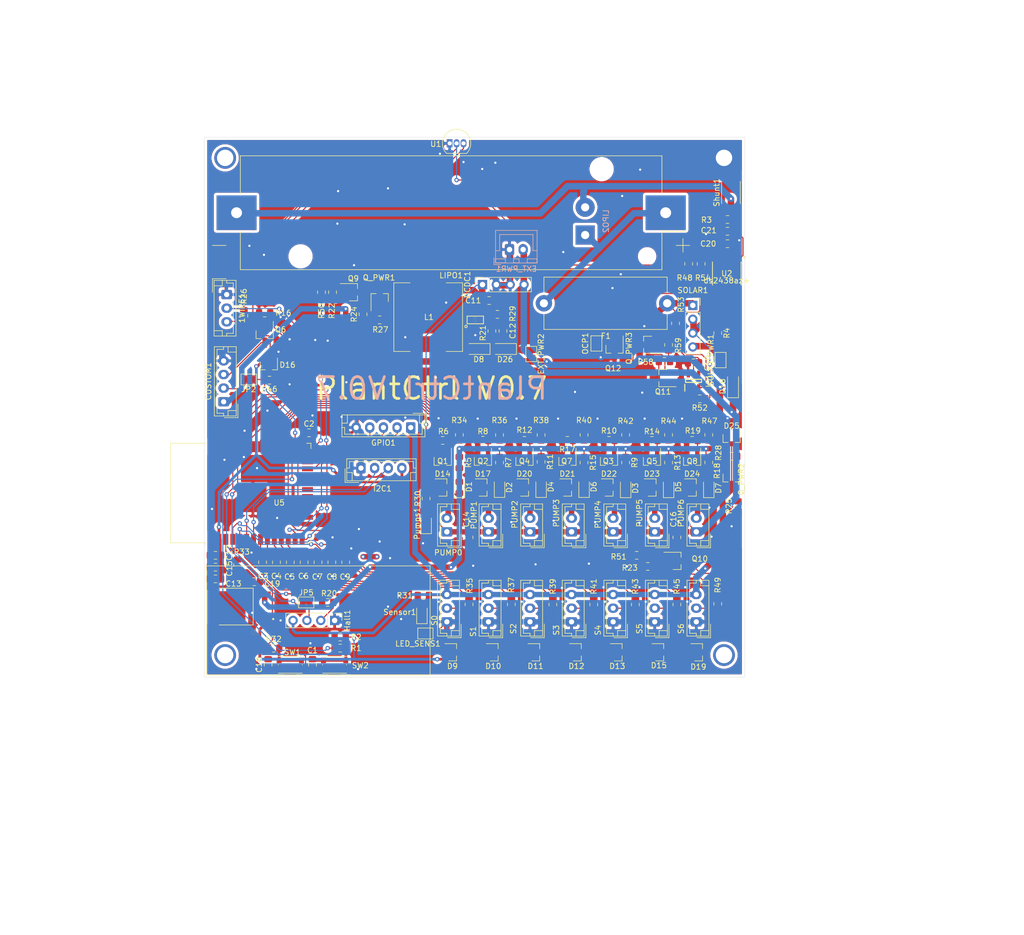
<source format=kicad_pcb>
(kicad_pcb (version 20171130) (host pcbnew 5.1.5+dfsg1-2build2)
  (layers (0 F.Cu signal) (31 B.Cu signal) (34 B.Paste user) (35 F.Paste user) (36 B.SilkS user) (37 F.SilkS user) (38 B.Mask user) (39 F.Mask user) (44 Edge.Cuts user))
  (net 0 "")
  (net 1 PLANT1_PUMP)
  (net 2 PLANT2_PUMP)
  (net 3 PLANT3_PUMP)
  (net 4 PLANT4_PUMP)
  (net 5 PLANT5_PUMP)
  (net 6 PLANT6_PUMP)
  (net 7 GND)
  (net 8 PLANT6_MOIST)
  (net 9 PLANT5_MOIST)
  (net 10 PLANT4_MOIST)
  (net 11 PLANT3_MOIST)
  (net 12 PLANT2_MOIST)
  (net 13 PLANT1_MOIST)
  (net 14 PLANT_CTRL_PUMP_0)
  (net 15 PUMP_PWR)
  (net 16 PWR_PUMP_CONVERTER)
  (net 17 3_3V)
  (net 18 Temp)
  (net 19 PLANT0_PUMP)
  (net 20 CUSTOM_GPIO)
  (net 21 PWR_SENSORS)
  (net 22 PLANT0_MOIST)
  (net 23 "Net-(C1-Pad2)")
  (net 24 "Net-(R35-Pad1)")
  (net 25 PLANT_CTRL_PUMP_1)
  (net 26 "Net-(R37-Pad1)")
  (net 27 PLANT_CTRL_PUMP_2)
  (net 28 "Net-(R39-Pad1)")
  (net 29 PLANT_CTRL_PUMP_3)
  (net 30 "Net-(R41-Pad1)")
  (net 31 PLANT_CTRL_PUMP_4)
  (net 32 "Net-(R43-Pad1)")
  (net 33 PLANT_CTRL_PUMP_5)
  (net 34 "Net-(R45-Pad1)")
  (net 35 PLANT_CTRL_PUMP_6)
  (net 36 "Net-(R49-Pad1)")
  (net 37 PUMP_ENABLE)
  (net 38 SENSORS_ENABLE)
  (net 39 "Net-(C10-Pad2)")
  (net 40 VCC_BATT)
  (net 41 LIPO_OC)
  (net 42 "Net-(D8-Pad2)")
  (net 43 "Net-(Hall1-Pad3)")
  (net 44 "Net-(Hall1-Pad2)")
  (net 45 "Net-(IC1-Pad2)")
  (net 46 "Net-(JP5-Pad1)")
  (net 47 "Net-(R20-Pad2)")
  (net 48 "Net-(R21-Pad2)")
  (net 49 "Net-(D1-Pad2)")
  (net 50 "Net-(D2-Pad2)")
  (net 51 "Net-(D3-Pad2)")
  (net 52 "Net-(D4-Pad2)")
  (net 53 "Net-(D5-Pad2)")
  (net 54 "Net-(D6-Pad2)")
  (net 55 "Net-(D7-Pad2)")
  (net 56 "Net-(Pumps1-Pad2)")
  (net 57 "Net-(Q1-Pad1)")
  (net 58 "Net-(Q2-Pad1)")
  (net 59 "Net-(Q3-Pad1)")
  (net 60 "Net-(Q4-Pad1)")
  (net 61 "Net-(Q5-Pad1)")
  (net 62 "Net-(Q6-Pad1)")
  (net 63 "Net-(Q7-Pad1)")
  (net 64 "Net-(Q8-Pad1)")
  (net 65 "Net-(Q9-Pad3)")
  (net 66 "Net-(Q9-Pad1)")
  (net 67 "Net-(Q10-Pad3)")
  (net 68 "Net-(Q10-Pad1)")
  (net 69 "Net-(Q_PWR1-Pad1)")
  (net 70 "Net-(Q_PWR2-Pad1)")
  (net 71 "Net-(R31-Pad1)")
  (net 72 "Net-(C12-Pad1)")
  (net 73 "Net-(C19-Pad2)")
  (net 74 VCC)
  (net 75 "Net-(C18-Pad2)")
  (net 76 enable_all)
  (net 77 "Net-(Q_PWR3-Pad1)")
  (net 78 SOLAR_IN)
  (net 79 "Net-(C2-Pad2)")
  (net 80 "Net-(C20-Pad1)")
  (net 81 "Net-(D18-Pad2)")
  (net 82 VCC_BAT_FUSED)
  (net 83 "Net-(I2C1-Pad3)")
  (net 84 "Net-(I2C1-Pad2)")
  (net 85 "Net-(IC1-Pad1)")
  (net 86 SOLAR_GND)
  (net 87 Rsense-)
  (net 88 "Net-(R4-Pad1)")
  (net 89 "Net-(C21-Pad1)")
  (net 90 "Net-(CUSTOM1-Pad3)")
  (net 91 "Net-(CUSTOM1-Pad2)")
  (net 92 "Net-(GPIO1-Pad4)")
  (net 93 "Net-(GPIO1-Pad3)")
  (net 94 "Net-(GPIO1-Pad2)")
  (net 95 "Net-(LED_SENS1-Pad1)")
  (module Jumper:SolderJumper-2_P1.3mm_Bridged_Pad1.0x1.5mm (layer F.Cu) (at 264.795 81.534 90)
    (fp_text reference SOLAR_PWR1 (at 0 -1.8 90) (layer F.SilkS))
    (fp_text value NC)
    (fp_poly (pts (xy -0.25 -0.3) (xy 0.25 -0.3) (xy 0.25 0.3) (xy -0.25 0.3)) (layer F.Cu) (width 0))
    (pad 2 smd rect (at 0.65 0 90) (size 1 1.5) (layers F.Cu F.Mask) (net 78 SOLAR_IN))
    (pad 1 smd rect (at -0.65 0 90) (size 1 1.5) (layers F.Cu F.Mask) (net 81 "Net-(D18-Pad2)"))
  )
  (module Connector_PinSocket_2.54mm:PinSocket_1x04_P2.54mm_Vertical (layer F.Cu) (at 259.715 71.501)
    (fp_text reference SOLAR1 (at 0 -2.77) (layer F.SilkS))
    (fp_text value Conn_01x04)
    (pad 4 thru_hole oval (at 0 7.62) (size 1.7 1.7) (drill 1) (layers *.Cu *.Mask) (net 78 SOLAR_IN))
    (pad 3 thru_hole oval (at 0 5.08) (size 1.7 1.7) (drill 1) (layers *.Cu *.Mask) (net 86 SOLAR_GND))
    (pad 2 thru_hole oval (at 0 2.54) (size 1.7 1.7) (drill 1) (layers *.Cu *.Mask) (net 86 SOLAR_GND))
    (pad 1 thru_hole rect (at 0 0) (size 1.7 1.7) (drill 1) (layers *.Cu *.Mask) (net 82 VCC_BAT_FUSED))
  )
  (module Jumper:SolderJumper-2_P1.3mm_Open_Pad1.0x1.5mm (layer F.Cu) (at 242.0366 78.486 270)
    (fp_text reference OCP1 (at 0 2.032 90) (layer F.SilkS))
    (fp_text value SolderJumper_2_Open)
    (pad 1 smd rect (at -0.65 0 270) (size 1 1.5) (layers F.Cu F.Mask) (net 86 SOLAR_GND))
    (pad 2 smd rect (at 0.65 0 270) (size 1 1.5) (layers F.Cu F.Mask) (net 7 GND))
  )
  (module Connector_Wire:SolderWirePad_1x02_P5.08mm_Drill1.5mm (layer B.Cu) (at 239.9792 58.5978 90)
    (fp_text reference LIPO2 (at 2.54 3.81 -90) (layer B.SilkS) (effects (justify mirror)))
    (fp_text value Conn_01x02_Female)
    (pad 2 thru_hole circle (at 5.08 0 90) (size 3.50012 3.50012) (drill 1.50114) (layers *.Cu *.Mask) (net 87 Rsense-))
    (pad 1 thru_hole rect (at 0 0 90) (size 3.50012 3.50012) (drill 1.50114) (layers *.Cu *.Mask) (net 40 VCC_BATT))
  )
  (module misc_footprints:BatteryHolder_Keystone_1042_1x18650 (layer F.Cu) (at 215.4066 54.5084 180)
    (fp_text reference LIPO1 (at 0 -11.5) (layer F.SilkS))
    (fp_text value Conn_01x02_Female)
    (pad 1 thru_hole rect (at -39.33 0 180) (size 7.34 6.35) (drill 2) (layers *.Cu *.Mask) (net 40 VCC_BATT))
    (pad 2 thru_hole rect (at 39.33 0 180) (size 7.34 6.35) (drill 2) (layers *.Cu *.Mask) (net 87 Rsense-))
    (pad "" np_thru_hole circle (at 27.6 -8 180) (size 3.45 3.45) (drill 3.45) (layers *.Cu *.Mask))
    (pad "" np_thru_hole circle (at -27.6 8 180) (size 3.45 3.45) (drill 3.45) (layers *.Cu *.Mask))
    (pad "" np_thru_hole circle (at -35.93 -8 180) (size 2.39 2.39) (drill 2.39) (layers *.Cu *.Mask))
  )
  (module Jumper:SolderJumper-2_P1.3mm_Bridged_Pad1.0x1.5mm (layer F.Cu) (at 210.693 131.6736)
    (fp_text reference LED_SENS1 (at -1.3716 1.8796) (layer F.SilkS))
    (fp_text value NC)
    (fp_poly (pts (xy -0.25 -0.3) (xy 0.25 -0.3) (xy 0.25 0.3) (xy -0.25 0.3)) (layer F.Cu) (width 0))
    (pad 2 smd rect (at 0.65 0) (size 1 1.5) (layers F.Cu F.Mask) (net 7 GND))
    (pad 1 smd rect (at -0.65 0) (size 1 1.5) (layers F.Cu F.Mask) (net 95 "Net-(LED_SENS1-Pad1)"))
  )
  (module Connector_JST:JST_EH_B5B-EH-A_1x05_P2.50mm_Vertical (layer F.Cu) (at 208.0006 93.9038 180)
    (fp_text reference GPIO1 (at 5 -2.8) (layer F.SilkS))
    (fp_text value Conn_01x05_Female)
    (pad 5 thru_hole oval (at 10 0 180) (size 1.7 1.95) (drill 0.95) (layers *.Cu *.Mask) (net 7 GND))
    (pad 4 thru_hole oval (at 7.5 0 180) (size 1.7 1.95) (drill 0.95) (layers *.Cu *.Mask) (net 92 "Net-(GPIO1-Pad4)"))
    (pad 3 thru_hole oval (at 5 0 180) (size 1.7 1.95) (drill 0.95) (layers *.Cu *.Mask) (net 93 "Net-(GPIO1-Pad3)"))
    (pad 2 thru_hole oval (at 2.5 0 180) (size 1.7 1.95) (drill 0.95) (layers *.Cu *.Mask) (net 94 "Net-(GPIO1-Pad2)"))
    (pad 1 thru_hole roundrect (at 0 0 180) (size 1.7 1.95) (drill 0.95) (layers *.Cu *.Mask) (roundrect_rratio 0.147059) (net 21 PWR_SENSORS))
  )
  (module Jumper:SolderJumper-2_P1.3mm_Open_Pad1.0x1.5mm (layer F.Cu) (at 230.0986 80.4164 270)
    (fp_text reference EXT_PWR2 (at 0 -1.8 90) (layer F.SilkS))
    (fp_text value SolderJumper_2_Open)
    (pad 1 smd rect (at -0.65 0 270) (size 1 1.5) (layers F.Cu F.Mask) (net 15 PUMP_PWR))
    (pad 2 smd rect (at 0.65 0 270) (size 1 1.5) (layers F.Cu F.Mask) (net 74 VCC))
  )
  (module Connector_JST:JST_XH_B2B-XH-A_1x02_P2.50mm_Vertical (layer B.Cu) (at 226.1108 61.2648)
    (fp_text reference EXT_PWR1 (at 1.25 3.55) (layer B.SilkS) (effects (justify mirror)))
    (fp_text value Conn_01x02)
    (pad 2 thru_hole oval (at 2.5 0) (size 1.7 2) (drill 1) (layers *.Cu *.Mask) (net 15 PUMP_PWR))
    (pad 1 thru_hole roundrect (at 0 0) (size 1.7 2) (drill 1) (layers *.Cu *.Mask) (roundrect_rratio 0.147059) (net 7 GND))
  )
  (module Connector_PinSocket_2.54mm:PinSocket_1x04_P2.54mm_Vertical (layer F.Cu) (at 221.1578 67.691 90)
    (fp_text reference DCDC1 (at 0 -2.77 90) (layer F.SilkS))
    (fp_text value Conn_01x04)
    (pad 4 thru_hole oval (at 0 7.62 90) (size 1.7 1.7) (drill 1) (layers *.Cu *.Mask) (net 15 PUMP_PWR))
    (pad 3 thru_hole oval (at 0 5.08 90) (size 1.7 1.7) (drill 1) (layers *.Cu *.Mask) (net 7 GND))
    (pad 2 thru_hole oval (at 0 2.54 90) (size 1.7 1.7) (drill 1) (layers *.Cu *.Mask) (net 7 GND))
    (pad 1 thru_hole rect (at 0 0 90) (size 1.7 1.7) (drill 1) (layers *.Cu *.Mask) (net 16 PWR_PUMP_CONVERTER))
  )
  (module Connector_JST:JST_EH_B4B-EH-A_1x04_P2.50mm_Vertical (layer F.Cu) (at 173.7106 89.1794 90)
    (fp_text reference CUSTOM1 (at 3.75 -2.8 90) (layer F.SilkS))
    (fp_text value Conn_01x04)
    (pad 4 thru_hole oval (at 7.5 0 90) (size 1.7 1.95) (drill 0.95) (layers *.Cu *.Mask) (net 7 GND))
    (pad 3 thru_hole oval (at 5 0 90) (size 1.7 1.95) (drill 0.95) (layers *.Cu *.Mask) (net 90 "Net-(CUSTOM1-Pad3)"))
    (pad 2 thru_hole oval (at 2.5 0 90) (size 1.7 1.95) (drill 0.95) (layers *.Cu *.Mask) (net 91 "Net-(CUSTOM1-Pad2)"))
    (pad 1 thru_hole roundrect (at 0 0 90) (size 1.7 1.95) (drill 0.95) (layers *.Cu *.Mask) (roundrect_rratio 0.147059) (net 74 VCC))
  )
  (module Connector_JST:JST_EH_B3B-EH-A_1x03_P2.50mm_Vertical (layer F.Cu) (at 174.2694 69.5198 270)
    (fp_text reference 1WIRE1 (at 2.5 -2.8 90) (layer F.SilkS))
    (fp_text value Conn_01x03)
    (pad 3 thru_hole oval (at 5 0 270) (size 1.7 1.95) (drill 0.95) (layers *.Cu *.Mask) (net 17 3_3V))
    (pad 2 thru_hole oval (at 2.5 0 270) (size 1.7 1.95) (drill 0.95) (layers *.Cu *.Mask) (net 18 Temp))
    (pad 1 thru_hole roundrect (at 0 0 270) (size 1.7 1.95) (drill 0.95) (layers *.Cu *.Mask) (roundrect_rratio 0.147059) (net 7 GND))
  )
  (module misc_footprints:ds2438az&plus_ (layer F.Cu) (at 265.938 65.659 270)
    (fp_text reference U2 (at 0 0 180) (layer F.SilkS))
    (fp_text value ds2438az+ (at 1.2954 0 180) (layer F.SilkS))
    (fp_text user * (at -2.97815 -3.5814 90) (layer F.SilkS))
    (fp_text user * (at -2.97815 -3.5814 90) (layer F.SilkS))
    (pad 8 smd rect (at 2.72415 -1.905 270) (size 1.4605 0.5334) (layers F.Cu F.Paste F.Mask) (net 18 Temp))
    (pad 7 smd rect (at 2.72415 -0.635 270) (size 1.4605 0.5334) (layers F.Cu F.Paste F.Mask))
    (pad 6 smd rect (at 2.72415 0.635 270) (size 1.4605 0.5334) (layers F.Cu F.Paste F.Mask))
    (pad 5 smd rect (at 2.72415 1.905 270) (size 1.4605 0.5334) (layers F.Cu F.Paste F.Mask) (net 74 VCC))
    (pad 4 smd rect (at -2.72415 1.905 270) (size 1.4605 0.5334) (layers F.Cu F.Paste F.Mask) (net 89 "Net-(C21-Pad1)"))
    (pad 3 smd rect (at -2.72415 0.635 270) (size 1.4605 0.5334) (layers F.Cu F.Paste F.Mask) (net 80 "Net-(C20-Pad1)"))
    (pad 2 smd rect (at -2.72415 -0.635 270) (size 1.4605 0.5334) (layers F.Cu F.Paste F.Mask) (net 7 GND))
    (pad 1 smd rect (at -2.72415 -1.905 270) (size 1.4605 0.5334) (layers F.Cu F.Paste F.Mask) (net 87 Rsense-))
  )
  (module Resistor_SMD:R_0805_2012Metric_Pad1.15x1.40mm_HandSolder (layer F.Cu) (at 261.239 63.89 90)
    (fp_text reference R54 (at -2.5564 0.3302 180) (layer F.SilkS))
    (fp_text value 100k)
    (pad 2 smd roundrect (at 1.025 0 90) (size 1.15 1.4) (layers F.Cu F.Paste F.Mask) (roundrect_rratio 0.217391) (net 89 "Net-(C21-Pad1)"))
    (pad 1 smd roundrect (at -1.025 0 90) (size 1.15 1.4) (layers F.Cu F.Paste F.Mask) (roundrect_rratio 0.217391) (net 88 "Net-(R4-Pad1)"))
  )
  (module Capacitor_SMD:C_0805_2012Metric_Pad1.15x1.40mm_HandSolder (layer F.Cu) (at 266.065 57.912)
    (fp_text reference C21 (at -3.429 -0.1524) (layer F.SilkS))
    (fp_text value 100n)
    (pad 2 smd roundrect (at 1.025 0) (size 1.15 1.4) (layers F.Cu F.Paste F.Mask) (roundrect_rratio 0.217391) (net 87 Rsense-))
    (pad 1 smd roundrect (at -1.025 0) (size 1.15 1.4) (layers F.Cu F.Paste F.Mask) (roundrect_rratio 0.217391) (net 89 "Net-(C21-Pad1)"))
  )
  (module Resistor_SMD:R_2512_6332Metric (layer F.Cu) (at 266.7 50.8 90)
    (fp_text reference Shunt1 (at 0 -2.62 90) (layer F.SilkS))
    (fp_text value 0.100)
    (pad 2 smd roundrect (at 2.9 0 90) (size 1.35 3.35) (layers F.Cu F.Paste F.Mask) (roundrect_rratio 0.185185) (net 7 GND))
    (pad 1 smd roundrect (at -2.9 0 90) (size 1.35 3.35) (layers F.Cu F.Paste F.Mask) (roundrect_rratio 0.185185) (net 87 Rsense-))
  )
  (module Resistor_SMD:R_0805_2012Metric_Pad1.15x1.40mm_HandSolder (layer F.Cu) (at 258.953 63.881 270)
    (fp_text reference R48 (at 2.5654 0.7366 180) (layer F.SilkS))
    (fp_text value 10k)
    (pad 2 smd roundrect (at 1.025 0 270) (size 1.15 1.4) (layers F.Cu F.Paste F.Mask) (roundrect_rratio 0.217391) (net 88 "Net-(R4-Pad1)"))
    (pad 1 smd roundrect (at -1.025 0 270) (size 1.15 1.4) (layers F.Cu F.Paste F.Mask) (roundrect_rratio 0.217391) (net 7 GND))
  )
  (module Resistor_SMD:R_0805_2012Metric_Pad1.15x1.40mm_HandSolder (layer F.Cu) (at 264.287 76.581 270)
    (fp_text reference R4 (at 0 -1.65 90) (layer F.SilkS))
    (fp_text value 10k)
    (pad 2 smd roundrect (at 1.025 0 270) (size 1.15 1.4) (layers F.Cu F.Paste F.Mask) (roundrect_rratio 0.217391) (net 78 SOLAR_IN))
    (pad 1 smd roundrect (at -1.025 0 270) (size 1.15 1.4) (layers F.Cu F.Paste F.Mask) (roundrect_rratio 0.217391) (net 88 "Net-(R4-Pad1)"))
  )
  (module Resistor_SMD:R_0805_2012Metric_Pad1.15x1.40mm_HandSolder (layer F.Cu) (at 266.065 55.753 180)
    (fp_text reference R3 (at 3.8354 -0.0762) (layer F.SilkS))
    (fp_text value 100k)
    (pad 2 smd roundrect (at 1.025 0 180) (size 1.15 1.4) (layers F.Cu F.Paste F.Mask) (roundrect_rratio 0.217391) (net 80 "Net-(C20-Pad1)"))
    (pad 1 smd roundrect (at -1.025 0 180) (size 1.15 1.4) (layers F.Cu F.Paste F.Mask) (roundrect_rratio 0.217391) (net 87 Rsense-))
  )
  (module Connector_JST:JST_EH_B4B-EH-A_1x04_P2.50mm_Vertical (layer F.Cu) (at 198.882 101.346)
    (fp_text reference I2C1 (at 3.937 3.7592) (layer F.SilkS))
    (fp_text value Conn_01x04_Female)
    (pad 4 thru_hole oval (at 7.5 0) (size 1.7 1.95) (drill 0.95) (layers *.Cu *.Mask) (net 17 3_3V))
    (pad 3 thru_hole oval (at 5 0) (size 1.7 1.95) (drill 0.95) (layers *.Cu *.Mask) (net 83 "Net-(I2C1-Pad3)"))
    (pad 2 thru_hole oval (at 2.5 0) (size 1.7 1.95) (drill 0.95) (layers *.Cu *.Mask) (net 84 "Net-(I2C1-Pad2)"))
    (pad 1 thru_hole roundrect (at 0 0) (size 1.7 1.95) (drill 0.95) (layers *.Cu *.Mask) (roundrect_rratio 0.147059) (net 7 GND))
  )
  (module Diode_SMD:D_SOD-123F (layer F.Cu) (at 267.081 86.233 90)
    (fp_text reference D18 (at -0.127 -1.905 90) (layer F.SilkS))
    (fp_text value "40V >2A")
    (pad 2 smd rect (at 1.4 0 90) (size 1.1 1.1) (layers F.Cu F.Paste F.Mask) (net 81 "Net-(D18-Pad2)"))
    (pad 1 smd rect (at -1.4 0 90) (size 1.1 1.1) (layers F.Cu F.Paste F.Mask) (net 15 PUMP_PWR))
  )
  (module Capacitor_SMD:C_0805_2012Metric_Pad1.15x1.40mm_HandSolder (layer F.Cu) (at 266.065 60.198)
    (fp_text reference C20 (at -3.5306 0) (layer F.SilkS))
    (fp_text value 100n)
    (pad 2 smd roundrect (at 1.025 0) (size 1.15 1.4) (layers F.Cu F.Paste F.Mask) (roundrect_rratio 0.217391) (net 7 GND))
    (pad 1 smd roundrect (at -1.025 0) (size 1.15 1.4) (layers F.Cu F.Paste F.Mask) (roundrect_rratio 0.217391) (net 80 "Net-(C20-Pad1)"))
  )
  (module Jumper:SolderJumper-2_P1.3mm_Bridged_Pad1.0x1.5mm (layer F.Cu) (at 188.849 125.984)
    (fp_text reference JP5 (at 0 -1.8) (layer F.SilkS))
    (fp_text value NC)
    (fp_poly (pts (xy -0.25 -0.3) (xy 0.25 -0.3) (xy 0.25 0.3) (xy -0.25 0.3)) (layer F.Cu) (width 0))
    (pad 2 smd rect (at 0.65 0) (size 1 1.5) (layers F.Cu F.Mask) (net 43 "Net-(Hall1-Pad3)"))
    (pad 1 smd rect (at -0.65 0) (size 1 1.5) (layers F.Cu F.Mask) (net 46 "Net-(JP5-Pad1)"))
  )
  (module Package_TO_SOT_SMD:SOT-23_Handsoldering (layer F.Cu) (at 266.827 103.124 270)
    (fp_text reference Q_PWR2 (at 0.254 -1.778 90) (layer F.SilkS))
    (fp_text value "P-channel 50v 4A")
    (pad 3 smd rect (at 1.5 0 270) (size 1.9 0.8) (layers F.Cu F.Paste F.Mask) (net 21 PWR_SENSORS))
    (pad 2 smd rect (at -1.5 0.95 270) (size 1.9 0.8) (layers F.Cu F.Paste F.Mask) (net 74 VCC))
    (pad 1 smd rect (at -1.5 -0.95 270) (size 1.9 0.8) (layers F.Cu F.Paste F.Mask) (net 70 "Net-(Q_PWR2-Pad1)"))
  )
  (module misc_footprints:SOT-23-6 (layer F.Cu) (at 219.837 74.168 90)
    (fp_text reference U4 (at 0.076237 -0.079439 270) (layer F.SilkS) (effects (font (size 0.600291 0.600291) (thickness 0.015))))
    (fp_text value SX1308)
    (pad 5 smd rect (at 1.35 0 90) (size 1 0.55) (layers F.Cu F.Paste F.Mask) (net 16 PWR_PUMP_CONVERTER))
    (pad 6 smd rect (at 1.35 -0.95 90) (size 1 0.55) (layers F.Cu F.Paste F.Mask))
    (pad 4 smd rect (at 1.35 0.95 90) (size 1 0.55) (layers F.Cu F.Paste F.Mask) (net 16 PWR_PUMP_CONVERTER))
    (pad 3 smd rect (at -1.35 0.95 90) (size 1 0.55) (layers F.Cu F.Paste F.Mask) (net 48 "Net-(R21-Pad2)"))
    (pad 1 smd rect (at -1.35 -0.95 90) (size 1 0.55) (layers F.Cu F.Paste F.Mask) (net 42 "Net-(D8-Pad2)"))
    (pad 2 smd rect (at -1.35 0 90) (size 1 0.55) (layers F.Cu F.Paste F.Mask) (net 7 GND))
  )
  (module ESP32:DPAK457P991X255-3N (layer F.Cu) (at 176.784 126.746 180)
    (fp_text reference U3 (at -2.825 -4.635) (layer F.SilkS) (effects (font (thickness 0.015))))
    (fp_text value LP38690DT-3.3)
    (pad 4 smd rect (at 2.32 0 180) (size 6.49 5.63) (layers F.Cu F.Mask) (net 7 GND))
    (pad 3 smd rect (at -4.45 2.285 180) (size 2.22 0.96) (layers F.Cu F.Paste F.Mask) (net 74 VCC))
    (pad 1 smd rect (at -4.45 -2.285 180) (size 2.22 0.96) (layers F.Cu F.Paste F.Mask) (net 17 3_3V))
  )
  (module Resistor_SMD:R_0805_2012Metric_Pad1.15x1.40mm_HandSolder (layer F.Cu) (at 256.54 74.803 270)
    (fp_text reference R53 (at -3.429 -1.016 90) (layer F.SilkS))
    (fp_text value 100)
    (pad 2 smd roundrect (at 1.025 0 270) (size 1.15 1.4) (layers F.Cu F.Paste F.Mask) (roundrect_rratio 0.217391) (net 39 "Net-(C10-Pad2)"))
    (pad 1 smd roundrect (at -1.025 0 270) (size 1.15 1.4) (layers F.Cu F.Paste F.Mask) (roundrect_rratio 0.217391) (net 82 VCC_BAT_FUSED))
  )
  (module Resistor_SMD:R_0805_2012Metric_Pad1.15x1.40mm_HandSolder (layer F.Cu) (at 260.985 88.646 180)
    (fp_text reference R52 (at 0 -1.65) (layer F.SilkS))
    (fp_text value 1k)
    (pad 2 smd roundrect (at 1.025 0 180) (size 1.15 1.4) (layers F.Cu F.Paste F.Mask) (roundrect_rratio 0.217391) (net 45 "Net-(IC1-Pad2)"))
    (pad 1 smd roundrect (at -1.025 0 180) (size 1.15 1.4) (layers F.Cu F.Paste F.Mask) (roundrect_rratio 0.217391) (net 86 SOLAR_GND))
  )
  (module Resistor_SMD:R_0805_2012Metric_Pad1.15x1.40mm_HandSolder (layer F.Cu) (at 249.428 117.348 180)
    (fp_text reference R51 (at 3.302 -0.254) (layer F.SilkS))
    (fp_text value 1k)
    (pad 2 smd roundrect (at 1.025 0 180) (size 1.15 1.4) (layers F.Cu F.Paste F.Mask) (roundrect_rratio 0.217391) (net 38 SENSORS_ENABLE))
    (pad 1 smd roundrect (at -1.025 0 180) (size 1.15 1.4) (layers F.Cu F.Paste F.Mask) (roundrect_rratio 0.217391) (net 68 "Net-(Q10-Pad1)"))
  )
  (module Resistor_SMD:R_0805_2012Metric_Pad1.15x1.40mm_HandSolder (layer F.Cu) (at 191.643 69.088 270)
    (fp_text reference R50 (at 3.429 0 90) (layer F.SilkS))
    (fp_text value 1k)
    (pad 2 smd roundrect (at 1.025 0 270) (size 1.15 1.4) (layers F.Cu F.Paste F.Mask) (roundrect_rratio 0.217391) (net 37 PUMP_ENABLE))
    (pad 1 smd roundrect (at -1.025 0 270) (size 1.15 1.4) (layers F.Cu F.Paste F.Mask) (roundrect_rratio 0.217391) (net 66 "Net-(Q9-Pad1)"))
  )
  (module Resistor_SMD:R_0805_2012Metric_Pad1.15x1.40mm_HandSolder (layer F.Cu) (at 182.118 85.217 180)
    (fp_text reference R46 (at 0 -1.65) (layer F.SilkS))
    (fp_text value 1k)
    (pad 2 smd roundrect (at 1.025 0 180) (size 1.15 1.4) (layers F.Cu F.Paste F.Mask) (roundrect_rratio 0.217391) (net 20 CUSTOM_GPIO))
    (pad 1 smd roundrect (at -1.025 0 180) (size 1.15 1.4) (layers F.Cu F.Paste F.Mask) (roundrect_rratio 0.217391) (net 62 "Net-(Q6-Pad1)"))
  )
  (module Resistor_SMD:R_0805_2012Metric_Pad1.15x1.40mm_HandSolder (layer F.Cu) (at 223.901 73.152)
    (fp_text reference R29 (at 2.794 -0.127 90) (layer F.SilkS))
    (fp_text value 1k)
    (pad 2 smd roundrect (at 1.025 0) (size 1.15 1.4) (layers F.Cu F.Paste F.Mask) (roundrect_rratio 0.217391) (net 7 GND))
    (pad 1 smd roundrect (at -1.025 0) (size 1.15 1.4) (layers F.Cu F.Paste F.Mask) (roundrect_rratio 0.217391) (net 48 "Net-(R21-Pad2)"))
  )
  (module Resistor_SMD:R_0805_2012Metric_Pad1.15x1.40mm_HandSolder (layer F.Cu) (at 266.827 99.187 180)
    (fp_text reference R28 (at 2.413 0.635 90) (layer F.SilkS))
    (fp_text value 10k)
    (pad 2 smd roundrect (at 1.025 0 180) (size 1.15 1.4) (layers F.Cu F.Paste F.Mask) (roundrect_rratio 0.217391) (net 74 VCC))
    (pad 1 smd roundrect (at -1.025 0 180) (size 1.15 1.4) (layers F.Cu F.Paste F.Mask) (roundrect_rratio 0.217391) (net 70 "Net-(Q_PWR2-Pad1)"))
  )
  (module Resistor_SMD:R_0805_2012Metric_Pad1.15x1.40mm_HandSolder (layer F.Cu) (at 202.311 74.168)
    (fp_text reference R27 (at 0.127 1.778) (layer F.SilkS))
    (fp_text value 10k)
    (pad 2 smd roundrect (at 1.025 0) (size 1.15 1.4) (layers F.Cu F.Paste F.Mask) (roundrect_rratio 0.217391) (net 74 VCC))
    (pad 1 smd roundrect (at -1.025 0) (size 1.15 1.4) (layers F.Cu F.Paste F.Mask) (roundrect_rratio 0.217391) (net 69 "Net-(Q_PWR1-Pad1)"))
  )
  (module Resistor_SMD:R_0805_2012Metric_Pad1.15x1.40mm_HandSolder (layer F.Cu) (at 177.419 73.406 270)
    (fp_text reference R26 (at -3.556 0 90) (layer F.SilkS))
    (fp_text value 4k7)
    (pad 2 smd roundrect (at 1.025 0 270) (size 1.15 1.4) (layers F.Cu F.Paste F.Mask) (roundrect_rratio 0.217391) (net 17 3_3V))
    (pad 1 smd roundrect (at -1.025 0 270) (size 1.15 1.4) (layers F.Cu F.Paste F.Mask) (roundrect_rratio 0.217391) (net 18 Temp))
  )
  (module Resistor_SMD:R_0805_2012Metric_Pad1.15x1.40mm_HandSolder (layer F.Cu) (at 267.97 108.458 270)
    (fp_text reference R25 (at -0.127 1.651 90) (layer F.SilkS))
    (fp_text value 10k)
    (pad 2 smd roundrect (at 1.025 0 270) (size 1.15 1.4) (layers F.Cu F.Paste F.Mask) (roundrect_rratio 0.217391) (net 67 "Net-(Q10-Pad3)"))
    (pad 1 smd roundrect (at -1.025 0 270) (size 1.15 1.4) (layers F.Cu F.Paste F.Mask) (roundrect_rratio 0.217391) (net 70 "Net-(Q_PWR2-Pad1)"))
  )
  (module Resistor_SMD:R_0805_2012Metric_Pad1.15x1.40mm_HandSolder (layer F.Cu) (at 199.263 73.143 90)
    (fp_text reference R24 (at 0 -1.65 90) (layer F.SilkS))
    (fp_text value 10k)
    (pad 2 smd roundrect (at 1.025 0 90) (size 1.15 1.4) (layers F.Cu F.Paste F.Mask) (roundrect_rratio 0.217391) (net 65 "Net-(Q9-Pad3)"))
    (pad 1 smd roundrect (at -1.025 0 90) (size 1.15 1.4) (layers F.Cu F.Paste F.Mask) (roundrect_rratio 0.217391) (net 69 "Net-(Q_PWR1-Pad1)"))
  )
  (module Resistor_SMD:R_0805_2012Metric_Pad1.15x1.40mm_HandSolder (layer F.Cu) (at 251.46 119.38)
    (fp_text reference R23 (at -3.302 0.254) (layer F.SilkS))
    (fp_text value 10k)
    (pad 2 smd roundrect (at 1.025 0) (size 1.15 1.4) (layers F.Cu F.Paste F.Mask) (roundrect_rratio 0.217391) (net 7 GND))
    (pad 1 smd roundrect (at -1.025 0) (size 1.15 1.4) (layers F.Cu F.Paste F.Mask) (roundrect_rratio 0.217391) (net 68 "Net-(Q10-Pad1)"))
  )
  (module Resistor_SMD:R_0805_2012Metric_Pad1.15x1.40mm_HandSolder (layer F.Cu) (at 193.675 69.088 270)
    (fp_text reference R22 (at 3.429 0.127 90) (layer F.SilkS))
    (fp_text value 10k)
    (pad 2 smd roundrect (at 1.025 0 270) (size 1.15 1.4) (layers F.Cu F.Paste F.Mask) (roundrect_rratio 0.217391) (net 7 GND))
    (pad 1 smd roundrect (at -1.025 0 270) (size 1.15 1.4) (layers F.Cu F.Paste F.Mask) (roundrect_rratio 0.217391) (net 66 "Net-(Q9-Pad1)"))
  )
  (module Resistor_SMD:R_0805_2012Metric_Pad1.15x1.40mm_HandSolder (layer F.Cu) (at 222.885 76.2 90)
    (fp_text reference R21 (at -0.381 -1.65 90) (layer F.SilkS))
    (fp_text value 19k-19.5K)
    (pad 2 smd roundrect (at 1.025 0 90) (size 1.15 1.4) (layers F.Cu F.Paste F.Mask) (roundrect_rratio 0.217391) (net 48 "Net-(R21-Pad2)"))
    (pad 1 smd roundrect (at -1.025 0 90) (size 1.15 1.4) (layers F.Cu F.Paste F.Mask) (roundrect_rratio 0.217391) (net 72 "Net-(C12-Pad1)"))
  )
  (module Resistor_SMD:R_0805_2012Metric_Pad1.15x1.40mm_HandSolder (layer F.Cu) (at 192.786 125.984 180)
    (fp_text reference R20 (at -0.254 1.651) (layer F.SilkS))
    (fp_text value 10k)
    (pad 2 smd roundrect (at 1.025 0 180) (size 1.15 1.4) (layers F.Cu F.Paste F.Mask) (roundrect_rratio 0.217391) (net 47 "Net-(R20-Pad2)"))
    (pad 1 smd roundrect (at -1.025 0 180) (size 1.15 1.4) (layers F.Cu F.Paste F.Mask) (roundrect_rratio 0.217391) (net 44 "Net-(Hall1-Pad2)"))
  )
  (module Resistor_SMD:R_0805_2012Metric_Pad1.15x1.40mm_HandSolder (layer F.Cu) (at 181.229 72.898 180)
    (fp_text reference R16 (at -3.429 0) (layer F.SilkS))
    (fp_text value 10k)
    (pad 2 smd roundrect (at 1.025 0 180) (size 1.15 1.4) (layers F.Cu F.Paste F.Mask) (roundrect_rratio 0.217391) (net 7 GND))
    (pad 1 smd roundrect (at -1.025 0 180) (size 1.15 1.4) (layers F.Cu F.Paste F.Mask) (roundrect_rratio 0.217391) (net 62 "Net-(Q6-Pad1)"))
  )
  (module Package_TO_SOT_SMD:SOT-23_Handsoldering (layer F.Cu) (at 202.311 70.104 90)
    (fp_text reference Q_PWR1 (at 3.683 -0.127 180) (layer F.SilkS))
    (fp_text value "P-channel 50v 4A")
    (pad 3 smd rect (at 1.5 0 90) (size 1.9 0.8) (layers F.Cu F.Paste F.Mask) (net 16 PWR_PUMP_CONVERTER))
    (pad 2 smd rect (at -1.5 0.95 90) (size 1.9 0.8) (layers F.Cu F.Paste F.Mask) (net 74 VCC))
    (pad 1 smd rect (at -1.5 -0.95 90) (size 1.9 0.8) (layers F.Cu F.Paste F.Mask) (net 69 "Net-(Q_PWR1-Pad1)"))
  )
  (module Package_TO_SOT_SMD:SOT-23_Handsoldering (layer F.Cu) (at 245.364 79.502 270)
    (fp_text reference Q12 (at 3.556 0.254 180) (layer F.SilkS))
    (fp_text value "N-channel 30V 5A")
    (pad 3 smd rect (at 1.5 0 270) (size 1.9 0.8) (layers F.Cu F.Paste F.Mask) (net 7 GND))
    (pad 2 smd rect (at -1.5 0.95 270) (size 1.9 0.8) (layers F.Cu F.Paste F.Mask) (net 86 SOLAR_GND))
    (pad 1 smd rect (at -1.5 -0.95 270) (size 1.9 0.8) (layers F.Cu F.Paste F.Mask) (net 41 LIPO_OC))
  )
  (module Package_TO_SOT_SMD:SOT-23_Handsoldering (layer F.Cu) (at 254.254 84.836 180)
    (fp_text reference Q11 (at 0 -2.5) (layer F.SilkS))
    (fp_text value "N-channel 30V 5A")
    (pad 3 smd rect (at 1.5 0 180) (size 1.9 0.8) (layers F.Cu F.Paste F.Mask) (net 76 enable_all))
    (pad 2 smd rect (at -1.5 0.95 180) (size 1.9 0.8) (layers F.Cu F.Paste F.Mask) (net 7 GND))
    (pad 1 smd rect (at -1.5 -0.95 180) (size 1.9 0.8) (layers F.Cu F.Paste F.Mask) (net 85 "Net-(IC1-Pad1)"))
  )
  (module Package_TO_SOT_SMD:SOT-23_Handsoldering (layer F.Cu) (at 256.794 118.364)
    (fp_text reference Q10 (at 4.191 -0.381) (layer F.SilkS))
    (fp_text value "N-channel 30V 5A")
    (pad 3 smd rect (at 1.5 0) (size 1.9 0.8) (layers F.Cu F.Paste F.Mask) (net 67 "Net-(Q10-Pad3)"))
    (pad 2 smd rect (at -1.5 0.95) (size 1.9 0.8) (layers F.Cu F.Paste F.Mask) (net 7 GND))
    (pad 1 smd rect (at -1.5 -0.95) (size 1.9 0.8) (layers F.Cu F.Paste F.Mask) (net 68 "Net-(Q10-Pad1)"))
  )
  (module Package_TO_SOT_SMD:SOT-23_Handsoldering (layer F.Cu) (at 197.485 69.088)
    (fp_text reference Q9 (at 0 -2.5) (layer F.SilkS))
    (fp_text value "N-channel 30V 5A")
    (pad 3 smd rect (at 1.5 0) (size 1.9 0.8) (layers F.Cu F.Paste F.Mask) (net 65 "Net-(Q9-Pad3)"))
    (pad 2 smd rect (at -1.5 0.95) (size 1.9 0.8) (layers F.Cu F.Paste F.Mask) (net 7 GND))
    (pad 1 smd rect (at -1.5 -0.95) (size 1.9 0.8) (layers F.Cu F.Paste F.Mask) (net 66 "Net-(Q9-Pad1)"))
  )
  (module Package_TO_SOT_SMD:SOT-23_Handsoldering (layer F.Cu) (at 181.229 76.835 270)
    (fp_text reference Q6 (at -0.889 -2.921 180) (layer F.SilkS))
    (fp_text value "N-channel 30V 5A")
    (pad 3 smd rect (at 1.5 0 270) (size 1.9 0.8) (layers F.Cu F.Paste F.Mask) (net 90 "Net-(CUSTOM1-Pad3)"))
    (pad 2 smd rect (at -1.5 0.95 270) (size 1.9 0.8) (layers F.Cu F.Paste F.Mask) (net 7 GND))
    (pad 1 smd rect (at -1.5 -0.95 270) (size 1.9 0.8) (layers F.Cu F.Paste F.Mask) (net 62 "Net-(Q6-Pad1)"))
  )
  (module Inductor_SMD:L_12x12mm_H4.5mm (layer F.Cu) (at 211.201 73.66 270)
    (fp_text reference L1 (at 0 -0.127 180) (layer F.SilkS))
    (fp_text value "4A 5-22uH min DCR")
    (pad 2 smd rect (at 4.95 0 270) (size 2.9 5.4) (layers F.Cu F.Paste F.Mask) (net 42 "Net-(D8-Pad2)"))
    (pad 1 smd rect (at -4.95 0 270) (size 2.9 5.4) (layers F.Cu F.Paste F.Mask) (net 16 PWR_PUMP_CONVERTER))
  )
  (module Jumper:SolderJumper-2_P1.3mm_Open_Pad1.0x1.5mm (layer F.Cu) (at 178.308 85.09 180)
    (fp_text reference JP2 (at 0 -1.8) (layer F.SilkS))
    (fp_text value SolderJumper_2_Open)
    (pad 1 smd rect (at -0.65 0 180) (size 1 1.5) (layers F.Cu F.Mask) (net 20 CUSTOM_GPIO))
    (pad 2 smd rect (at 0.65 0 180) (size 1 1.5) (layers F.Cu F.Mask) (net 91 "Net-(CUSTOM1-Pad2)"))
  )
  (module misc_footprints:SOT95P280X135-6N (layer F.Cu) (at 259.842 85.344 90)
    (fp_text reference IC1 (at 0 2.8448 90) (layer F.SilkS))
    (fp_text value DW01)
    (pad 6 smd rect (at 1.25 -0.95 90) (size 1.25 0.6) (layers F.Cu F.Paste F.Mask) (net 7 GND))
    (pad 5 smd rect (at 1.25 0 90) (size 1.25 0.6) (layers F.Cu F.Paste F.Mask) (net 39 "Net-(C10-Pad2)"))
    (pad 4 smd rect (at 1.25 0.95 90) (size 1.25 0.6) (layers F.Cu F.Paste F.Mask))
    (pad 3 smd rect (at -1.25 0.95 90) (size 1.25 0.6) (layers F.Cu F.Paste F.Mask) (net 41 LIPO_OC))
    (pad 2 smd rect (at -1.25 0 90) (size 1.25 0.6) (layers F.Cu F.Paste F.Mask) (net 45 "Net-(IC1-Pad2)"))
    (pad 1 smd rect (at -1.25 -0.95 90) (size 1.25 0.6) (layers F.Cu F.Paste F.Mask) (net 85 "Net-(IC1-Pad1)"))
  )
  (module ESP32:SR04M-2PinHeader_1x04_P2.54mm_Vertical (layer F.Cu) (at 194.056 129.286 270)
    (fp_text reference Hall1 (at 0 -2.33 90) (layer F.SilkS))
    (fp_text value Conn_01x04)
    (pad 4 thru_hole oval (at 0 7.62 270) (size 1.7 1.7) (drill 1) (layers *.Cu *.Mask) (net 21 PWR_SENSORS))
    (pad 3 thru_hole oval (at 0 5.08 270) (size 1.7 1.7) (drill 1) (layers *.Cu *.Mask) (net 43 "Net-(Hall1-Pad3)"))
    (pad 2 thru_hole oval (at 0 2.54 270) (size 1.7 1.7) (drill 1) (layers *.Cu *.Mask) (net 44 "Net-(Hall1-Pad2)"))
    (pad 1 thru_hole rect (at 0 0 270) (size 1.7 1.7) (drill 1) (layers *.Cu *.Mask) (net 7 GND))
  )
  (module Diode_SMD:D_SOD-123F (layer F.Cu) (at 225.171 79.502 180)
    (fp_text reference D26 (at -0.127 -1.905) (layer F.SilkS))
    (fp_text value "40V >2A")
    (pad 2 smd rect (at 1.4 0 180) (size 1.1 1.1) (layers F.Cu F.Paste F.Mask) (net 72 "Net-(C12-Pad1)"))
    (pad 1 smd rect (at -1.4 0 180) (size 1.1 1.1) (layers F.Cu F.Paste F.Mask) (net 15 PUMP_PWR))
  )
  (module Package_TO_SOT_SMD:SOT-23 (layer F.Cu) (at 266.827 95.885 270)
    (fp_text reference D25 (at -2.286 0 180) (layer F.SilkS))
    (fp_text value BAS40-04)
    (pad 3 smd rect (at 1 0 270) (size 0.9 0.8) (layers F.Cu F.Paste F.Mask) (net 21 PWR_SENSORS))
    (pad 2 smd rect (at -1 0.95 270) (size 0.9 0.8) (layers F.Cu F.Paste F.Mask) (net 74 VCC))
    (pad 1 smd rect (at -1 -0.95 270) (size 0.9 0.8) (layers F.Cu F.Paste F.Mask) (net 7 GND))
  )
  (module Package_TO_SOT_SMD:SOT-23 (layer F.Cu) (at 181.991 82.55 270)
    (fp_text reference D16 (at -0.127 -3.429 180) (layer F.SilkS))
    (fp_text value BAS40-04)
    (pad 3 smd rect (at 1 0 270) (size 0.9 0.8) (layers F.Cu F.Paste F.Mask) (net 20 CUSTOM_GPIO))
    (pad 2 smd rect (at -1 0.95 270) (size 0.9 0.8) (layers F.Cu F.Paste F.Mask) (net 17 3_3V))
    (pad 1 smd rect (at -1 -0.95 270) (size 0.9 0.8) (layers F.Cu F.Paste F.Mask) (net 7 GND))
  )
  (module Diode_SMD:D_SOD-123F (layer F.Cu) (at 220.345 79.502 180)
    (fp_text reference D8 (at -0.127 -1.905) (layer F.SilkS))
    (fp_text value "40V >2A")
    (pad 2 smd rect (at 1.4 0 180) (size 1.1 1.1) (layers F.Cu F.Paste F.Mask) (net 42 "Net-(D8-Pad2)"))
    (pad 1 smd rect (at -1.4 0 180) (size 1.1 1.1) (layers F.Cu F.Paste F.Mask) (net 72 "Net-(C12-Pad1)"))
  )
  (module Capacitor_SMD:C_0805_2012Metric_Pad1.15x1.40mm_HandSolder (layer F.Cu) (at 172.212 121.666 180)
    (fp_text reference C13 (at -3.302 -0.889 180) (layer F.SilkS))
    (fp_text value 22uf)
    (pad 2 smd roundrect (at 1.025 0 180) (size 1.15 1.4) (layers F.Cu F.Paste F.Mask) (roundrect_rratio 0.217391) (net 7 GND))
    (pad 1 smd roundrect (at -1.025 0 180) (size 1.15 1.4) (layers F.Cu F.Paste F.Mask) (roundrect_rratio 0.217391) (net 17 3_3V))
  )
  (module Capacitor_SMD:C_0805_2012Metric_Pad1.15x1.40mm_HandSolder (layer F.Cu) (at 224.917 76.2 90)
    (fp_text reference C12 (at 0 1.778 90) (layer F.SilkS))
    (fp_text value 22uf)
    (pad 2 smd roundrect (at 1.025 0 90) (size 1.15 1.4) (layers F.Cu F.Paste F.Mask) (roundrect_rratio 0.217391) (net 7 GND))
    (pad 1 smd roundrect (at -1.025 0 90) (size 1.15 1.4) (layers F.Cu F.Paste F.Mask) (roundrect_rratio 0.217391) (net 72 "Net-(C12-Pad1)"))
  )
  (module Capacitor_SMD:C_0805_2012Metric_Pad1.15x1.40mm_HandSolder (layer F.Cu) (at 222.377 70.612)
    (fp_text reference C11 (at -2.921 0) (layer F.SilkS))
    (fp_text value 22uf)
    (pad 2 smd roundrect (at 1.025 0) (size 1.15 1.4) (layers F.Cu F.Paste F.Mask) (roundrect_rratio 0.217391) (net 7 GND))
    (pad 1 smd roundrect (at -1.025 0) (size 1.15 1.4) (layers F.Cu F.Paste F.Mask) (roundrect_rratio 0.217391) (net 16 PWR_PUMP_CONVERTER))
  )
  (module Capacitor_SMD:C_0805_2012Metric_Pad1.15x1.40mm_HandSolder (layer F.Cu) (at 259.842 82.042)
    (fp_text reference C10 (at 2.5908 0.0762 90) (layer F.SilkS))
    (fp_text value 100n)
    (pad 2 smd roundrect (at 1.025 0) (size 1.15 1.4) (layers F.Cu F.Paste F.Mask) (roundrect_rratio 0.217391) (net 39 "Net-(C10-Pad2)"))
    (pad 1 smd roundrect (at -1.025 0) (size 1.15 1.4) (layers F.Cu F.Paste F.Mask) (roundrect_rratio 0.217391) (net 7 GND))
  )
  (module Capacitor_SMD:C_0805_2012Metric_Pad1.15x1.40mm_HandSolder (layer F.Cu) (at 196.088 118.618 90)
    (fp_text reference C9 (at -2.667 -0.127 180) (layer F.SilkS))
    (fp_text value 100n)
    (pad 2 smd roundrect (at 1.025 0 90) (size 1.15 1.4) (layers F.Cu F.Paste F.Mask) (roundrect_rratio 0.217391) (net 8 PLANT6_MOIST))
    (pad 1 smd roundrect (at -1.025 0 90) (size 1.15 1.4) (layers F.Cu F.Paste F.Mask) (roundrect_rratio 0.217391) (net 7 GND))
  )
  (module Capacitor_SMD:C_0805_2012Metric_Pad1.15x1.40mm_HandSolder (layer F.Cu) (at 193.548 118.618 90)
    (fp_text reference C8 (at -2.667 0 180) (layer F.SilkS))
    (fp_text value 100n)
    (pad 2 smd roundrect (at 1.025 0 90) (size 1.15 1.4) (layers F.Cu F.Paste F.Mask) (roundrect_rratio 0.217391) (net 9 PLANT5_MOIST))
    (pad 1 smd roundrect (at -1.025 0 90) (size 1.15 1.4) (layers F.Cu F.Paste F.Mask) (roundrect_rratio 0.217391) (net 7 GND))
  )
  (module Capacitor_SMD:C_0805_2012Metric_Pad1.15x1.40mm_HandSolder (layer F.Cu) (at 191.008 118.618 90)
    (fp_text reference C7 (at -2.667 -0.127 180) (layer F.SilkS))
    (fp_text value 100n)
    (pad 2 smd roundrect (at 1.025 0 90) (size 1.15 1.4) (layers F.Cu F.Paste F.Mask) (roundrect_rratio 0.217391) (net 10 PLANT4_MOIST))
    (pad 1 smd roundrect (at -1.025 0 90) (size 1.15 1.4) (layers F.Cu F.Paste F.Mask) (roundrect_rratio 0.217391) (net 7 GND))
  )
  (module Capacitor_SMD:C_0805_2012Metric_Pad1.15x1.40mm_HandSolder (layer F.Cu) (at 188.468 118.618 90)
    (fp_text reference C6 (at -2.54 -0.127 180) (layer F.SilkS))
    (fp_text value 100n)
    (pad 2 smd roundrect (at 1.025 0 90) (size 1.15 1.4) (layers F.Cu F.Paste F.Mask) (roundrect_rratio 0.217391) (net 11 PLANT3_MOIST))
    (pad 1 smd roundrect (at -1.025 0 90) (size 1.15 1.4) (layers F.Cu F.Paste F.Mask) (roundrect_rratio 0.217391) (net 7 GND))
  )
  (module Capacitor_SMD:C_0805_2012Metric_Pad1.15x1.40mm_HandSolder (layer F.Cu) (at 185.928 118.627 90)
    (fp_text reference C5 (at -2.658 -0.127 180) (layer F.SilkS))
    (fp_text value 100n)
    (pad 2 smd roundrect (at 1.025 0 90) (size 1.15 1.4) (layers F.Cu F.Paste F.Mask) (roundrect_rratio 0.217391) (net 12 PLANT2_MOIST))
    (pad 1 smd roundrect (at -1.025 0 90) (size 1.15 1.4) (layers F.Cu F.Paste F.Mask) (roundrect_rratio 0.217391) (net 7 GND))
  )
  (module Capacitor_SMD:C_0805_2012Metric_Pad1.15x1.40mm_HandSolder (layer F.Cu) (at 183.388 118.618 90)
    (fp_text reference C4 (at -2.54 0 180) (layer F.SilkS))
    (fp_text value 100n)
    (pad 2 smd roundrect (at 1.025 0 90) (size 1.15 1.4) (layers F.Cu F.Paste F.Mask) (roundrect_rratio 0.217391) (net 13 PLANT1_MOIST))
    (pad 1 smd roundrect (at -1.025 0 90) (size 1.15 1.4) (layers F.Cu F.Paste F.Mask) (roundrect_rratio 0.217391) (net 7 GND))
  )
  (module Capacitor_SMD:C_0805_2012Metric_Pad1.15x1.40mm_HandSolder (layer F.Cu) (at 180.848 118.618 90)
    (fp_text reference C3 (at -2.54 0.127 180) (layer F.SilkS))
    (fp_text value 100n)
    (pad 2 smd roundrect (at 1.025 0 90) (size 1.15 1.4) (layers F.Cu F.Paste F.Mask) (roundrect_rratio 0.217391) (net 22 PLANT0_MOIST))
    (pad 1 smd roundrect (at -1.025 0 90) (size 1.15 1.4) (layers F.Cu F.Paste F.Mask) (roundrect_rratio 0.217391) (net 7 GND))
  )
  (module Fuse:Fuseholder_Cylinder-5x20mm_Stelvio-Kontek_PTF78_Horizontal_Open (layer F.Cu) (at 255.016 71.12 180)
    (fp_text reference F1 (at 11.25 -6) (layer F.SilkS))
    (fp_text value Fuse)
    (pad 2 thru_hole circle (at 22.6 0 180) (size 3 3) (drill 1.5) (layers *.Cu *.Mask) (net 40 VCC_BATT))
    (pad 1 thru_hole circle (at 0 0 180) (size 3 3) (drill 1.5) (layers *.Cu *.Mask) (net 82 VCC_BAT_FUSED))
  )
  (module Resistor_SMD:R_0805_2012Metric_Pad1.15x1.40mm_HandSolder (layer F.Cu) (at 255.27 78.74 90)
    (fp_text reference R59 (at -0.127 1.778 90) (layer F.SilkS))
    (fp_text value 10k)
    (pad 2 smd roundrect (at 1.025 0 90) (size 1.15 1.4) (layers F.Cu F.Paste F.Mask) (roundrect_rratio 0.217391) (net 82 VCC_BAT_FUSED))
    (pad 1 smd roundrect (at -1.025 0 90) (size 1.15 1.4) (layers F.Cu F.Paste F.Mask) (roundrect_rratio 0.217391) (net 77 "Net-(Q_PWR3-Pad1)"))
  )
  (module Resistor_SMD:R_0805_2012Metric_Pad1.15x1.40mm_HandSolder (layer F.Cu) (at 254.508 81.788 180)
    (fp_text reference R58 (at 3.4544 -0.1016 180) (layer F.SilkS))
    (fp_text value 10k)
    (pad 2 smd roundrect (at 1.025 0 180) (size 1.15 1.4) (layers F.Cu F.Paste F.Mask) (roundrect_rratio 0.217391) (net 76 enable_all))
    (pad 1 smd roundrect (at -1.025 0 180) (size 1.15 1.4) (layers F.Cu F.Paste F.Mask) (roundrect_rratio 0.217391) (net 77 "Net-(Q_PWR3-Pad1)"))
  )
  (module Resistor_SMD:R_0805_2012Metric_Pad1.15x1.40mm_HandSolder (layer F.Cu) (at 264.287 126.238 90)
    (fp_text reference R49 (at 3.429 0 90) (layer F.SilkS))
    (fp_text value 1k)
    (pad 2 smd roundrect (at 1.025 0 90) (size 1.15 1.4) (layers F.Cu F.Paste F.Mask) (roundrect_rratio 0.217391) (net 8 PLANT6_MOIST))
    (pad 1 smd roundrect (at -1.025 0 90) (size 1.15 1.4) (layers F.Cu F.Paste F.Mask) (roundrect_rratio 0.217391) (net 36 "Net-(R49-Pad1)"))
  )
  (module Resistor_SMD:R_0805_2012Metric_Pad1.15x1.40mm_HandSolder (layer F.Cu) (at 262.636 95.25 270)
    (fp_text reference R47 (at -2.54 -0.127) (layer F.SilkS))
    (fp_text value 1k)
    (pad 2 smd roundrect (at 1.025 0 270) (size 1.15 1.4) (layers F.Cu F.Paste F.Mask) (roundrect_rratio 0.217391) (net 64 "Net-(Q8-Pad1)"))
    (pad 1 smd roundrect (at -1.025 0 270) (size 1.15 1.4) (layers F.Cu F.Paste F.Mask) (roundrect_rratio 0.217391) (net 35 PLANT_CTRL_PUMP_6))
  )
  (module Resistor_SMD:R_0805_2012Metric_Pad1.15x1.40mm_HandSolder (layer F.Cu) (at 256.794 126.365 90)
    (fp_text reference R45 (at 3.302 0 90) (layer F.SilkS))
    (fp_text value 1k)
    (pad 2 smd roundrect (at 1.025 0 90) (size 1.15 1.4) (layers F.Cu F.Paste F.Mask) (roundrect_rratio 0.217391) (net 9 PLANT5_MOIST))
    (pad 1 smd roundrect (at -1.025 0 90) (size 1.15 1.4) (layers F.Cu F.Paste F.Mask) (roundrect_rratio 0.217391) (net 34 "Net-(R45-Pad1)"))
  )
  (module Resistor_SMD:R_0805_2012Metric_Pad1.15x1.40mm_HandSolder (layer F.Cu) (at 255.27 95.25 270)
    (fp_text reference R44 (at -2.54 0 180) (layer F.SilkS))
    (fp_text value 1k)
    (pad 2 smd roundrect (at 1.025 0 270) (size 1.15 1.4) (layers F.Cu F.Paste F.Mask) (roundrect_rratio 0.217391) (net 61 "Net-(Q5-Pad1)"))
    (pad 1 smd roundrect (at -1.025 0 270) (size 1.15 1.4) (layers F.Cu F.Paste F.Mask) (roundrect_rratio 0.217391) (net 33 PLANT_CTRL_PUMP_5))
  )
  (module Resistor_SMD:R_0805_2012Metric_Pad1.15x1.40mm_HandSolder (layer F.Cu) (at 249.174 126.365 90)
    (fp_text reference R43 (at 3.302 0 90) (layer F.SilkS))
    (fp_text value 1k)
    (pad 2 smd roundrect (at 1.025 0 90) (size 1.15 1.4) (layers F.Cu F.Paste F.Mask) (roundrect_rratio 0.217391) (net 10 PLANT4_MOIST))
    (pad 1 smd roundrect (at -1.025 0 90) (size 1.15 1.4) (layers F.Cu F.Paste F.Mask) (roundrect_rratio 0.217391) (net 32 "Net-(R43-Pad1)"))
  )
  (module Resistor_SMD:R_0805_2012Metric_Pad1.15x1.40mm_HandSolder (layer F.Cu) (at 247.396 95.25 270)
    (fp_text reference R42 (at -2.54 0 180) (layer F.SilkS))
    (fp_text value 1k)
    (pad 2 smd roundrect (at 1.025 0 270) (size 1.15 1.4) (layers F.Cu F.Paste F.Mask) (roundrect_rratio 0.217391) (net 59 "Net-(Q3-Pad1)"))
    (pad 1 smd roundrect (at -1.025 0 270) (size 1.15 1.4) (layers F.Cu F.Paste F.Mask) (roundrect_rratio 0.217391) (net 31 PLANT_CTRL_PUMP_4))
  )
  (module Resistor_SMD:R_0805_2012Metric_Pad1.15x1.40mm_HandSolder (layer F.Cu) (at 241.554 126.365 90)
    (fp_text reference R41 (at 3.302 0 90) (layer F.SilkS))
    (fp_text value 1k)
    (pad 2 smd roundrect (at 1.025 0 90) (size 1.15 1.4) (layers F.Cu F.Paste F.Mask) (roundrect_rratio 0.217391) (net 11 PLANT3_MOIST))
    (pad 1 smd roundrect (at -1.025 0 90) (size 1.15 1.4) (layers F.Cu F.Paste F.Mask) (roundrect_rratio 0.217391) (net 30 "Net-(R41-Pad1)"))
  )
  (module Resistor_SMD:R_0805_2012Metric_Pad1.15x1.40mm_HandSolder (layer F.Cu) (at 239.776 95.266 270)
    (fp_text reference R40 (at -2.683 0 180) (layer F.SilkS))
    (fp_text value 1k)
    (pad 2 smd roundrect (at 1.025 0 270) (size 1.15 1.4) (layers F.Cu F.Paste F.Mask) (roundrect_rratio 0.217391) (net 63 "Net-(Q7-Pad1)"))
    (pad 1 smd roundrect (at -1.025 0 270) (size 1.15 1.4) (layers F.Cu F.Paste F.Mask) (roundrect_rratio 0.217391) (net 29 PLANT_CTRL_PUMP_3))
  )
  (module Resistor_SMD:R_0805_2012Metric_Pad1.15x1.40mm_HandSolder (layer F.Cu) (at 234.061 126.365 90)
    (fp_text reference R39 (at 3.302 0 90) (layer F.SilkS))
    (fp_text value 1k)
    (pad 2 smd roundrect (at 1.025 0 90) (size 1.15 1.4) (layers F.Cu F.Paste F.Mask) (roundrect_rratio 0.217391) (net 12 PLANT2_MOIST))
    (pad 1 smd roundrect (at -1.025 0 90) (size 1.15 1.4) (layers F.Cu F.Paste F.Mask) (roundrect_rratio 0.217391) (net 28 "Net-(R39-Pad1)"))
  )
  (module Resistor_SMD:R_0805_2012Metric_Pad1.15x1.40mm_HandSolder (layer F.Cu) (at 231.902 95.266 270)
    (fp_text reference R38 (at -2.683 0 180) (layer F.SilkS))
    (fp_text value 1k)
    (pad 2 smd roundrect (at 1.025 0 270) (size 1.15 1.4) (layers F.Cu F.Paste F.Mask) (roundrect_rratio 0.217391) (net 60 "Net-(Q4-Pad1)"))
    (pad 1 smd roundrect (at -1.025 0 270) (size 1.15 1.4) (layers F.Cu F.Paste F.Mask) (roundrect_rratio 0.217391) (net 27 PLANT_CTRL_PUMP_2))
  )
  (module Resistor_SMD:R_0805_2012Metric_Pad1.15x1.40mm_HandSolder (layer F.Cu) (at 226.441 126.349 90)
    (fp_text reference R37 (at 3.54 0 90) (layer F.SilkS))
    (fp_text value 10k)
    (pad 2 smd roundrect (at 1.025 0 90) (size 1.15 1.4) (layers F.Cu F.Paste F.Mask) (roundrect_rratio 0.217391) (net 13 PLANT1_MOIST))
    (pad 1 smd roundrect (at -1.025 0 90) (size 1.15 1.4) (layers F.Cu F.Paste F.Mask) (roundrect_rratio 0.217391) (net 26 "Net-(R37-Pad1)"))
  )
  (module Resistor_SMD:R_0805_2012Metric_Pad1.15x1.40mm_HandSolder (layer F.Cu) (at 224.282 95.266 270)
    (fp_text reference R36 (at -2.683 0 180) (layer F.SilkS))
    (fp_text value 1k)
    (pad 2 smd roundrect (at 1.025 0 270) (size 1.15 1.4) (layers F.Cu F.Paste F.Mask) (roundrect_rratio 0.217391) (net 58 "Net-(Q2-Pad1)"))
    (pad 1 smd roundrect (at -1.025 0 270) (size 1.15 1.4) (layers F.Cu F.Paste F.Mask) (roundrect_rratio 0.217391) (net 25 PLANT_CTRL_PUMP_1))
  )
  (module Resistor_SMD:R_0805_2012Metric_Pad1.15x1.40mm_HandSolder (layer F.Cu) (at 218.694 126.349 90)
    (fp_text reference R35 (at 3.413 0.127 90) (layer F.SilkS))
    (fp_text value 10k)
    (pad 2 smd roundrect (at 1.025 0 90) (size 1.15 1.4) (layers F.Cu F.Paste F.Mask) (roundrect_rratio 0.217391) (net 22 PLANT0_MOIST))
    (pad 1 smd roundrect (at -1.025 0 90) (size 1.15 1.4) (layers F.Cu F.Paste F.Mask) (roundrect_rratio 0.217391) (net 24 "Net-(R35-Pad1)"))
  )
  (module Resistor_SMD:R_0805_2012Metric_Pad1.15x1.40mm_HandSolder (layer F.Cu) (at 216.916 95.25 270)
    (fp_text reference R34 (at -2.667 0 180) (layer F.SilkS))
    (fp_text value 1k)
    (pad 2 smd roundrect (at 1.025 0 270) (size 1.15 1.4) (layers F.Cu F.Paste F.Mask) (roundrect_rratio 0.217391) (net 57 "Net-(Q1-Pad1)"))
    (pad 1 smd roundrect (at -1.025 0 270) (size 1.15 1.4) (layers F.Cu F.Paste F.Mask) (roundrect_rratio 0.217391) (net 14 PLANT_CTRL_PUMP_0))
  )
  (module Resistor_SMD:R_0805_2012Metric_Pad1.15x1.40mm_HandSolder (layer F.Cu) (at 176.276 119.126 270)
    (fp_text reference R33 (at -2.413 -0.762 180) (layer F.SilkS))
    (fp_text value 10k)
    (pad 2 smd roundrect (at 1.025 0 270) (size 1.15 1.4) (layers F.Cu F.Paste F.Mask) (roundrect_rratio 0.217391) (net 17 3_3V))
    (pad 1 smd roundrect (at -1.025 0 270) (size 1.15 1.4) (layers F.Cu F.Paste F.Mask) (roundrect_rratio 0.217391) (net 73 "Net-(C19-Pad2)"))
  )
  (module Resistor_SMD:R_0805_2012Metric_Pad1.15x1.40mm_HandSolder (layer F.Cu) (at 182.88 134.366)
    (fp_text reference R32 (at 0 -1.65) (layer F.SilkS))
    (fp_text value 10k)
    (pad 2 smd roundrect (at 1.025 0) (size 1.15 1.4) (layers F.Cu F.Paste F.Mask) (roundrect_rratio 0.217391) (net 75 "Net-(C18-Pad2)"))
    (pad 1 smd roundrect (at -1.025 0) (size 1.15 1.4) (layers F.Cu F.Paste F.Mask) (roundrect_rratio 0.217391) (net 73 "Net-(C19-Pad2)"))
  )
  (module Resistor_SMD:R_0805_2012Metric_Pad1.15x1.40mm_HandSolder (layer F.Cu) (at 210.312 124.714)
    (fp_text reference R31 (at -3.429 0) (layer F.SilkS))
    (fp_text value 270)
    (pad 2 smd roundrect (at 1.025 0) (size 1.15 1.4) (layers F.Cu F.Paste F.Mask) (roundrect_rratio 0.217391) (net 21 PWR_SENSORS))
    (pad 1 smd roundrect (at -1.025 0) (size 1.15 1.4) (layers F.Cu F.Paste F.Mask) (roundrect_rratio 0.217391) (net 71 "Net-(R31-Pad1)"))
  )
  (module Resistor_SMD:R_0805_2012Metric_Pad1.15x1.40mm_HandSolder (layer F.Cu) (at 210.82 106.934 270)
    (fp_text reference R30 (at 0 1.524 90) (layer F.SilkS))
    (fp_text value 270)
    (pad 2 smd roundrect (at 1.025 0 270) (size 1.15 1.4) (layers F.Cu F.Paste F.Mask) (roundrect_rratio 0.217391) (net 56 "Net-(Pumps1-Pad2)"))
    (pad 1 smd roundrect (at -1.025 0 270) (size 1.15 1.4) (layers F.Cu F.Paste F.Mask) (roundrect_rratio 0.217391) (net 16 PWR_PUMP_CONVERTER))
  )
  (module Resistor_SMD:R_0805_2012Metric_Pad1.15x1.40mm_HandSolder (layer F.Cu) (at 259.572 96.266 180)
    (fp_text reference R19 (at -0.143 1.778) (layer F.SilkS))
    (fp_text value 10k)
    (pad 2 smd roundrect (at 1.025 0 180) (size 1.15 1.4) (layers F.Cu F.Paste F.Mask) (roundrect_rratio 0.217391) (net 7 GND))
    (pad 1 smd roundrect (at -1.025 0 180) (size 1.15 1.4) (layers F.Cu F.Paste F.Mask) (roundrect_rratio 0.217391) (net 64 "Net-(Q8-Pad1)"))
  )
  (module Resistor_SMD:R_0805_2012Metric_Pad1.15x1.40mm_HandSolder (layer F.Cu) (at 262.636 100.314 270)
    (fp_text reference R18 (at 1.54 -1.524 270) (layer F.SilkS))
    (fp_text value 270)
    (pad 2 smd roundrect (at 1.025 0 270) (size 1.15 1.4) (layers F.Cu F.Paste F.Mask) (roundrect_rratio 0.217391) (net 55 "Net-(D7-Pad2)"))
    (pad 1 smd roundrect (at -1.025 0 270) (size 1.15 1.4) (layers F.Cu F.Paste F.Mask) (roundrect_rratio 0.217391) (net 74 VCC))
  )
  (module Resistor_SMD:R_0805_2012Metric_Pad1.15x1.40mm_HandSolder (layer F.Cu) (at 236.712 96.266 180)
    (fp_text reference R17 (at 0 -1.65) (layer F.SilkS))
    (fp_text value 47k)
    (pad 2 smd roundrect (at 1.025 0 180) (size 1.15 1.4) (layers F.Cu F.Paste F.Mask) (roundrect_rratio 0.217391) (net 7 GND))
    (pad 1 smd roundrect (at -1.025 0 180) (size 1.15 1.4) (layers F.Cu F.Paste F.Mask) (roundrect_rratio 0.217391) (net 63 "Net-(Q7-Pad1)"))
  )
  (module Resistor_SMD:R_0805_2012Metric_Pad1.15x1.40mm_HandSolder (layer F.Cu) (at 239.776 100.346 270)
    (fp_text reference R15 (at 0 -1.65 90) (layer F.SilkS))
    (fp_text value 270)
    (pad 2 smd roundrect (at 1.025 0 270) (size 1.15 1.4) (layers F.Cu F.Paste F.Mask) (roundrect_rratio 0.217391) (net 54 "Net-(D6-Pad2)"))
    (pad 1 smd roundrect (at -1.025 0 270) (size 1.15 1.4) (layers F.Cu F.Paste F.Mask) (roundrect_rratio 0.217391) (net 74 VCC))
  )
  (module Resistor_SMD:R_0805_2012Metric_Pad1.15x1.40mm_HandSolder (layer F.Cu) (at 252.222 96.266 180)
    (fp_text reference R14 (at 0 1.651) (layer F.SilkS))
    (fp_text value 10k)
    (pad 2 smd roundrect (at 1.025 0 180) (size 1.15 1.4) (layers F.Cu F.Paste F.Mask) (roundrect_rratio 0.217391) (net 7 GND))
    (pad 1 smd roundrect (at -1.025 0 180) (size 1.15 1.4) (layers F.Cu F.Paste F.Mask) (roundrect_rratio 0.217391) (net 61 "Net-(Q5-Pad1)"))
  )
  (module Resistor_SMD:R_0805_2012Metric_Pad1.15x1.40mm_HandSolder (layer F.Cu) (at 255.27 100.33 270)
    (fp_text reference R13 (at 0 -1.65 90) (layer F.SilkS))
    (fp_text value 270)
    (pad 2 smd roundrect (at 1.025 0 270) (size 1.15 1.4) (layers F.Cu F.Paste F.Mask) (roundrect_rratio 0.217391) (net 53 "Net-(D5-Pad2)"))
    (pad 1 smd roundrect (at -1.025 0 270) (size 1.15 1.4) (layers F.Cu F.Paste F.Mask) (roundrect_rratio 0.217391) (net 74 VCC))
  )
  (module Resistor_SMD:R_0805_2012Metric_Pad1.15x1.40mm_HandSolder (layer F.Cu) (at 228.838 96.266 180)
    (fp_text reference R12 (at -0.016 1.905) (layer F.SilkS))
    (fp_text value 10k)
    (pad 2 smd roundrect (at 1.025 0 180) (size 1.15 1.4) (layers F.Cu F.Paste F.Mask) (roundrect_rratio 0.217391) (net 7 GND))
    (pad 1 smd roundrect (at -1.025 0 180) (size 1.15 1.4) (layers F.Cu F.Paste F.Mask) (roundrect_rratio 0.217391) (net 60 "Net-(Q4-Pad1)"))
  )
  (module Resistor_SMD:R_0805_2012Metric_Pad1.15x1.40mm_HandSolder (layer F.Cu) (at 231.902 100.203 270)
    (fp_text reference R11 (at 0 -1.65 90) (layer F.SilkS))
    (fp_text value 270)
    (pad 2 smd roundrect (at 1.025 0 270) (size 1.15 1.4) (layers F.Cu F.Paste F.Mask) (roundrect_rratio 0.217391) (net 52 "Net-(D4-Pad2)"))
    (pad 1 smd roundrect (at -1.025 0 270) (size 1.15 1.4) (layers F.Cu F.Paste F.Mask) (roundrect_rratio 0.217391) (net 74 VCC))
  )
  (module Resistor_SMD:R_0805_2012Metric_Pad1.15x1.40mm_HandSolder (layer F.Cu) (at 244.348 96.266 180)
    (fp_text reference R10 (at 0 1.778) (layer F.SilkS))
    (fp_text value 47k)
    (pad 2 smd roundrect (at 1.025 0 180) (size 1.15 1.4) (layers F.Cu F.Paste F.Mask) (roundrect_rratio 0.217391) (net 7 GND))
    (pad 1 smd roundrect (at -1.025 0 180) (size 1.15 1.4) (layers F.Cu F.Paste F.Mask) (roundrect_rratio 0.217391) (net 59 "Net-(Q3-Pad1)"))
  )
  (module Resistor_SMD:R_0805_2012Metric_Pad1.15x1.40mm_HandSolder (layer F.Cu) (at 247.396 100.33 270)
    (fp_text reference R9 (at 0 -1.65 90) (layer F.SilkS))
    (fp_text value 270)
    (pad 2 smd roundrect (at 1.025 0 270) (size 1.15 1.4) (layers F.Cu F.Paste F.Mask) (roundrect_rratio 0.217391) (net 51 "Net-(D3-Pad2)"))
    (pad 1 smd roundrect (at -1.025 0 270) (size 1.15 1.4) (layers F.Cu F.Paste F.Mask) (roundrect_rratio 0.217391) (net 74 VCC))
  )
  (module Resistor_SMD:R_0805_2012Metric_Pad1.15x1.40mm_HandSolder (layer F.Cu) (at 224.282 100.33 270)
    (fp_text reference R7 (at 0 -1.65 90) (layer F.SilkS))
    (fp_text value 270)
    (pad 2 smd roundrect (at 1.025 0 270) (size 1.15 1.4) (layers F.Cu F.Paste F.Mask) (roundrect_rratio 0.217391) (net 50 "Net-(D2-Pad2)"))
    (pad 1 smd roundrect (at -1.025 0 270) (size 1.15 1.4) (layers F.Cu F.Paste F.Mask) (roundrect_rratio 0.217391) (net 74 VCC))
  )
  (module Resistor_SMD:R_0805_2012Metric_Pad1.15x1.40mm_HandSolder (layer F.Cu) (at 213.868 96.266 180)
    (fp_text reference R6 (at -0.127 1.651) (layer F.SilkS))
    (fp_text value 10k)
    (pad 2 smd roundrect (at 1.025 0 180) (size 1.15 1.4) (layers F.Cu F.Paste F.Mask) (roundrect_rratio 0.217391) (net 7 GND))
    (pad 1 smd roundrect (at -1.025 0 180) (size 1.15 1.4) (layers F.Cu F.Paste F.Mask) (roundrect_rratio 0.217391) (net 57 "Net-(Q1-Pad1)"))
  )
  (module Resistor_SMD:R_0805_2012Metric_Pad1.15x1.40mm_HandSolder (layer F.Cu) (at 216.916 100.33 270)
    (fp_text reference R5 (at 0 -1.65 90) (layer F.SilkS))
    (fp_text value 270)
    (pad 2 smd roundrect (at 1.025 0 270) (size 1.15 1.4) (layers F.Cu F.Paste F.Mask) (roundrect_rratio 0.217391) (net 49 "Net-(D1-Pad2)"))
    (pad 1 smd roundrect (at -1.025 0 270) (size 1.15 1.4) (layers F.Cu F.Paste F.Mask) (roundrect_rratio 0.217391) (net 74 VCC))
  )
  (module Resistor_SMD:R_0805_2012Metric_Pad1.15x1.40mm_HandSolder (layer F.Cu) (at 195.072 132.334)
    (fp_text reference R2 (at 2.921 0) (layer F.SilkS))
    (fp_text value 10k)
    (pad 2 smd roundrect (at 1.025 0) (size 1.15 1.4) (layers F.Cu F.Paste F.Mask) (roundrect_rratio 0.217391) (net 17 3_3V))
    (pad 1 smd roundrect (at -1.025 0) (size 1.15 1.4) (layers F.Cu F.Paste F.Mask) (roundrect_rratio 0.217391) (net 79 "Net-(C2-Pad2)"))
  )
  (module Resistor_SMD:R_0805_2012Metric_Pad1.15x1.40mm_HandSolder (layer F.Cu) (at 195.072 134.366)
    (fp_text reference R1 (at 2.921 0) (layer F.SilkS))
    (fp_text value 10k)
    (pad 2 smd roundrect (at 1.025 0) (size 1.15 1.4) (layers F.Cu F.Paste F.Mask) (roundrect_rratio 0.217391) (net 23 "Net-(C1-Pad2)"))
    (pad 1 smd roundrect (at -1.025 0) (size 1.15 1.4) (layers F.Cu F.Paste F.Mask) (roundrect_rratio 0.217391) (net 79 "Net-(C2-Pad2)"))
  )
  (module Capacitor_SMD:C_0805_2012Metric_Pad1.15x1.40mm_HandSolder (layer F.Cu) (at 181.864 137.414 90)
    (fp_text reference C18 (at 0 -1.65 90) (layer F.SilkS))
    (fp_text value 100n)
    (pad 2 smd roundrect (at 1.025 0 90) (size 1.15 1.4) (layers F.Cu F.Paste F.Mask) (roundrect_rratio 0.217391) (net 75 "Net-(C18-Pad2)"))
    (pad 1 smd roundrect (at -1.025 0 90) (size 1.15 1.4) (layers F.Cu F.Paste F.Mask) (roundrect_rratio 0.217391) (net 7 GND))
  )
  (module Capacitor_SMD:C_0805_2012Metric_Pad1.15x1.40mm_HandSolder (layer F.Cu) (at 172.212 117.348)
    (fp_text reference C17 (at 2.54 -0.508 90) (layer F.SilkS))
    (fp_text value 100n)
    (pad 2 smd roundrect (at 1.025 0) (size 1.15 1.4) (layers F.Cu F.Paste F.Mask) (roundrect_rratio 0.217391) (net 17 3_3V))
    (pad 1 smd roundrect (at -1.025 0) (size 1.15 1.4) (layers F.Cu F.Paste F.Mask) (roundrect_rratio 0.217391) (net 7 GND))
  )
  (module Capacitor_SMD:C_0805_2012Metric_Pad1.15x1.40mm_HandSolder (layer F.Cu) (at 189.992 137.414 90)
    (fp_text reference C1 (at 2.667 0 180) (layer F.SilkS))
    (fp_text value 100n)
    (pad 2 smd roundrect (at 1.025 0 90) (size 1.15 1.4) (layers F.Cu F.Paste F.Mask) (roundrect_rratio 0.217391) (net 23 "Net-(C1-Pad2)"))
    (pad 1 smd roundrect (at -1.025 0 90) (size 1.15 1.4) (layers F.Cu F.Paste F.Mask) (roundrect_rratio 0.217391) (net 7 GND))
  )
  (module LED_SMD:LED_0805_2012Metric_Pad1.15x1.40mm_HandSolder (layer F.Cu) (at 210.058 128.016 90)
    (fp_text reference Sensor1 (at 0.254 -4.064 180) (layer F.SilkS))
    (fp_text value LED_green)
    (pad 2 smd roundrect (at 1.025 0 90) (size 1.15 1.4) (layers F.Cu F.Paste F.Mask) (roundrect_rratio 0.217391) (net 71 "Net-(R31-Pad1)"))
    (pad 1 smd roundrect (at -1.025 0 90) (size 1.15 1.4) (layers F.Cu F.Paste F.Mask) (roundrect_rratio 0.217391) (net 95 "Net-(LED_SENS1-Pad1)"))
  )
  (module LED_SMD:LED_0805_2012Metric_Pad1.15x1.40mm_HandSolder (layer F.Cu) (at 210.82 111.506 90)
    (fp_text reference Pumps1 (at 0 -1.65 90) (layer F.SilkS))
    (fp_text value LED_red)
    (pad 2 smd roundrect (at 1.025 0 90) (size 1.15 1.4) (layers F.Cu F.Paste F.Mask) (roundrect_rratio 0.217391) (net 56 "Net-(Pumps1-Pad2)"))
    (pad 1 smd roundrect (at -1.025 0 90) (size 1.15 1.4) (layers F.Cu F.Paste F.Mask) (roundrect_rratio 0.217391) (net 7 GND))
  )
  (module LED_SMD:LED_0805_2012Metric_Pad1.15x1.40mm_HandSolder (layer F.Cu) (at 262.636 104.902 90)
    (fp_text reference D7 (at -0.127 1.778 90) (layer F.SilkS))
    (fp_text value LED_Blue)
    (pad 2 smd roundrect (at 1.025 0 90) (size 1.15 1.4) (layers F.Cu F.Paste F.Mask) (roundrect_rratio 0.217391) (net 55 "Net-(D7-Pad2)"))
    (pad 1 smd roundrect (at -1.025 0 90) (size 1.15 1.4) (layers F.Cu F.Paste F.Mask) (roundrect_rratio 0.217391) (net 6 PLANT6_PUMP))
  )
  (module LED_SMD:LED_0805_2012Metric_Pad1.15x1.40mm_HandSolder (layer F.Cu) (at 239.776 104.8655 90)
    (fp_text reference D6 (at 0.0905 1.778 90) (layer F.SilkS))
    (fp_text value LED)
    (pad 2 smd roundrect (at 1.025 0 90) (size 1.15 1.4) (layers F.Cu F.Paste F.Mask) (roundrect_rratio 0.217391) (net 54 "Net-(D6-Pad2)"))
    (pad 1 smd roundrect (at -1.025 0 90) (size 1.15 1.4) (layers F.Cu F.Paste F.Mask) (roundrect_rratio 0.217391) (net 3 PLANT3_PUMP))
  )
  (module LED_SMD:LED_0805_2012Metric_Pad1.15x1.40mm_HandSolder (layer F.Cu) (at 255.27 104.902 90)
    (fp_text reference D5 (at 0.127 1.778 90) (layer F.SilkS))
    (fp_text value LED)
    (pad 2 smd roundrect (at 1.025 0 90) (size 1.15 1.4) (layers F.Cu F.Paste F.Mask) (roundrect_rratio 0.217391) (net 53 "Net-(D5-Pad2)"))
    (pad 1 smd roundrect (at -1.025 0 90) (size 1.15 1.4) (layers F.Cu F.Paste F.Mask) (roundrect_rratio 0.217391) (net 5 PLANT5_PUMP))
  )
  (module LED_SMD:LED_0805_2012Metric_Pad1.15x1.40mm_HandSolder (layer F.Cu) (at 231.902 104.8655 90)
    (fp_text reference D4 (at 0.0905 1.778 90) (layer F.SilkS))
    (fp_text value LED_Blue)
    (pad 2 smd roundrect (at 1.025 0 90) (size 1.15 1.4) (layers F.Cu F.Paste F.Mask) (roundrect_rratio 0.217391) (net 52 "Net-(D4-Pad2)"))
    (pad 1 smd roundrect (at -1.025 0 90) (size 1.15 1.4) (layers F.Cu F.Paste F.Mask) (roundrect_rratio 0.217391) (net 2 PLANT2_PUMP))
  )
  (module LED_SMD:LED_0805_2012Metric_Pad1.15x1.40mm_HandSolder (layer F.Cu) (at 247.396 104.902 90)
    (fp_text reference D3 (at -0.127 1.778 90) (layer F.SilkS))
    (fp_text value LED_Blue)
    (pad 2 smd roundrect (at 1.025 0 90) (size 1.15 1.4) (layers F.Cu F.Paste F.Mask) (roundrect_rratio 0.217391) (net 51 "Net-(D3-Pad2)"))
    (pad 1 smd roundrect (at -1.025 0 90) (size 1.15 1.4) (layers F.Cu F.Paste F.Mask) (roundrect_rratio 0.217391) (net 4 PLANT4_PUMP))
  )
  (module LED_SMD:LED_0805_2012Metric_Pad1.15x1.40mm_HandSolder (layer F.Cu) (at 224.282 104.8655 90)
    (fp_text reference D2 (at -0.0365 1.778 90) (layer F.SilkS))
    (fp_text value LED)
    (pad 2 smd roundrect (at 1.025 0 90) (size 1.15 1.4) (layers F.Cu F.Paste F.Mask) (roundrect_rratio 0.217391) (net 50 "Net-(D2-Pad2)"))
    (pad 1 smd roundrect (at -1.025 0 90) (size 1.15 1.4) (layers F.Cu F.Paste F.Mask) (roundrect_rratio 0.217391) (net 1 PLANT1_PUMP))
  )
  (module LED_SMD:LED_0805_2012Metric_Pad1.15x1.40mm_HandSolder (layer F.Cu) (at 216.916 104.902 90)
    (fp_text reference D1 (at 0.127 1.778 90) (layer F.SilkS))
    (fp_text value LED_Blue)
    (pad 2 smd roundrect (at 1.025 0 90) (size 1.15 1.4) (layers F.Cu F.Paste F.Mask) (roundrect_rratio 0.217391) (net 49 "Net-(D1-Pad2)"))
    (pad 1 smd roundrect (at -1.025 0 90) (size 1.15 1.4) (layers F.Cu F.Paste F.Mask) (roundrect_rratio 0.217391) (net 19 PLANT0_PUMP))
  )
  (module Resistor_SMD:R_0805_2012Metric_Pad1.20x1.40mm_HandSolder (layer F.Cu) (at 221.234 96.266)
    (fp_text reference R8 (at 0 -1.65) (layer F.SilkS))
    (fp_text value 10k)
    (pad 2 smd roundrect (at 1 0) (size 1.2 1.4) (layers F.Cu F.Paste F.Mask) (roundrect_rratio 0.208333) (net 58 "Net-(Q2-Pad1)"))
    (pad 1 smd roundrect (at -1 0) (size 1.2 1.4) (layers F.Cu F.Paste F.Mask) (roundrect_rratio 0.208333) (net 7 GND))
  )
  (module Package_TO_SOT_SMD:SOT-23_Handsoldering (layer F.Cu) (at 259.588 100.076 270)
    (fp_text reference Q8 (at 0 0 180) (layer F.SilkS))
    (fp_text value "N-channel 30V 5A")
    (pad 3 smd rect (at 1.5 0 270) (size 1.9 0.8) (layers F.Cu F.Paste F.Mask) (net 6 PLANT6_PUMP))
    (pad 2 smd rect (at -1.5 0.95 270) (size 1.9 0.8) (layers F.Cu F.Paste F.Mask) (net 7 GND))
    (pad 1 smd rect (at -1.5 -0.95 270) (size 1.9 0.8) (layers F.Cu F.Paste F.Mask) (net 64 "Net-(Q8-Pad1)"))
  )
  (module Package_TO_SOT_SMD:SOT-23_Handsoldering (layer F.Cu) (at 236.728 100.076 270)
    (fp_text reference Q7 (at 0 0.127 180) (layer F.SilkS))
    (fp_text value "N-channel 30V 5A")
    (pad 3 smd rect (at 1.5 0 270) (size 1.9 0.8) (layers F.Cu F.Paste F.Mask) (net 3 PLANT3_PUMP))
    (pad 2 smd rect (at -1.5 0.95 270) (size 1.9 0.8) (layers F.Cu F.Paste F.Mask) (net 7 GND))
    (pad 1 smd rect (at -1.5 -0.95 270) (size 1.9 0.8) (layers F.Cu F.Paste F.Mask) (net 63 "Net-(Q7-Pad1)"))
  )
  (module Package_TO_SOT_SMD:SOT-23_Handsoldering (layer F.Cu) (at 252.222 100.076 270)
    (fp_text reference Q5 (at 0 0 180) (layer F.SilkS))
    (fp_text value "N-channel 30V 5A")
    (pad 3 smd rect (at 1.5 0 270) (size 1.9 0.8) (layers F.Cu F.Paste F.Mask) (net 5 PLANT5_PUMP))
    (pad 2 smd rect (at -1.5 0.95 270) (size 1.9 0.8) (layers F.Cu F.Paste F.Mask) (net 7 GND))
    (pad 1 smd rect (at -1.5 -0.95 270) (size 1.9 0.8) (layers F.Cu F.Paste F.Mask) (net 61 "Net-(Q5-Pad1)"))
  )
  (module Package_TO_SOT_SMD:SOT-23_Handsoldering (layer F.Cu) (at 228.854 100.076 270)
    (fp_text reference Q4 (at 0 0 180) (layer F.SilkS))
    (fp_text value "N-channel 30V 5A")
    (pad 3 smd rect (at 1.5 0 270) (size 1.9 0.8) (layers F.Cu F.Paste F.Mask) (net 2 PLANT2_PUMP))
    (pad 2 smd rect (at -1.5 0.95 270) (size 1.9 0.8) (layers F.Cu F.Paste F.Mask) (net 7 GND))
    (pad 1 smd rect (at -1.5 -0.95 270) (size 1.9 0.8) (layers F.Cu F.Paste F.Mask) (net 60 "Net-(Q4-Pad1)"))
  )
  (module Package_TO_SOT_SMD:SOT-23_Handsoldering (layer F.Cu) (at 244.348 100.076 270)
    (fp_text reference Q3 (at 0 0.127 180) (layer F.SilkS))
    (fp_text value "N-channel 30V 5A")
    (pad 3 smd rect (at 1.5 0 270) (size 1.9 0.8) (layers F.Cu F.Paste F.Mask) (net 4 PLANT4_PUMP))
    (pad 2 smd rect (at -1.5 0.95 270) (size 1.9 0.8) (layers F.Cu F.Paste F.Mask) (net 7 GND))
    (pad 1 smd rect (at -1.5 -0.95 270) (size 1.9 0.8) (layers F.Cu F.Paste F.Mask) (net 59 "Net-(Q3-Pad1)"))
  )
  (module Package_TO_SOT_SMD:SOT-23_Handsoldering (layer F.Cu) (at 221.234 100.076 270)
    (fp_text reference Q2 (at 0 0 180) (layer F.SilkS))
    (fp_text value "N-channel 30V 5A")
    (pad 3 smd rect (at 1.5 0 270) (size 1.9 0.8) (layers F.Cu F.Paste F.Mask) (net 1 PLANT1_PUMP))
    (pad 2 smd rect (at -1.5 0.95 270) (size 1.9 0.8) (layers F.Cu F.Paste F.Mask) (net 7 GND))
    (pad 1 smd rect (at -1.5 -0.95 270) (size 1.9 0.8) (layers F.Cu F.Paste F.Mask) (net 58 "Net-(Q2-Pad1)"))
  )
  (module Package_TO_SOT_SMD:SOT-23_Handsoldering (layer F.Cu) (at 213.868 100.076 270)
    (fp_text reference Q1 (at 0 0 180) (layer F.SilkS))
    (fp_text value "N-channel 30V 5A")
    (pad 3 smd rect (at 1.5 0 270) (size 1.9 0.8) (layers F.Cu F.Paste F.Mask) (net 19 PLANT0_PUMP))
    (pad 2 smd rect (at -1.5 0.95 270) (size 1.9 0.8) (layers F.Cu F.Paste F.Mask) (net 7 GND))
    (pad 1 smd rect (at -1.5 -0.95 270) (size 1.9 0.8) (layers F.Cu F.Paste F.Mask) (net 57 "Net-(Q1-Pad1)"))
  )
  (module Package_TO_SOT_SMD:SOT-23 (layer F.Cu) (at 260.731 135.128)
    (fp_text reference D19 (at 0 2.667) (layer F.SilkS))
    (fp_text value BAS40-04)
    (pad 3 smd rect (at 1 0) (size 0.9 0.8) (layers F.Cu F.Paste F.Mask) (net 8 PLANT6_MOIST))
    (pad 2 smd rect (at -1 0.95) (size 0.9 0.8) (layers F.Cu F.Paste F.Mask) (net 17 3_3V))
    (pad 1 smd rect (at -1 -0.95) (size 0.9 0.8) (layers F.Cu F.Paste F.Mask) (net 7 GND))
  )
  (module Package_TO_SOT_SMD:SOT-23 (layer F.Cu) (at 253.619 135.128)
    (fp_text reference D15 (at -0.127 2.413) (layer F.SilkS))
    (fp_text value BAS40-04)
    (pad 3 smd rect (at 1 0) (size 0.9 0.8) (layers F.Cu F.Paste F.Mask) (net 9 PLANT5_MOIST))
    (pad 2 smd rect (at -1 0.95) (size 0.9 0.8) (layers F.Cu F.Paste F.Mask) (net 17 3_3V))
    (pad 1 smd rect (at -1 -0.95) (size 0.9 0.8) (layers F.Cu F.Paste F.Mask) (net 7 GND))
  )
  (module Package_TO_SOT_SMD:SOT-23 (layer F.Cu) (at 245.999 135.128)
    (fp_text reference D13 (at -0.127 2.54) (layer F.SilkS))
    (fp_text value BAS40-04)
    (pad 3 smd rect (at 1 0) (size 0.9 0.8) (layers F.Cu F.Paste F.Mask) (net 10 PLANT4_MOIST))
    (pad 2 smd rect (at -1 0.95) (size 0.9 0.8) (layers F.Cu F.Paste F.Mask) (net 17 3_3V))
    (pad 1 smd rect (at -1 -0.95) (size 0.9 0.8) (layers F.Cu F.Paste F.Mask) (net 7 GND))
  )
  (module Package_TO_SOT_SMD:SOT-23 (layer F.Cu) (at 238.506 135.128)
    (fp_text reference D12 (at -0.127 2.54) (layer F.SilkS))
    (fp_text value BAS40-04)
    (pad 3 smd rect (at 1 0) (size 0.9 0.8) (layers F.Cu F.Paste F.Mask) (net 11 PLANT3_MOIST))
    (pad 2 smd rect (at -1 0.95) (size 0.9 0.8) (layers F.Cu F.Paste F.Mask) (net 17 3_3V))
    (pad 1 smd rect (at -1 -0.95) (size 0.9 0.8) (layers F.Cu F.Paste F.Mask) (net 7 GND))
  )
  (module Package_TO_SOT_SMD:SOT-23 (layer F.Cu) (at 230.886 135.128)
    (fp_text reference D11 (at 0 2.54) (layer F.SilkS))
    (fp_text value BAS40-04)
    (pad 3 smd rect (at 1 0) (size 0.9 0.8) (layers F.Cu F.Paste F.Mask) (net 12 PLANT2_MOIST))
    (pad 2 smd rect (at -1 0.95) (size 0.9 0.8) (layers F.Cu F.Paste F.Mask) (net 17 3_3V))
    (pad 1 smd rect (at -1 -0.95) (size 0.9 0.8) (layers F.Cu F.Paste F.Mask) (net 7 GND))
  )
  (module Package_TO_SOT_SMD:SOT-23 (layer F.Cu) (at 223.266 135.128)
    (fp_text reference D10 (at -0.127 2.54) (layer F.SilkS))
    (fp_text value BAS40-04)
    (pad 3 smd rect (at 1 0) (size 0.9 0.8) (layers F.Cu F.Paste F.Mask) (net 13 PLANT1_MOIST))
    (pad 2 smd rect (at -1 0.95) (size 0.9 0.8) (layers F.Cu F.Paste F.Mask) (net 17 3_3V))
    (pad 1 smd rect (at -1 -0.95) (size 0.9 0.8) (layers F.Cu F.Paste F.Mask) (net 7 GND))
  )
  (module Package_TO_SOT_SMD:SOT-23 (layer F.Cu) (at 215.646 135.128)
    (fp_text reference D9 (at 0 2.54) (layer F.SilkS))
    (fp_text value BAS40-04)
    (pad 3 smd rect (at 1 0) (size 0.9 0.8) (layers F.Cu F.Paste F.Mask) (net 22 PLANT0_MOIST))
    (pad 2 smd rect (at -1 0.95) (size 0.9 0.8) (layers F.Cu F.Paste F.Mask) (net 17 3_3V))
    (pad 1 smd rect (at -1 -0.95) (size 0.9 0.8) (layers F.Cu F.Paste F.Mask) (net 7 GND))
  )
  (module Package_TO_SOT_THT:TO-92_Inline (layer F.Cu) (at 215.138 41.783)
    (fp_text reference U1 (at -2.54 0.127) (layer F.SilkS))
    (fp_text value DS18B20)
    (pad 1 thru_hole rect (at 0 0) (size 1.05 1.5) (drill 0.75) (layers *.Cu *.Mask) (net 7 GND))
    (pad 3 thru_hole oval (at 2.54 0) (size 1.05 1.5) (drill 0.75) (layers *.Cu *.Mask) (net 17 3_3V))
    (pad 2 thru_hole oval (at 1.27 0) (size 1.05 1.5) (drill 0.75) (layers *.Cu *.Mask) (net 18 Temp))
  )
  (module Connector_JST:JST_EH_B3B-EH-A_1x03_P2.50mm_Vertical (layer F.Cu) (at 260.35 129.54 90)
    (fp_text reference S6 (at -1.27 -2.794 90) (layer F.SilkS))
    (fp_text value Conn_01x03_Male)
    (pad 3 thru_hole oval (at 5 0 90) (size 1.7 1.95) (drill 0.95) (layers *.Cu *.Mask) (net 21 PWR_SENSORS))
    (pad 2 thru_hole oval (at 2.5 0 90) (size 1.7 1.95) (drill 0.95) (layers *.Cu *.Mask) (net 36 "Net-(R49-Pad1)"))
    (pad 1 thru_hole roundrect (at 0 0 90) (size 1.7 1.95) (drill 0.95) (layers *.Cu *.Mask) (roundrect_rratio 0.147059) (net 7 GND))
  )
  (module Connector_JST:JST_EH_B3B-EH-A_1x03_P2.50mm_Vertical (layer F.Cu) (at 252.73 129.54 90)
    (fp_text reference S5 (at -1.27 -2.794 90) (layer F.SilkS))
    (fp_text value Conn_01x03_Male)
    (pad 3 thru_hole oval (at 5 0 90) (size 1.7 1.95) (drill 0.95) (layers *.Cu *.Mask) (net 21 PWR_SENSORS))
    (pad 2 thru_hole oval (at 2.5 0 90) (size 1.7 1.95) (drill 0.95) (layers *.Cu *.Mask) (net 34 "Net-(R45-Pad1)"))
    (pad 1 thru_hole roundrect (at 0 0 90) (size 1.7 1.95) (drill 0.95) (layers *.Cu *.Mask) (roundrect_rratio 0.147059) (net 7 GND))
  )
  (module Connector_JST:JST_EH_B3B-EH-A_1x03_P2.50mm_Vertical (layer F.Cu) (at 245.11 129.54 90)
    (fp_text reference S4 (at -1.524 -2.794 90) (layer F.SilkS))
    (fp_text value Conn_01x03_Male)
    (pad 3 thru_hole oval (at 5 0 90) (size 1.7 1.95) (drill 0.95) (layers *.Cu *.Mask) (net 21 PWR_SENSORS))
    (pad 2 thru_hole oval (at 2.5 0 90) (size 1.7 1.95) (drill 0.95) (layers *.Cu *.Mask) (net 32 "Net-(R43-Pad1)"))
    (pad 1 thru_hole roundrect (at 0 0 90) (size 1.7 1.95) (drill 0.95) (layers *.Cu *.Mask) (roundrect_rratio 0.147059) (net 7 GND))
  )
  (module Connector_JST:JST_EH_B3B-EH-A_1x03_P2.50mm_Vertical (layer F.Cu) (at 237.49 129.54 90)
    (fp_text reference S3 (at -1.524 -2.8 90) (layer F.SilkS))
    (fp_text value Conn_01x03_Male)
    (pad 3 thru_hole oval (at 5 0 90) (size 1.7 1.95) (drill 0.95) (layers *.Cu *.Mask) (net 21 PWR_SENSORS))
    (pad 2 thru_hole oval (at 2.5 0 90) (size 1.7 1.95) (drill 0.95) (layers *.Cu *.Mask) (net 30 "Net-(R41-Pad1)"))
    (pad 1 thru_hole roundrect (at 0 0 90) (size 1.7 1.95) (drill 0.95) (layers *.Cu *.Mask) (roundrect_rratio 0.147059) (net 7 GND))
  )
  (module Connector_JST:JST_EH_B3B-EH-A_1x03_P2.50mm_Vertical (layer F.Cu) (at 229.87 129.54 90)
    (fp_text reference S2 (at -1.27 -3.048 90) (layer F.SilkS))
    (fp_text value Conn_01x03_Male)
    (pad 3 thru_hole oval (at 5 0 90) (size 1.7 1.95) (drill 0.95) (layers *.Cu *.Mask) (net 21 PWR_SENSORS))
    (pad 2 thru_hole oval (at 2.5 0 90) (size 1.7 1.95) (drill 0.95) (layers *.Cu *.Mask) (net 28 "Net-(R39-Pad1)"))
    (pad 1 thru_hole roundrect (at 0 0 90) (size 1.7 1.95) (drill 0.95) (layers *.Cu *.Mask) (roundrect_rratio 0.147059) (net 7 GND))
  )
  (module Connector_JST:JST_EH_B3B-EH-A_1x03_P2.50mm_Vertical (layer F.Cu) (at 222.25 129.54 90)
    (fp_text reference S1 (at -1.778 -2.794 90) (layer F.SilkS))
    (fp_text value Conn_01x03_Male)
    (pad 3 thru_hole oval (at 5 0 90) (size 1.7 1.95) (drill 0.95) (layers *.Cu *.Mask) (net 21 PWR_SENSORS))
    (pad 2 thru_hole oval (at 2.5 0 90) (size 1.7 1.95) (drill 0.95) (layers *.Cu *.Mask) (net 26 "Net-(R37-Pad1)"))
    (pad 1 thru_hole roundrect (at 0 0 90) (size 1.7 1.95) (drill 0.95) (layers *.Cu *.Mask) (roundrect_rratio 0.147059) (net 7 GND))
  )
  (module Connector_JST:JST_EH_B3B-EH-A_1x03_P2.50mm_Vertical (layer F.Cu) (at 214.63 129.54 90)
    (fp_text reference S0 (at 0.254 -2.286 90) (layer F.SilkS))
    (fp_text value Conn_01x03_Male)
    (pad 3 thru_hole oval (at 5 0 90) (size 1.7 1.95) (drill 0.95) (layers *.Cu *.Mask) (net 21 PWR_SENSORS))
    (pad 2 thru_hole oval (at 2.5 0 90) (size 1.7 1.95) (drill 0.95) (layers *.Cu *.Mask) (net 24 "Net-(R35-Pad1)"))
    (pad 1 thru_hole roundrect (at 0 0 90) (size 1.7 1.95) (drill 0.95) (layers *.Cu *.Mask) (roundrect_rratio 0.147059) (net 7 GND))
  )
  (module Connector_JST:JST_EH_B2B-EH-A_1x02_P2.50mm_Vertical (layer F.Cu) (at 260.35 113.03 90)
    (fp_text reference PUMP6 (at 3.429 -2.8 90) (layer F.SilkS))
    (fp_text value Conn_01x02_Female)
    (pad 2 thru_hole oval (at 2.5 0 90) (size 1.7 2) (drill 1) (layers *.Cu *.Mask) (net 6 PLANT6_PUMP))
    (pad 1 thru_hole roundrect (at 0 0 90) (size 1.7 2) (drill 1) (layers *.Cu *.Mask) (roundrect_rratio 0.147059) (net 15 PUMP_PWR))
  )
  (module Connector_JST:JST_EH_B2B-EH-A_1x02_P2.50mm_Vertical (layer F.Cu) (at 252.73 113.03 90)
    (fp_text reference PUMP5 (at 3.429 -2.794 90) (layer F.SilkS))
    (fp_text value Conn_01x02_Female)
    (pad 2 thru_hole oval (at 2.5 0 90) (size 1.7 2) (drill 1) (layers *.Cu *.Mask) (net 5 PLANT5_PUMP))
    (pad 1 thru_hole roundrect (at 0 0 90) (size 1.7 2) (drill 1) (layers *.Cu *.Mask) (roundrect_rratio 0.147059) (net 15 PUMP_PWR))
  )
  (module Connector_JST:JST_EH_B2B-EH-A_1x02_P2.50mm_Vertical (layer F.Cu) (at 245.11 113.03 90)
    (fp_text reference PUMP4 (at 3.175 -2.8 90) (layer F.SilkS))
    (fp_text value Conn_01x02_Female)
    (pad 2 thru_hole oval (at 2.5 0 90) (size 1.7 2) (drill 1) (layers *.Cu *.Mask) (net 4 PLANT4_PUMP))
    (pad 1 thru_hole roundrect (at 0 0 90) (size 1.7 2) (drill 1) (layers *.Cu *.Mask) (roundrect_rratio 0.147059) (net 15 PUMP_PWR))
  )
  (module Connector_JST:JST_EH_B2B-EH-A_1x02_P2.50mm_Vertical (layer F.Cu) (at 237.49 113.03 90)
    (fp_text reference PUMP3 (at 3.429 -2.8 90) (layer F.SilkS))
    (fp_text value Conn_01x02_Female)
    (pad 2 thru_hole oval (at 2.5 0 90) (size 1.7 2) (drill 1) (layers *.Cu *.Mask) (net 3 PLANT3_PUMP))
    (pad 1 thru_hole roundrect (at 0 0 90) (size 1.7 2) (drill 1) (layers *.Cu *.Mask) (roundrect_rratio 0.147059) (net 15 PUMP_PWR))
  )
  (module Connector_JST:JST_EH_B2B-EH-A_1x02_P2.50mm_Vertical (layer F.Cu) (at 229.87 113.03 90)
    (fp_text reference PUMP2 (at 3.175 -2.8 90) (layer F.SilkS))
    (fp_text value Conn_01x02_Female)
    (pad 2 thru_hole oval (at 2.5 0 90) (size 1.7 2) (drill 1) (layers *.Cu *.Mask) (net 2 PLANT2_PUMP))
    (pad 1 thru_hole roundrect (at 0 0 90) (size 1.7 2) (drill 1) (layers *.Cu *.Mask) (roundrect_rratio 0.147059) (net 15 PUMP_PWR))
  )
  (module Connector_JST:JST_EH_B2B-EH-A_1x02_P2.50mm_Vertical (layer F.Cu) (at 222.25 113.03 90)
    (fp_text reference PUMP1 (at 3.048 -2.667 90) (layer F.SilkS))
    (fp_text value Conn_01x02_Female)
    (pad 2 thru_hole oval (at 2.5 0 90) (size 1.7 2) (drill 1) (layers *.Cu *.Mask) (net 1 PLANT1_PUMP))
    (pad 1 thru_hole roundrect (at 0 0 90) (size 1.7 2) (drill 1) (layers *.Cu *.Mask) (roundrect_rratio 0.147059) (net 15 PUMP_PWR))
  )
  (module Connector_JST:JST_EH_B2B-EH-A_1x02_P2.50mm_Vertical (layer F.Cu) (at 214.63 113.03 90)
    (fp_text reference PUMP0 (at -3.81 0.254 180) (layer F.SilkS))
    (fp_text value Conn_01x02_Female)
    (pad 2 thru_hole oval (at 2.5 0 90) (size 1.7 2) (drill 1) (layers *.Cu *.Mask) (net 19 PLANT0_PUMP))
    (pad 1 thru_hole roundrect (at 0 0 90) (size 1.7 2) (drill 1) (layers *.Cu *.Mask) (roundrect_rratio 0.147059) (net 15 PUMP_PWR))
  )
  (module Package_TO_SOT_SMD:SOT-23 (layer F.Cu) (at 213.868 104.902)
    (fp_text reference D14 (at 0 -2.5) (layer F.SilkS))
    (fp_text value BAS40-04)
    (pad 3 smd rect (at 1 0) (size 0.9 0.8) (layers F.Cu F.Paste F.Mask) (net 19 PLANT0_PUMP))
    (pad 2 smd rect (at -1 0.95) (size 0.9 0.8) (layers F.Cu F.Paste F.Mask) (net 15 PUMP_PWR))
    (pad 1 smd rect (at -1 -0.95) (size 0.9 0.8) (layers F.Cu F.Paste F.Mask) (net 7 GND))
  )
  (module Package_TO_SOT_SMD:SOT-23 (layer F.Cu) (at 221.234 104.902)
    (fp_text reference D17 (at 0 -2.5) (layer F.SilkS))
    (fp_text value BAS40-04)
    (pad 1 smd rect (at -1 -0.95) (size 0.9 0.8) (layers F.Cu F.Paste F.Mask) (net 7 GND))
    (pad 2 smd rect (at -1 0.95) (size 0.9 0.8) (layers F.Cu F.Paste F.Mask) (net 15 PUMP_PWR))
    (pad 3 smd rect (at 1 0) (size 0.9 0.8) (layers F.Cu F.Paste F.Mask) (net 1 PLANT1_PUMP))
  )
  (module Package_TO_SOT_SMD:SOT-23 (layer F.Cu) (at 228.854 104.902)
    (fp_text reference D20 (at 0 -2.5) (layer F.SilkS))
    (fp_text value BAS40-04)
    (pad 3 smd rect (at 1 0) (size 0.9 0.8) (layers F.Cu F.Paste F.Mask) (net 2 PLANT2_PUMP))
    (pad 2 smd rect (at -1 0.95) (size 0.9 0.8) (layers F.Cu F.Paste F.Mask) (net 15 PUMP_PWR))
    (pad 1 smd rect (at -1 -0.95) (size 0.9 0.8) (layers F.Cu F.Paste F.Mask) (net 7 GND))
  )
  (module Package_TO_SOT_SMD:SOT-23 (layer F.Cu) (at 236.728 104.902)
    (fp_text reference D21 (at 0 -2.5) (layer F.SilkS))
    (fp_text value BAS40-04)
    (pad 3 smd rect (at 1 0) (size 0.9 0.8) (layers F.Cu F.Paste F.Mask) (net 3 PLANT3_PUMP))
    (pad 2 smd rect (at -1 0.95) (size 0.9 0.8) (layers F.Cu F.Paste F.Mask) (net 15 PUMP_PWR))
    (pad 1 smd rect (at -1 -0.95) (size 0.9 0.8) (layers F.Cu F.Paste F.Mask) (net 7 GND))
  )
  (module Package_TO_SOT_SMD:SOT-23 (layer F.Cu) (at 244.348 104.902)
    (fp_text reference D22 (at 0 -2.5) (layer F.SilkS))
    (fp_text value BAS40-04)
    (pad 1 smd rect (at -1 -0.95) (size 0.9 0.8) (layers F.Cu F.Paste F.Mask) (net 7 GND))
    (pad 2 smd rect (at -1 0.95) (size 0.9 0.8) (layers F.Cu F.Paste F.Mask) (net 15 PUMP_PWR))
    (pad 3 smd rect (at 1 0) (size 0.9 0.8) (layers F.Cu F.Paste F.Mask) (net 4 PLANT4_PUMP))
  )
  (module Package_TO_SOT_SMD:SOT-23 (layer F.Cu) (at 252.222 104.902)
    (fp_text reference D23 (at 0 -2.5) (layer F.SilkS))
    (fp_text value BAS40-04)
    (pad 1 smd rect (at -1 -0.95) (size 0.9 0.8) (layers F.Cu F.Paste F.Mask) (net 7 GND))
    (pad 2 smd rect (at -1 0.95) (size 0.9 0.8) (layers F.Cu F.Paste F.Mask) (net 15 PUMP_PWR))
    (pad 3 smd rect (at 1 0) (size 0.9 0.8) (layers F.Cu F.Paste F.Mask) (net 5 PLANT5_PUMP))
  )
  (module Package_TO_SOT_SMD:SOT-23 (layer F.Cu) (at 259.588 104.902)
    (fp_text reference D24 (at 0 -2.5) (layer F.SilkS))
    (fp_text value BAS40-04)
    (pad 1 smd rect (at -1 -0.95) (size 0.9 0.8) (layers F.Cu F.Paste F.Mask) (net 7 GND))
    (pad 2 smd rect (at -1 0.95) (size 0.9 0.8) (layers F.Cu F.Paste F.Mask) (net 15 PUMP_PWR))
    (pad 3 smd rect (at 1 0) (size 0.9 0.8) (layers F.Cu F.Paste F.Mask) (net 6 PLANT6_PUMP))
  )
  (module Capacitor_SMD:C_0805_2012Metric_Pad1.15x1.40mm_HandSolder (layer F.Cu) (at 189.357 94.869 180)
    (fp_text reference C2 (at 0 1.651) (layer F.SilkS))
    (fp_text value 22uf)
    (pad 1 smd roundrect (at -1.025 0 180) (size 1.15 1.4) (layers F.Cu F.Paste F.Mask) (roundrect_rratio 0.217391) (net 7 GND))
    (pad 2 smd roundrect (at 1.025 0 180) (size 1.15 1.4) (layers F.Cu F.Paste F.Mask) (roundrect_rratio 0.217391) (net 79 "Net-(C2-Pad2)"))
  )
  (module Capacitor_SMD:C_0805_2012Metric_Pad1.15x1.40mm_HandSolder (layer F.Cu) (at 218.694 114.046 270)
    (fp_text reference C14 (at -3.302 0.508 90) (layer F.SilkS))
    (fp_text value 22uf)
    (pad 1 smd roundrect (at -1.025 0 270) (size 1.15 1.4) (layers F.Cu F.Paste F.Mask) (roundrect_rratio 0.217391) (net 15 PUMP_PWR))
    (pad 2 smd roundrect (at 1.025 0 270) (size 1.15 1.4) (layers F.Cu F.Paste F.Mask) (roundrect_rratio 0.217391) (net 7 GND))
  )
  (module Capacitor_SMD:C_0805_2012Metric_Pad1.15x1.40mm_HandSolder (layer F.Cu) (at 172.212 119.507 180)
    (fp_text reference C15 (at -2.54 -0.254 90) (layer F.SilkS))
    (fp_text value 22uf)
    (pad 1 smd roundrect (at -1.025 0 180) (size 1.15 1.4) (layers F.Cu F.Paste F.Mask) (roundrect_rratio 0.217391) (net 17 3_3V))
    (pad 2 smd roundrect (at 1.025 0 180) (size 1.15 1.4) (layers F.Cu F.Paste F.Mask) (roundrect_rratio 0.217391) (net 7 GND))
  )
  (module Capacitor_SMD:C_0805_2012Metric_Pad1.15x1.40mm_HandSolder (layer F.Cu) (at 256.794 114.046 270)
    (fp_text reference C16 (at -3.302 0.635 270) (layer F.SilkS))
    (fp_text value 22uf)
    (pad 2 smd roundrect (at 1.025 0 270) (size 1.15 1.4) (layers F.Cu F.Paste F.Mask) (roundrect_rratio 0.217391) (net 7 GND))
    (pad 1 smd roundrect (at -1.025 0 270) (size 1.15 1.4) (layers F.Cu F.Paste F.Mask) (roundrect_rratio 0.217391) (net 15 PUMP_PWR))
  )
  (module Capacitor_SMD:C_0805_2012Metric_Pad1.15x1.40mm_HandSolder (layer F.Cu) (at 179.324 122.174)
    (fp_text reference C19 (at 3.302 0.381) (layer F.SilkS))
    (fp_text value 22uf)
    (pad 2 smd roundrect (at 1.025 0) (size 1.15 1.4) (layers F.Cu F.Paste F.Mask) (roundrect_rratio 0.217391) (net 73 "Net-(C19-Pad2)"))
    (pad 1 smd roundrect (at -1.025 0) (size 1.15 1.4) (layers F.Cu F.Paste F.Mask) (roundrect_rratio 0.217391) (net 7 GND))
  )
  (module Package_TO_SOT_SMD:SOT-23_Handsoldering (layer F.Cu) (at 251.46 78.74 180)
    (fp_text reference Q_PWR3 (at 3.429 -0.635 90) (layer F.SilkS))
    (fp_text value "P-channel 50v 4A")
    (pad 1 smd rect (at -1.5 -0.95 180) (size 1.9 0.8) (layers F.Cu F.Paste F.Mask) (net 77 "Net-(Q_PWR3-Pad1)"))
    (pad 2 smd rect (at -1.5 0.95 180) (size 1.9 0.8) (layers F.Cu F.Paste F.Mask) (net 82 VCC_BAT_FUSED))
    (pad 3 smd rect (at 1.5 0 180) (size 1.9 0.8) (layers F.Cu F.Paste F.Mask) (net 74 VCC))
  )
  (module Button_Switch_SMD:SW_Push_1P1T_NO_CK_KMR2 (layer F.Cu) (at 185.928 137.414 180)
    (fp_text reference SW1 (at -0.381 2.286) (layer F.SilkS))
    (fp_text value SW_Push)
    (pad 1 smd rect (at -2.05 -0.8 180) (size 0.9 1) (layers F.Cu F.Paste F.Mask) (net 7 GND))
    (pad 2 smd rect (at -2.05 0.8 180) (size 0.9 1) (layers F.Cu F.Paste F.Mask) (net 75 "Net-(C18-Pad2)"))
    (pad 1 smd rect (at 2.05 -0.8 180) (size 0.9 1) (layers F.Cu F.Paste F.Mask) (net 7 GND))
    (pad 2 smd rect (at 2.05 0.8 180) (size 0.9 1) (layers F.Cu F.Paste F.Mask) (net 75 "Net-(C18-Pad2)"))
  )
  (module Button_Switch_SMD:SW_Push_1P1T_NO_CK_KMR2 (layer F.Cu) (at 194.056 137.414 180)
    (fp_text reference SW2 (at -4.699 -0.127) (layer F.SilkS))
    (fp_text value SW_Push)
    (pad 2 smd rect (at 2.05 0.8 180) (size 0.9 1) (layers F.Cu F.Paste F.Mask) (net 23 "Net-(C1-Pad2)"))
    (pad 1 smd rect (at 2.05 -0.8 180) (size 0.9 1) (layers F.Cu F.Paste F.Mask) (net 7 GND))
    (pad 2 smd rect (at -2.05 0.8 180) (size 0.9 1) (layers F.Cu F.Paste F.Mask) (net 23 "Net-(C1-Pad2)"))
    (pad 1 smd rect (at -2.05 -0.8 180) (size 0.9 1) (layers F.Cu F.Paste F.Mask) (net 7 GND))
  )
  (module RF_Module:ESP32-WROOM-32 (layer F.Cu) (at 179.832 105.918 90)
    (fp_text reference U5 (at -1.778 4.064) (layer F.SilkS))
    (fp_text value ESP32-WROOM-32D)
    (pad 39 smd rect (at -1 -0.755 90) (size 5 5) (layers F.Cu F.Paste F.Mask) (net 7 GND))
    (pad 1 smd rect (at -8.5 -8.255 90) (size 2 0.9) (layers F.Cu F.Paste F.Mask) (net 7 GND))
    (pad 2 smd rect (at -8.5 -6.985 90) (size 2 0.9) (layers F.Cu F.Paste F.Mask) (net 17 3_3V))
    (pad 3 smd rect (at -8.5 -5.715 90) (size 2 0.9) (layers F.Cu F.Paste F.Mask) (net 73 "Net-(C19-Pad2)"))
    (pad 4 smd rect (at -8.5 -4.445 90) (size 2 0.9) (layers F.Cu F.Paste F.Mask) (net 8 PLANT6_MOIST))
    (pad 5 smd rect (at -8.5 -3.175 90) (size 2 0.9) (layers F.Cu F.Paste F.Mask) (net 9 PLANT5_MOIST))
    (pad 6 smd rect (at -8.5 -1.905 90) (size 2 0.9) (layers F.Cu F.Paste F.Mask) (net 84 "Net-(I2C1-Pad2)"))
    (pad 7 smd rect (at -8.5 -0.635 90) (size 2 0.9) (layers F.Cu F.Paste F.Mask) (net 83 "Net-(I2C1-Pad3)"))
    (pad 8 smd rect (at -8.5 0.635 90) (size 2 0.9) (layers F.Cu F.Paste F.Mask) (net 22 PLANT0_MOIST))
    (pad 9 smd rect (at -8.5 1.905 90) (size 2 0.9) (layers F.Cu F.Paste F.Mask) (net 13 PLANT1_MOIST))
    (pad 10 smd rect (at -8.5 3.175 90) (size 2 0.9) (layers F.Cu F.Paste F.Mask) (net 12 PLANT2_MOIST))
    (pad 11 smd rect (at -8.5 4.445 90) (size 2 0.9) (layers F.Cu F.Paste F.Mask) (net 11 PLANT3_MOIST))
    (pad 12 smd rect (at -8.5 5.715 90) (size 2 0.9) (layers F.Cu F.Paste F.Mask) (net 10 PLANT4_MOIST))
    (pad 13 smd rect (at -8.5 6.985 90) (size 2 0.9) (layers F.Cu F.Paste F.Mask) (net 93 "Net-(GPIO1-Pad3)"))
    (pad 14 smd rect (at -8.5 8.255 90) (size 2 0.9) (layers F.Cu F.Paste F.Mask) (net 94 "Net-(GPIO1-Pad2)"))
    (pad 15 smd rect (at -5.715 9.255 180) (size 2 0.9) (layers F.Cu F.Paste F.Mask) (net 7 GND))
    (pad 16 smd rect (at -4.445 9.255 180) (size 2 0.9) (layers F.Cu F.Paste F.Mask) (net 37 PUMP_ENABLE))
    (pad 17 smd rect (at -3.175 9.255 180) (size 2 0.9) (layers F.Cu F.Paste F.Mask))
    (pad 18 smd rect (at -1.905 9.255 180) (size 2 0.9) (layers F.Cu F.Paste F.Mask))
    (pad 19 smd rect (at -0.635 9.255 180) (size 2 0.9) (layers F.Cu F.Paste F.Mask))
    (pad 20 smd rect (at 0.635 9.255 180) (size 2 0.9) (layers F.Cu F.Paste F.Mask))
    (pad 21 smd rect (at 1.905 9.255 180) (size 2 0.9) (layers F.Cu F.Paste F.Mask))
    (pad 22 smd rect (at 3.175 9.255 180) (size 2 0.9) (layers F.Cu F.Paste F.Mask))
    (pad 23 smd rect (at 4.445 9.255 180) (size 2 0.9) (layers F.Cu F.Paste F.Mask) (net 92 "Net-(GPIO1-Pad4)"))
    (pad 24 smd rect (at 5.715 9.255 180) (size 2 0.9) (layers F.Cu F.Paste F.Mask) (net 18 Temp))
    (pad 25 smd rect (at 8.5 8.255 90) (size 2 0.9) (layers F.Cu F.Paste F.Mask) (net 79 "Net-(C2-Pad2)"))
    (pad 26 smd rect (at 8.5 6.985 90) (size 2 0.9) (layers F.Cu F.Paste F.Mask) (net 20 CUSTOM_GPIO))
    (pad 27 smd rect (at 8.5 5.715 90) (size 2 0.9) (layers F.Cu F.Paste F.Mask) (net 38 SENSORS_ENABLE))
    (pad 28 smd rect (at 8.5 4.445 90) (size 2 0.9) (layers F.Cu F.Paste F.Mask) (net 14 PLANT_CTRL_PUMP_0))
    (pad 29 smd rect (at 8.5 3.175 90) (size 2 0.9) (layers F.Cu F.Paste F.Mask) (net 25 PLANT_CTRL_PUMP_1))
    (pad 30 smd rect (at 8.5 1.905 90) (size 2 0.9) (layers F.Cu F.Paste F.Mask) (net 27 PLANT_CTRL_PUMP_2))
    (pad 31 smd rect (at 8.5 0.635 90) (size 2 0.9) (layers F.Cu F.Paste F.Mask) (net 29 PLANT_CTRL_PUMP_3))
    (pad 32 smd rect (at 8.5 -0.635 90) (size 2 0.9) (layers F.Cu F.Paste F.Mask))
    (pad 33 smd rect (at 8.5 -1.905 90) (size 2 0.9) (layers F.Cu F.Paste F.Mask) (net 31 PLANT_CTRL_PUMP_4))
    (pad 34 smd rect (at 8.5 -3.175 90) (size 2 0.9) (layers F.Cu F.Paste F.Mask) (net 47 "Net-(R20-Pad2)"))
    (pad 35 smd rect (at 8.5 -4.445 90) (size 2 0.9) (layers F.Cu F.Paste F.Mask) (net 46 "Net-(JP5-Pad1)"))
    (pad 36 smd rect (at 8.5 -5.715 90) (size 2 0.9) (layers F.Cu F.Paste F.Mask) (net 33 PLANT_CTRL_PUMP_5))
    (pad 37 smd rect (at 8.5 -6.985 90) (size 2 0.9) (layers F.Cu F.Paste F.Mask) (net 35 PLANT_CTRL_PUMP_6))
    (pad 38 smd rect (at 8.5 -8.255 90) (size 2 0.9) (layers F.Cu F.Paste F.Mask) (net 7 GND))
  )
  (gr_text "PlantCtrl V0.7" (at 211.836 86.741) (layer B.SilkS) (effects (font (size 4 4) (thickness 0.5)) (justify mirror)))
  (gr_text "PlantCtrl V0.7\n" (at 211.836 86.741) (layer F.SilkS) (effects (font (size 4 4) (thickness 0.5))))
  (gr_line (start 170.18 40.64) (end 269.24 40.64) (layer Edge.Cuts) (width 0.05))
  (gr_line (start 170.18 43.18) (end 170.18 40.64) (layer Edge.Cuts) (width 0.05))
  (gr_line (start 170.18 139.7) (end 170.18 43.18) (layer Edge.Cuts) (width 0.05))
  (gr_line (start 269.24 139.7) (end 269.24 40.64) (layer Edge.Cuts) (width 0.05))
  (gr_line (start 170.18 139.7) (end 269.24 139.7) (layer Edge.Cuts) (width 0.05))
  (via (at 173.99 135.636) (size 4) (drill 3) (layers F.Cu B.Cu) (net 0))
  (via (at 265.43 135.636) (size 4) (drill 3) (layers F.Cu B.Cu) (net 0))
  (via (at 173.99 44.45) (size 4) (drill 3) (layers F.Cu B.Cu) (net 0))
  (via (at 201.803 117.602) (size 0.8) (drill 0.4) (layers F.Cu B.Cu) (net 0))
  (via (at 199.263 117.602) (size 0.8) (drill 0.4) (layers F.Cu B.Cu) (net 0))
  (segment (start 201.803 117.602) (end 199.263 117.602) (width 1) (layer F.Cu) (net 0))
  (segment (start 218.887 71.818) (end 218.821 71.752) (width 0.5) (layer F.Cu) (net 0))
  (segment (start 218.887 72.818) (end 218.887 71.818) (width 0.5) (layer F.Cu) (net 0))
  (segment (start 218.821 71.752) (end 218.821 71.374) (width 0.5) (layer F.Cu) (net 0))
  (segment (start 223.685 106.353) (end 222.234 104.902) (width 0.2) (layer F.Cu) (net 1))
  (segment (start 224.282 106.353) (end 223.685 106.353) (width 0.2) (layer F.Cu) (net 1))
  (segment (start 222.25 104.918) (end 222.234 104.902) (width 1) (layer F.Cu) (net 1))
  (segment (start 222.25 110.53) (end 222.25 104.918) (width 1) (layer F.Cu) (net 1))
  (segment (start 222.234 102.576) (end 221.234 101.576) (width 1) (layer F.Cu) (net 1))
  (segment (start 222.234 104.902) (end 222.234 102.576) (width 1) (layer F.Cu) (net 1))
  (segment (start 229.87 104.918) (end 229.854 104.902) (width 1) (layer F.Cu) (net 2))
  (segment (start 229.87 110.53) (end 229.87 104.918) (width 1) (layer F.Cu) (net 2))
  (segment (start 229.854 102.576) (end 229.854 104.902) (width 1) (layer F.Cu) (net 2))
  (segment (start 228.854 101.576) (end 229.854 102.576) (width 1) (layer F.Cu) (net 2))
  (segment (start 231.305 106.353) (end 229.854 104.902) (width 0.2) (layer F.Cu) (net 2))
  (segment (start 231.902 106.353) (end 231.305 106.353) (width 0.2) (layer F.Cu) (net 2))
  (segment (start 239.179 106.353) (end 237.728 104.902) (width 0.2) (layer F.Cu) (net 3))
  (segment (start 239.776 106.353) (end 239.179 106.353) (width 0.2) (layer F.Cu) (net 3))
  (segment (start 237.49 102.338) (end 237.49 110.53) (width 1) (layer F.Cu) (net 3))
  (segment (start 236.728 101.576) (end 237.49 102.338) (width 1) (layer F.Cu) (net 3))
  (segment (start 246.8355 106.3895) (end 245.348 104.902) (width 0.2) (layer F.Cu) (net 4))
  (segment (start 247.396 106.3895) (end 246.8355 106.3895) (width 0.2) (layer F.Cu) (net 4))
  (segment (start 245.348 102.576) (end 245.348 104.902) (width 1) (layer F.Cu) (net 4))
  (segment (start 244.348 101.576) (end 245.348 102.576) (width 1) (layer F.Cu) (net 4))
  (segment (start 245.348 110.292) (end 245.11 110.53) (width 1) (layer F.Cu) (net 4))
  (segment (start 245.348 104.902) (end 245.348 110.292) (width 1) (layer F.Cu) (net 4))
  (segment (start 252.73 105.394) (end 253.222 104.902) (width 1) (layer F.Cu) (net 5))
  (segment (start 252.73 110.53) (end 252.73 105.394) (width 1) (layer F.Cu) (net 5))
  (segment (start 253.222 102.576) (end 253.222 104.902) (width 1) (layer F.Cu) (net 5))
  (segment (start 252.222 101.576) (end 253.222 102.576) (width 1) (layer F.Cu) (net 5))
  (segment (start 253.7825 104.902) (end 255.27 106.3895) (width 0.2) (layer F.Cu) (net 5))
  (segment (start 253.222 104.902) (end 253.7825 104.902) (width 0.2) (layer F.Cu) (net 5))
  (segment (start 261.1485 104.902) (end 262.636 106.3895) (width 0.2) (layer F.Cu) (net 6))
  (segment (start 260.588 104.902) (end 261.1485 104.902) (width 0.2) (layer F.Cu) (net 6))
  (segment (start 260.588 102.576) (end 260.588 104.902) (width 1) (layer F.Cu) (net 6))
  (segment (start 259.588 101.576) (end 260.588 102.576) (width 1) (layer F.Cu) (net 6))
  (segment (start 260.588 110.292) (end 260.35 110.53) (width 1) (layer F.Cu) (net 6))
  (segment (start 260.588 104.902) (end 260.588 110.292) (width 1) (layer F.Cu) (net 6))
  (via (at 265.43 44.45) (size 4) (drill 3) (layers F.Cu B.Cu) (net 7))
  (segment (start 260.255 129.635) (end 260.35 129.54) (width 0.2) (layer F.Cu) (net 7))
  (via (at 213.106 92.202) (size 0.8) (drill 0.4) (layers F.Cu B.Cu) (net 7))
  (segment (start 212.918 92.39) (end 213.106 92.202) (width 1) (layer F.Cu) (net 7))
  (segment (start 212.918 98.576) (end 212.918 92.39) (width 1) (layer F.Cu) (net 7))
  (segment (start 212.918 103.902) (end 212.868 103.952) (width 0.2) (layer F.Cu) (net 7))
  (segment (start 212.918 98.576) (end 212.918 103.902) (width 0.2) (layer F.Cu) (net 7))
  (segment (start 220.284 103.902) (end 220.234 103.952) (width 0.2) (layer F.Cu) (net 7))
  (segment (start 220.284 98.576) (end 220.284 103.902) (width 0.2) (layer F.Cu) (net 7))
  (segment (start 227.904 103.902) (end 227.854 103.952) (width 0.2) (layer F.Cu) (net 7))
  (segment (start 227.904 98.576) (end 227.904 103.902) (width 0.2) (layer F.Cu) (net 7))
  (segment (start 235.778 103.902) (end 235.728 103.952) (width 0.2) (layer F.Cu) (net 7))
  (segment (start 235.778 98.576) (end 235.778 103.902) (width 0.2) (layer F.Cu) (net 7))
  (segment (start 243.398 103.902) (end 243.348 103.952) (width 0.2) (layer F.Cu) (net 7))
  (segment (start 243.398 98.576) (end 243.398 103.902) (width 0.2) (layer F.Cu) (net 7))
  (segment (start 220.284 98.576) (end 220.284 92.268) (width 1) (layer F.Cu) (net 7))
  (via (at 220.284 92.268) (size 0.8) (drill 0.4) (layers F.Cu B.Cu) (net 7))
  (segment (start 220.218 92.202) (end 220.284 92.268) (width 1) (layer B.Cu) (net 7))
  (segment (start 213.106 92.202) (end 220.218 92.202) (width 1) (layer B.Cu) (net 7))
  (segment (start 258.588 98.626) (end 258.638 98.576) (width 0.2) (layer F.Cu) (net 7))
  (segment (start 258.588 103.952) (end 258.588 98.626) (width 0.2) (layer F.Cu) (net 7))
  (segment (start 227.904 96.332) (end 227.838 96.266) (width 1) (layer F.Cu) (net 7))
  (segment (start 227.904 98.576) (end 227.904 96.332) (width 1) (layer F.Cu) (net 7))
  (via (at 257.744 92.268) (size 0.8) (drill 0.4) (layers F.Cu B.Cu) (net 7))
  (segment (start 257.744 92.268) (end 258.572 93.096) (width 1) (layer F.Cu) (net 7))
  (segment (start 258.572 93.096) (end 258.572 96.266) (width 1) (layer F.Cu) (net 7))
  (segment (start 258.572 98.51) (end 258.638 98.576) (width 1) (layer F.Cu) (net 7))
  (segment (start 258.572 96.266) (end 258.572 98.51) (width 1) (layer F.Cu) (net 7))
  (segment (start 251.272 96.316) (end 251.222 96.266) (width 1) (layer F.Cu) (net 7))
  (segment (start 251.272 98.576) (end 251.272 96.316) (width 1) (layer F.Cu) (net 7))
  (segment (start 251.222 92.604) (end 250.886 92.268) (width 1) (layer F.Cu) (net 7))
  (via (at 250.886 92.268) (size 0.8) (drill 0.4) (layers F.Cu B.Cu) (net 7))
  (segment (start 251.222 96.266) (end 251.222 92.604) (width 1) (layer F.Cu) (net 7))
  (segment (start 243.398 96.316) (end 243.348 96.266) (width 1) (layer F.Cu) (net 7))
  (segment (start 243.398 98.576) (end 243.398 96.316) (width 1) (layer F.Cu) (net 7))
  (via (at 242.25 92.268) (size 0.8) (drill 0.4) (layers F.Cu B.Cu) (net 7))
  (segment (start 243.348 96.266) (end 243.348 93.366) (width 1) (layer F.Cu) (net 7))
  (segment (start 242.25 92.268) (end 250.886 92.268) (width 1) (layer B.Cu) (net 7))
  (segment (start 243.348 93.366) (end 242.25 92.268) (width 1) (layer F.Cu) (net 7))
  (via (at 235.016 92.268) (size 0.8) (drill 0.4) (layers F.Cu B.Cu) (net 7))
  (segment (start 235.778 93.03) (end 235.016 92.268) (width 1) (layer F.Cu) (net 7))
  (segment (start 235.778 98.576) (end 235.778 93.03) (width 1) (layer F.Cu) (net 7))
  (segment (start 235.016 92.268) (end 242.25 92.268) (width 1) (layer B.Cu) (net 7))
  (via (at 227.396 92.268) (size 0.8) (drill 0.4) (layers F.Cu B.Cu) (net 7))
  (segment (start 227.838 92.71) (end 227.396 92.268) (width 1) (layer F.Cu) (net 7))
  (segment (start 227.838 96.266) (end 227.838 92.71) (width 1) (layer F.Cu) (net 7))
  (segment (start 227.396 92.268) (end 235.016 92.268) (width 1) (layer B.Cu) (net 7))
  (segment (start 220.284 92.268) (end 227.396 92.268) (width 1) (layer B.Cu) (net 7))
  (segment (start 251.222 98.626) (end 251.272 98.576) (width 0.2) (layer F.Cu) (net 7))
  (segment (start 251.222 103.952) (end 251.222 98.626) (width 0.2) (layer F.Cu) (net 7))
  (segment (start 214.63 129.54) (end 260.35 129.54) (width 1) (layer B.Cu) (net 7))
  (segment (start 214.63 134.162) (end 214.646 134.178) (width 0.2) (layer F.Cu) (net 7))
  (segment (start 214.63 129.54) (end 214.63 134.162) (width 0.2) (layer F.Cu) (net 7))
  (segment (start 222.25 134.162) (end 222.266 134.178) (width 0.2) (layer F.Cu) (net 7))
  (segment (start 222.25 129.54) (end 222.25 134.162) (width 0.2) (layer F.Cu) (net 7))
  (segment (start 229.87 129.54) (end 229.87 133.858) (width 0.2) (layer F.Cu) (net 7))
  (segment (start 229.886 133.874) (end 229.886 134.178) (width 0.2) (layer F.Cu) (net 7))
  (segment (start 229.87 133.858) (end 229.886 133.874) (width 0.2) (layer F.Cu) (net 7))
  (segment (start 237.49 134.162) (end 237.506 134.178) (width 0.2) (layer F.Cu) (net 7))
  (segment (start 237.49 129.54) (end 237.49 134.162) (width 0.2) (layer F.Cu) (net 7))
  (segment (start 245.11 134.067) (end 244.999 134.178) (width 0.2) (layer F.Cu) (net 7))
  (segment (start 245.11 129.54) (end 245.11 134.067) (width 0.2) (layer F.Cu) (net 7))
  (segment (start 252.73 134.067) (end 252.619 134.178) (width 0.2) (layer F.Cu) (net 7))
  (segment (start 252.73 129.54) (end 252.73 134.067) (width 0.2) (layer F.Cu) (net 7))
  (segment (start 260.35 133.559) (end 259.731 134.178) (width 0.2) (layer F.Cu) (net 7))
  (segment (start 260.35 129.54) (end 260.35 133.559) (width 0.2) (layer F.Cu) (net 7))
  (segment (start 212.486 131.684) (end 214.63 129.54) (width 0.2) (layer F.Cu) (net 7))
  (segment (start 211.328 131.684) (end 212.486 131.684) (width 0.2) (layer F.Cu) (net 7))
  (segment (start 256.474 92.268) (end 257.744 92.268) (width 1) (layer B.Cu) (net 7))
  (segment (start 250.886 92.268) (end 256.474 92.268) (width 1) (layer B.Cu) (net 7))
  (segment (start 227.584 92.08) (end 227.396 92.268) (width 0.2) (layer B.Cu) (net 7))
  (segment (start 258.488002 92.268) (end 257.744 92.268) (width 1) (layer B.Cu) (net 7))
  (segment (start 260.35 129.54) (end 261.325 129.54) (width 1) (layer B.Cu) (net 7))
  (segment (start 187.978 138.214) (end 183.878 138.214) (width 0.5) (layer F.Cu) (net 7))
  (segment (start 182.089 138.214) (end 181.864 138.439) (width 0.5) (layer F.Cu) (net 7))
  (segment (start 183.878 138.214) (end 182.089 138.214) (width 0.5) (layer F.Cu) (net 7))
  (segment (start 189.767 138.214) (end 189.992 138.439) (width 0.5) (layer F.Cu) (net 7))
  (segment (start 191.781 138.439) (end 192.006 138.214) (width 0.5) (layer F.Cu) (net 7))
  (segment (start 189.992 138.439) (end 191.781 138.439) (width 0.5) (layer F.Cu) (net 7))
  (segment (start 192.006 138.214) (end 196.106 138.214) (width 0.5) (layer F.Cu) (net 7))
  (segment (start 181.164 138.439) (end 181.864 138.439) (width 0.5) (layer F.Cu) (net 7))
  (segment (start 174.464 131.739) (end 181.164 138.439) (width 0.5) (layer F.Cu) (net 7))
  (segment (start 174.464 126.746) (end 174.464 131.739) (width 0.5) (layer F.Cu) (net 7))
  (segment (start 174.464 126.746) (end 174.464 126.526) (width 0.5) (layer F.Cu) (net 7))
  (segment (start 174.464 126.526) (end 177.292 123.698) (width 0.5) (layer F.Cu) (net 7))
  (segment (start 177.724 122.174) (end 178.299 122.174) (width 0.5) (layer F.Cu) (net 7))
  (segment (start 177.292 122.606) (end 177.724 122.174) (width 0.5) (layer F.Cu) (net 7))
  (segment (start 177.292 123.698) (end 177.292 122.606) (width 0.5) (layer F.Cu) (net 7))
  (segment (start 207.734 138.214) (end 198.336 138.214) (width 1) (layer F.Cu) (net 7))
  (segment (start 214.63 129.54) (end 214.63 131.318) (width 1) (layer F.Cu) (net 7))
  (segment (start 214.63 131.318) (end 207.734 138.214) (width 1) (layer F.Cu) (net 7))
  (via (at 181.356 121.158) (size 0.8) (drill 0.4) (layers F.Cu B.Cu) (net 7))
  (segment (start 180.848 119.643) (end 180.848 120.65) (width 0.2) (layer F.Cu) (net 7))
  (segment (start 180.848 120.65) (end 181.356 121.158) (width 0.2) (layer F.Cu) (net 7))
  (via (at 185.928 121.158) (size 0.8) (drill 0.4) (layers F.Cu B.Cu) (net 7))
  (segment (start 185.928 119.652) (end 185.928 121.158) (width 0.2) (layer F.Cu) (net 7))
  (segment (start 183.388 121.158) (end 185.928 121.158) (width 0.2) (layer B.Cu) (net 7))
  (via (at 183.388 121.158) (size 0.8) (drill 0.4) (layers F.Cu B.Cu) (net 7))
  (segment (start 183.388 119.643) (end 183.388 121.158) (width 0.2) (layer F.Cu) (net 7))
  (segment (start 185.928 121.158) (end 188.468 121.158) (width 0.2) (layer B.Cu) (net 7))
  (via (at 188.468 121.158) (size 0.8) (drill 0.4) (layers F.Cu B.Cu) (net 7))
  (segment (start 188.468 120.151) (end 188.468 121.158) (width 0.2) (layer F.Cu) (net 7))
  (segment (start 188.468 121.158) (end 191.008 121.158) (width 0.2) (layer B.Cu) (net 7))
  (via (at 191.008 121.158) (size 0.8) (drill 0.4) (layers F.Cu B.Cu) (net 7))
  (segment (start 191.008 120.151) (end 191.008 121.158) (width 0.2) (layer F.Cu) (net 7))
  (segment (start 191.008 121.158) (end 193.548 121.158) (width 0.2) (layer B.Cu) (net 7))
  (via (at 193.548 121.158) (size 0.8) (drill 0.4) (layers F.Cu B.Cu) (net 7))
  (segment (start 193.548 120.151) (end 193.548 121.158) (width 0.2) (layer F.Cu) (net 7))
  (via (at 196.088 121.158) (size 0.8) (drill 0.4) (layers F.Cu B.Cu) (net 7))
  (segment (start 193.548 121.158) (end 196.088 121.158) (width 0.2) (layer B.Cu) (net 7))
  (segment (start 196.088 120.151) (end 196.088 121.158) (width 0.2) (layer F.Cu) (net 7))
  (segment (start 183.388 121.158) (end 181.356 121.158) (width 0.2) (layer B.Cu) (net 7))
  (segment (start 204.834 138.214) (end 207.734 138.214) (width 1) (layer F.Cu) (net 7))
  (segment (start 195.906 129.286) (end 204.834 138.214) (width 1) (layer F.Cu) (net 7))
  (segment (start 194.056 129.286) (end 195.906 129.286) (width 1) (layer F.Cu) (net 7))
  (segment (start 188.728001 138.169999) (end 188.722 138.176) (width 0.2) (layer F.Cu) (net 7))
  (segment (start 188.728001 135.873999) (end 188.728001 138.169999) (width 0.2) (layer F.Cu) (net 7))
  (segment (start 187.982002 135.128) (end 188.728001 135.873999) (width 0.2) (layer F.Cu) (net 7))
  (segment (start 186.436 135.128) (end 187.982002 135.128) (width 0.2) (layer F.Cu) (net 7))
  (segment (start 183.134 131.826) (end 186.436 135.128) (width 0.2) (layer F.Cu) (net 7))
  (segment (start 181.356 121.723685) (end 183.134 123.501685) (width 0.2) (layer F.Cu) (net 7))
  (segment (start 181.356 121.158) (end 181.356 121.723685) (width 0.2) (layer F.Cu) (net 7))
  (segment (start 188.722 138.176) (end 189.767 138.214) (width 0.5) (layer F.Cu) (net 7))
  (segment (start 183.134 123.501685) (end 183.134 131.826) (width 0.2) (layer F.Cu) (net 7))
  (segment (start 187.978 138.214) (end 188.722 138.176) (width 0.5) (layer F.Cu) (net 7))
  (segment (start 218.694 115.071) (end 256.794 115.071) (width 1) (layer F.Cu) (net 7))
  (segment (start 223.647 67.818) (end 226.187 67.818) (width 1.2) (layer F.Cu) (net 7))
  (segment (start 219.837 76.518) (end 220.027 76.708) (width 0.5) (layer F.Cu) (net 7))
  (segment (start 219.837 75.518) (end 219.837 76.518) (width 0.5) (layer F.Cu) (net 7))
  (segment (start 224.917 75.175) (end 224.917 73.161) (width 1.2) (layer F.Cu) (net 7))
  (segment (start 223.647 70.367) (end 223.402 70.612) (width 1.2) (layer F.Cu) (net 7))
  (segment (start 223.647 67.818) (end 223.647 70.367) (width 1.2) (layer F.Cu) (net 7))
  (segment (start 224.926 72.136) (end 224.926 73.152) (width 1.2) (layer F.Cu) (net 7))
  (segment (start 223.402 70.612) (end 224.926 72.136) (width 1.2) (layer F.Cu) (net 7))
  (via (at 219.837 76.962) (size 0.8) (drill 0.4) (layers F.Cu B.Cu) (net 7))
  (segment (start 219.837 76.518) (end 219.837 76.962) (width 1.2) (layer F.Cu) (net 7))
  (segment (start 223.647 73.152) (end 223.647 67.818) (width 1.2) (layer B.Cu) (net 7))
  (segment (start 219.837 76.962) (end 223.647 73.152) (width 1.2) (layer B.Cu) (net 7))
  (segment (start 193.75 70.038) (end 193.675 70.113) (width 0.2) (layer F.Cu) (net 7))
  (segment (start 195.985 70.038) (end 193.75 70.038) (width 0.2) (layer F.Cu) (net 7))
  (segment (start 226.187 60.96) (end 226.06 60.833) (width 1.2) (layer F.Cu) (net 7))
  (segment (start 226.187 67.818) (end 226.187 60.96) (width 1.2) (layer F.Cu) (net 7))
  (segment (start 214.413 41.783) (end 204.634 51.562) (width 0.2) (layer F.Cu) (net 7))
  (segment (start 215.138 41.783) (end 214.413 41.783) (width 0.2) (layer F.Cu) (net 7))
  (segment (start 204.634 51.562) (end 189.103 51.562) (width 0.2) (layer F.Cu) (net 7))
  (segment (start 173.99 66.675) (end 173.99 69.596) (width 0.2) (layer F.Cu) (net 7))
  (segment (start 189.103 51.562) (end 173.99 66.675) (width 0.2) (layer F.Cu) (net 7))
  (segment (start 171.187 121.666) (end 171.187 119.507) (width 1) (layer F.Cu) (net 7))
  (segment (start 171.187 119.507) (end 171.187 117.348) (width 1) (layer F.Cu) (net 7))
  (segment (start 171.577 116.958) (end 171.187 117.348) (width 1) (layer F.Cu) (net 7))
  (segment (start 171.577 114.418) (end 171.577 116.958) (width 1) (layer F.Cu) (net 7))
  (segment (start 171.187 123.469) (end 174.464 126.746) (width 1) (layer F.Cu) (net 7))
  (segment (start 171.187 121.666) (end 171.187 123.469) (width 1) (layer F.Cu) (net 7))
  (segment (start 212.117999 104.052001) (end 212.218 103.952) (width 0.2) (layer F.Cu) (net 7))
  (segment (start 212.117999 111.933001) (end 212.117999 104.052001) (width 0.2) (layer F.Cu) (net 7))
  (segment (start 212.218 103.952) (end 212.868 103.952) (width 0.2) (layer F.Cu) (net 7))
  (segment (start 211.52 112.531) (end 212.117999 111.933001) (width 0.2) (layer F.Cu) (net 7))
  (segment (start 210.82 112.531) (end 211.52 112.531) (width 0.2) (layer F.Cu) (net 7))
  (segment (start 256.794 118.364) (end 256.794 115.646) (width 0.2) (layer F.Cu) (net 7))
  (segment (start 256.794 115.646) (end 256.794 115.071) (width 0.2) (layer F.Cu) (net 7))
  (segment (start 255.844 119.314) (end 256.794 118.364) (width 0.2) (layer F.Cu) (net 7))
  (segment (start 255.294 119.314) (end 255.844 119.314) (width 0.2) (layer F.Cu) (net 7))
  (segment (start 255.228 119.38) (end 255.294 119.314) (width 0.2) (layer F.Cu) (net 7))
  (segment (start 252.485 119.38) (end 255.228 119.38) (width 0.2) (layer F.Cu) (net 7))
  (segment (start 180.279 75.885) (end 180.279 75.335) (width 0.2) (layer F.Cu) (net 7))
  (segment (start 180.204 75.26) (end 180.279 75.335) (width 0.2) (layer F.Cu) (net 7))
  (segment (start 180.204 72.898) (end 180.204 75.26) (width 0.2) (layer F.Cu) (net 7))
  (segment (start 173.015 69.596) (end 173.99 69.596) (width 0.2) (layer F.Cu) (net 7))
  (segment (start 172.71499 69.89601) (end 173.015 69.596) (width 0.2) (layer F.Cu) (net 7))
  (segment (start 172.71499 79.96399) (end 172.71499 69.89601) (width 0.2) (layer F.Cu) (net 7))
  (segment (start 173.482 80.731) (end 172.71499 79.96399) (width 0.2) (layer F.Cu) (net 7))
  (segment (start 173.482 81.781) (end 173.482 80.731) (width 0.2) (layer F.Cu) (net 7))
  (segment (start 212.706001 92.601999) (end 212.706001 112.685999) (width 1.2) (layer B.Cu) (net 7))
  (segment (start 213.106 92.202) (end 212.706001 92.601999) (width 1.2) (layer B.Cu) (net 7))
  (segment (start 267.777 93.411) (end 267.777 94.885) (width 0.2) (layer F.Cu) (net 7))
  (segment (start 266.766 92.268) (end 257.744 92.268) (width 0.2) (layer B.Cu) (net 7))
  (via (at 266.065 92.202) (size 0.8) (drill 0.4) (layers F.Cu B.Cu) (net 7))
  (segment (start 266.065 92.202) (end 267.777 93.411) (width 0.2) (layer F.Cu) (net 7))
  (via (at 210.2575 115.1345) (size 0.8) (drill 0.4) (layers F.Cu B.Cu) (net 7))
  (segment (start 210.321 115.071) (end 210.2575 115.1345) (width 1.2) (layer F.Cu) (net 7))
  (segment (start 218.694 115.071) (end 210.321 115.071) (width 1.2) (layer F.Cu) (net 7))
  (segment (start 212.706001 112.685999) (end 210.2575 115.1345) (width 1.2) (layer B.Cu) (net 7))
  (segment (start 210.82 114.572) (end 210.2575 115.1345) (width 0.5) (layer F.Cu) (net 7))
  (segment (start 210.82 112.531) (end 210.82 114.572) (width 0.5) (layer F.Cu) (net 7))
  (segment (start 171.577 112.918) (end 171.577 114.418) (width 0.5) (layer F.Cu) (net 7))
  (segment (start 176.077 106.918) (end 171.577 111.418) (width 0.5) (layer F.Cu) (net 7))
  (segment (start 171.577 111.418) (end 171.577 112.918) (width 0.5) (layer F.Cu) (net 7))
  (segment (start 179.077 106.918) (end 176.077 106.918) (width 0.5) (layer F.Cu) (net 7))
  (segment (start 171.577 98.918) (end 171.577 108.839) (width 0.5) (layer F.Cu) (net 7))
  (segment (start 171.577 97.418) (end 171.577 98.918) (width 0.5) (layer F.Cu) (net 7))
  (segment (start 198.2 92.378) (end 199.519 91.059) (width 0.5) (layer F.Cu) (net 7))
  (segment (start 198.2 93.853) (end 198.2 92.378) (width 0.5) (layer F.Cu) (net 7))
  (segment (start 199.519 91.059) (end 209.804 91.059) (width 0.5) (layer F.Cu) (net 7))
  (segment (start 210.947 92.202) (end 213.106 92.202) (width 0.5) (layer F.Cu) (net 7))
  (segment (start 209.804 91.059) (end 210.947 92.202) (width 0.5) (layer F.Cu) (net 7))
  (segment (start 197.184 94.869) (end 198.2 93.853) (width 0.5) (layer F.Cu) (net 7))
  (segment (start 190.382 94.869) (end 197.184 94.869) (width 0.5) (layer F.Cu) (net 7))
  (segment (start 184.47051 73.66) (end 193.99551 64.135) (width 1.2) (layer B.Cu) (net 7))
  (segment (start 179.553 73.66) (end 184.15 73.66) (width 1.2) (layer B.Cu) (net 7))
  (segment (start 173.482 81.781) (end 173.482 79.731) (width 1.2) (layer B.Cu) (net 7))
  (segment (start 173.482 79.731) (end 179.553 73.66) (width 1.2) (layer B.Cu) (net 7))
  (segment (start 223.647 66.615919) (end 223.647 67.818) (width 1.2) (layer B.Cu) (net 7))
  (segment (start 221.166081 64.135) (end 223.647 66.615919) (width 1.2) (layer B.Cu) (net 7))
  (segment (start 220.284 77.409) (end 220.284 92.268) (width 1.2) (layer B.Cu) (net 7))
  (segment (start 219.837 76.962) (end 220.284 77.409) (width 1.2) (layer B.Cu) (net 7))
  (segment (start 197.612 64.135) (end 221.166081 64.135) (width 1.2) (layer B.Cu) (net 7))
  (segment (start 197.135 70.038) (end 197.612 69.561) (width 0.2) (layer F.Cu) (net 7))
  (via (at 197.612 64.135) (size 0.8) (drill 0.4) (layers F.Cu B.Cu) (net 7))
  (segment (start 195.985 70.038) (end 197.135 70.038) (width 0.2) (layer F.Cu) (net 7))
  (segment (start 193.99551 64.135) (end 197.612 64.135) (width 1.2) (layer B.Cu) (net 7))
  (segment (start 197.612 69.561) (end 197.612 64.135) (width 0.2) (layer F.Cu) (net 7))
  (via (at 206.248 129.032) (size 0.8) (drill 0.4) (layers F.Cu B.Cu) (net 7))
  (via (at 203.835 126.746) (size 0.8) (drill 0.4) (layers F.Cu B.Cu) (net 7))
  (via (at 220.726 125.857) (size 0.8) (drill 0.4) (layers F.Cu B.Cu) (net 7))
  (via (at 213.106 125.857) (size 0.8) (drill 0.4) (layers F.Cu B.Cu) (net 7))
  (via (at 228.346 125.857) (size 0.8) (drill 0.4) (layers F.Cu B.Cu) (net 7))
  (via (at 235.839 125.857) (size 0.8) (drill 0.4) (layers F.Cu B.Cu) (net 7))
  (via (at 243.586 125.857) (size 0.8) (drill 0.4) (layers F.Cu B.Cu) (net 7))
  (via (at 251.079 125.857) (size 0.8) (drill 0.4) (layers F.Cu B.Cu) (net 7))
  (via (at 258.699 125.857) (size 0.8) (drill 0.4) (layers F.Cu B.Cu) (net 7))
  (via (at 258.318 123.19) (size 0.8) (drill 0.4) (layers F.Cu B.Cu) (net 7))
  (via (at 249.936 123.19) (size 0.8) (drill 0.4) (layers F.Cu B.Cu) (net 7))
  (via (at 243.332 123.19) (size 0.8) (drill 0.4) (layers F.Cu B.Cu) (net 7))
  (via (at 235.712 123.317) (size 0.8) (drill 0.4) (layers F.Cu B.Cu) (net 7))
  (via (at 205.867 124.714) (size 0.8) (drill 0.4) (layers F.Cu B.Cu) (net 7))
  (via (at 218.821 111.125) (size 0.8) (drill 0.4) (layers F.Cu B.Cu) (net 7))
  (via (at 226.441 111.252) (size 0.8) (drill 0.4) (layers F.Cu B.Cu) (net 7))
  (via (at 234.188 110.998) (size 0.8) (drill 0.4) (layers F.Cu B.Cu) (net 7))
  (via (at 249.936 111.379) (size 0.8) (drill 0.4) (layers F.Cu B.Cu) (net 7))
  (via (at 241.808 111.252) (size 0.8) (drill 0.4) (layers F.Cu B.Cu) (net 7))
  (via (at 257.048 111.125) (size 0.8) (drill 0.4) (layers F.Cu B.Cu) (net 7))
  (via (at 262.763 108.585) (size 0.8) (drill 0.4) (layers F.Cu B.Cu) (net 7))
  (via (at 263.144 113.919) (size 0.8) (drill 0.4) (layers F.Cu B.Cu) (net 7))
  (via (at 212.598 84.709) (size 0.8) (drill 0.4) (layers F.Cu B.Cu) (net 7))
  (via (at 209.296 84.582) (size 0.8) (drill 0.4) (layers F.Cu B.Cu) (net 7))
  (via (at 190.5 77.851) (size 0.8) (drill 0.4) (layers F.Cu B.Cu) (net 7))
  (via (at 192.786 77.978) (size 0.8) (drill 0.4) (layers F.Cu B.Cu) (net 7))
  (via (at 178.435 60.579) (size 0.8) (drill 0.4) (layers F.Cu B.Cu) (net 7))
  (via (at 181.102 62.23) (size 0.8) (drill 0.4) (layers F.Cu B.Cu) (net 7))
  (via (at 194.564 56.515) (size 0.8) (drill 0.4) (layers F.Cu B.Cu) (net 7))
  (via (at 194.691 50.546) (size 0.8) (drill 0.4) (layers F.Cu B.Cu) (net 7))
  (via (at 206.883 56.642) (size 0.8) (drill 0.4) (layers F.Cu B.Cu) (net 7))
  (via (at 203.835 50.038) (size 0.8) (drill 0.4) (layers F.Cu B.Cu) (net 7))
  (via (at 217.678 45.212) (size 0.8) (drill 0.4) (layers F.Cu B.Cu) (net 7))
  (via (at 213.36 43.688) (size 0.8) (drill 0.4) (layers F.Cu B.Cu) (net 7))
  (via (at 223.52 45.339) (size 0.8) (drill 0.4) (layers F.Cu B.Cu) (net 7))
  (via (at 221.107 46.482) (size 0.8) (drill 0.4) (layers F.Cu B.Cu) (net 7))
  (via (at 235.966 61.722) (size 0.8) (drill 0.4) (layers F.Cu B.Cu) (net 7))
  (via (at 246.507 65.786) (size 0.8) (drill 0.4) (layers F.Cu B.Cu) (net 7))
  (via (at 244.983 68.326) (size 0.8) (drill 0.4) (layers F.Cu B.Cu) (net 7))
  (via (at 207.01 92.075) (size 0.8) (drill 0.4) (layers F.Cu B.Cu) (net 7))
  (via (at 195.326 91.948) (size 0.8) (drill 0.4) (layers F.Cu B.Cu) (net 7))
  (via (at 189.992 91.694) (size 0.8) (drill 0.4) (layers F.Cu B.Cu) (net 7))
  (via (at 179.832 101.346) (size 0.8) (drill 0.4) (layers F.Cu B.Cu) (net 7))
  (via (at 183.515 110.49) (size 0.8) (drill 0.4) (layers F.Cu B.Cu) (net 7))
  (via (at 177.419 99.314) (size 0.8) (drill 0.4) (layers F.Cu B.Cu) (net 7))
  (via (at 173.863 99.822) (size 0.8) (drill 0.4) (layers F.Cu B.Cu) (net 7))
  (via (at 196.215 85.598) (size 0.8) (drill 0.4) (layers F.Cu B.Cu) (net 7))
  (via (at 198.501 112.522) (size 0.8) (drill 0.4) (layers F.Cu B.Cu) (net 7))
  (via (at 202.311 114.808) (size 0.8) (drill 0.4) (layers F.Cu B.Cu) (net 7))
  (via (at 184.15 129.286) (size 0.8) (drill 0.4) (layers F.Cu B.Cu) (net 7))
  (via (at 178.943 127.889) (size 0.8) (drill 0.4) (layers F.Cu B.Cu) (net 7))
  (segment (start 198.336 138.214) (end 196.106 138.214) (width 1) (layer F.Cu) (net 7))
  (via (at 198.336 138.214) (size 0.8) (drill 0.4) (layers F.Cu B.Cu) (net 7))
  (via (at 179.705 138.176) (size 0.8) (drill 0.4) (layers F.Cu B.Cu) (net 7))
  (via (at 250.063 46.609) (size 0.8) (drill 0.4) (layers F.Cu B.Cu) (net 7))
  (via (at 246.761 51.435) (size 0.8) (drill 0.4) (layers F.Cu B.Cu) (net 7))
  (via (at 219.456 119.253) (size 0.8) (drill 0.4) (layers F.Cu B.Cu) (net 7))
  (via (at 204.216 117.856) (size 0.8) (drill 0.4) (layers F.Cu B.Cu) (net 7))
  (via (at 247.65 119.38) (size 0.8) (drill 0.4) (layers F.Cu B.Cu) (net 7))
  (via (at 240.665 118.872) (size 0.8) (drill 0.4) (layers F.Cu B.Cu) (net 7))
  (via (at 230.886 118.999) (size 0.8) (drill 0.4) (layers F.Cu B.Cu) (net 7))
  (via (at 197.104 116.078) (size 0.8) (drill 0.4) (layers F.Cu B.Cu) (net 7))
  (via (at 193.675 114.046) (size 0.8) (drill 0.4) (layers F.Cu B.Cu) (net 7))
  (via (at 178.816 116.84) (size 0.8) (drill 0.4) (layers F.Cu B.Cu) (net 7))
  (via (at 181.737 90.805) (size 0.8) (drill 0.4) (layers F.Cu B.Cu) (net 7))
  (via (at 177.546 94.488) (size 0.8) (drill 0.4) (layers F.Cu B.Cu) (net 7))
  (via (at 185.801 85.979) (size 0.8) (drill 0.4) (layers F.Cu B.Cu) (net 7))
  (via (at 185.801 77.724) (size 0.8) (drill 0.4) (layers F.Cu B.Cu) (net 7))
  (segment (start 184.15 73.66) (end 184.47051 73.66) (width 1.2) (layer B.Cu) (net 7))
  (via (at 184.15 73.66) (size 0.8) (drill 0.4) (layers F.Cu B.Cu) (net 7))
  (via (at 207.01 77.343) (size 0.8) (drill 0.4) (layers F.Cu B.Cu) (net 7))
  (via (at 214.503 70.993) (size 0.8) (drill 0.4) (layers F.Cu B.Cu) (net 7))
  (via (at 238.125 87.376) (size 0.8) (drill 0.4) (layers F.Cu B.Cu) (net 7))
  (via (at 250.444 87.503) (size 0.8) (drill 0.4) (layers F.Cu B.Cu) (net 7))
  (via (at 250.825 75.311) (size 0.8) (drill 0.4) (layers F.Cu B.Cu) (net 7))
  (via (at 266.827 112.014) (size 0.8) (drill 0.4) (layers F.Cu B.Cu) (net 7))
  (via (at 189.611 133.477) (size 0.8) (drill 0.4) (layers F.Cu B.Cu) (net 7))
  (segment (start 171.577 108.839) (end 171.577 111.418) (width 0.5) (layer F.Cu) (net 7))
  (via (at 171.577 108.839) (size 0.8) (drill 0.4) (layers F.Cu B.Cu) (net 7))
  (via (at 242.824 81.026) (size 0.8) (drill 0.4) (layers F.Cu B.Cu) (net 7))
  (segment (start 245.34 81.026) (end 245.364 81.002) (width 1.2) (layer F.Cu) (net 7))
  (segment (start 242.824 81.026) (end 245.34 81.026) (width 1.2) (layer F.Cu) (net 7))
  (segment (start 245.364 80.842002) (end 248.736002 77.47) (width 0.2) (layer F.Cu) (net 7))
  (segment (start 245.364 81.002) (end 245.364 80.842002) (width 0.2) (layer F.Cu) (net 7))
  (segment (start 248.736002 77.47) (end 250.580002 77.47) (width 0.2) (layer F.Cu) (net 7))
  (segment (start 250.580002 77.47) (end 251.709999 78.599997) (width 0.2) (layer F.Cu) (net 7))
  (segment (start 251.709999 80.330001) (end 251.897998 80.518) (width 0.2) (layer F.Cu) (net 7))
  (segment (start 251.709999 78.599997) (end 251.709999 80.330001) (width 0.2) (layer F.Cu) (net 7))
  (segment (start 251.897998 80.518) (end 254 80.518) (width 0.2) (layer F.Cu) (net 7))
  (segment (start 255.204 83.886) (end 255.754 83.886) (width 0.2) (layer F.Cu) (net 7))
  (segment (start 254.604 83.286) (end 255.204 83.886) (width 0.2) (layer F.Cu) (net 7))
  (segment (start 254.604 81.122) (end 254.604 83.286) (width 0.2) (layer F.Cu) (net 7))
  (segment (start 254 80.518) (end 254.604 81.122) (width 0.2) (layer F.Cu) (net 7))
  (segment (start 255.962 84.094) (end 255.754 83.886) (width 0.2) (layer F.Cu) (net 7))
  (segment (start 258.892 84.094) (end 255.962 84.094) (width 0.2) (layer F.Cu) (net 7))
  (segment (start 258.892 82.117) (end 258.817 82.042) (width 0.2) (layer F.Cu) (net 7))
  (segment (start 258.892 84.094) (end 258.892 82.117) (width 0.2) (layer F.Cu) (net 7))
  (segment (start 242.062 80.264) (end 242.062 79.23601) (width 1.2) (layer F.Cu) (net 7))
  (segment (start 242.824 81.026) (end 242.062 80.264) (width 1.2) (layer F.Cu) (net 7))
  (segment (start 206.9375 115.1345) (end 204.216 117.856) (width 1.2) (layer F.Cu) (net 7))
  (segment (start 210.2575 115.1345) (end 206.9375 115.1345) (width 1.2) (layer F.Cu) (net 7))
  (segment (start 196.106 129.286) (end 194.056 129.286) (width 1.2) (layer B.Cu) (net 7))
  (segment (start 204.216 121.176) (end 196.106 129.286) (width 1.2) (layer B.Cu) (net 7))
  (segment (start 204.216 117.856) (end 204.216 121.176) (width 1.2) (layer B.Cu) (net 7))
  (segment (start 198.882 94.709) (end 198.026 93.853) (width 1) (layer B.Cu) (net 7))
  (segment (start 198.882 101.346) (end 198.882 94.709) (width 1) (layer B.Cu) (net 7))
  (segment (start 266.573 60.715) (end 267.09 60.198) (width 0.2) (layer F.Cu) (net 7))
  (segment (start 266.573 62.93485) (end 266.573 60.715) (width 0.2) (layer F.Cu) (net 7))
  (via (at 183.769 80.01) (size 0.8) (drill 0.4) (layers F.Cu B.Cu) (net 7))
  (segment (start 183.769 81.322) (end 183.769 80.01) (width 0.2) (layer F.Cu) (net 7))
  (segment (start 182.941 81.55) (end 183.541 81.55) (width 0.2) (layer F.Cu) (net 7))
  (segment (start 183.541 81.55) (end 183.769 81.322) (width 0.2) (layer F.Cu) (net 7))
  (segment (start 183.769 80.01) (end 185.801 77.978) (width 0.2) (layer B.Cu) (net 7))
  (via (at 185.801 77.724) (size 0.8) (drill 0.4) (layers F.Cu B.Cu) (net 7))
  (segment (start 185.801 77.978) (end 185.801 77.724) (width 0.2) (layer B.Cu) (net 7))
  (segment (start 184.15 76.073) (end 185.801 77.724) (width 0.2) (layer F.Cu) (net 7))
  (segment (start 184.15 73.66) (end 184.15 76.073) (width 0.2) (layer F.Cu) (net 7))
  (via (at 268.21499 59.563) (size 0.8) (drill 0.4) (layers F.Cu B.Cu) (net 7))
  (segment (start 267.09 60.198) (end 267.57999 60.198) (width 0.2) (layer F.Cu) (net 7))
  (segment (start 267.57999 60.198) (end 268.21499 59.563) (width 0.2) (layer F.Cu) (net 7))
  (segment (start 266.7 47.9) (end 262.128 52.472) (width 1.2) (layer F.Cu) (net 7))
  (via (at 262.128 58.42) (size 0.8) (drill 0.4) (layers F.Cu B.Cu) (net 7))
  (segment (start 262.128 52.472) (end 262.128 58.42) (width 1.2) (layer F.Cu) (net 7))
  (segment (start 242.824 77.724) (end 242.824 81.026) (width 1.2) (layer B.Cu) (net 7))
  (segment (start 262.128 58.42) (end 242.824 77.724) (width 1.2) (layer B.Cu) (net 7))
  (segment (start 263.271 59.563) (end 262.128 58.42) (width 0.2) (layer B.Cu) (net 7))
  (segment (start 268.21499 59.563) (end 263.271 59.563) (width 0.2) (layer B.Cu) (net 7))
  (segment (start 258.953 61.595) (end 262.128 58.42) (width 0.2) (layer F.Cu) (net 7))
  (segment (start 258.953 62.856) (end 258.953 61.595) (width 0.2) (layer F.Cu) (net 7))
  (segment (start 265.28701 131.57199) (end 261.731 135.128) (width 0.2) (layer F.Cu) (net 8))
  (segment (start 265.28701 126.23801) (end 265.28701 131.57199) (width 0.2) (layer F.Cu) (net 8))
  (segment (start 264.287 125.238) (end 265.28701 126.23801) (width 0.2) (layer F.Cu) (net 8))
  (segment (start 208.64806 120.78994) (end 253.60606 120.78994) (width 0.2) (layer F.Cu) (net 8))
  (segment (start 196.088 117.526) (end 196.088 118.101) (width 0.2) (layer F.Cu) (net 8))
  (segment (start 196.788 117.593) (end 199.984942 120.789942) (width 0.2) (layer F.Cu) (net 8))
  (segment (start 196.088 117.593) (end 196.788 117.593) (width 0.2) (layer F.Cu) (net 8))
  (segment (start 208.648058 120.789942) (end 208.64806 120.78994) (width 0.2) (layer F.Cu) (net 8))
  (segment (start 199.984942 120.789942) (end 208.648058 120.789942) (width 0.2) (layer F.Cu) (net 8))
  (segment (start 264.287 124.638) (end 264.287 125.213) (width 0.2) (layer F.Cu) (net 8))
  (segment (start 260.43894 120.78994) (end 264.287 124.638) (width 0.2) (layer F.Cu) (net 8))
  (segment (start 253.60606 120.78994) (end 260.43894 120.78994) (width 0.2) (layer F.Cu) (net 8))
  (via (at 191.601975 115.357025) (size 0.8) (drill 0.4) (layers F.Cu B.Cu) (net 8))
  (segment (start 193.152025 115.357025) (end 191.601975 115.357025) (width 0.2) (layer F.Cu) (net 8))
  (segment (start 196.088 117.593) (end 195.388 117.593) (width 0.2) (layer F.Cu) (net 8))
  (segment (start 195.388 117.593) (end 193.152025 115.357025) (width 0.2) (layer F.Cu) (net 8))
  (via (at 176.657 111.506) (size 0.8) (drill 0.4) (layers F.Cu B.Cu) (net 8))
  (segment (start 175.387 114.418) (end 175.387 112.268) (width 0.2) (layer F.Cu) (net 8))
  (segment (start 175.387 112.268) (end 176.149 111.506) (width 0.2) (layer F.Cu) (net 8))
  (segment (start 176.149 111.506) (end 176.657 111.506) (width 0.2) (layer F.Cu) (net 8))
  (segment (start 177.945999 111.905999) (end 180.95599 114.91599) (width 0.2) (layer B.Cu) (net 8))
  (segment (start 176.657 111.506) (end 177.056999 111.905999) (width 0.2) (layer B.Cu) (net 8))
  (segment (start 177.056999 111.905999) (end 177.945999 111.905999) (width 0.2) (layer B.Cu) (net 8))
  (segment (start 180.95599 114.91599) (end 189.102008 114.91599) (width 0.2) (layer B.Cu) (net 8))
  (segment (start 189.401999 114.615999) (end 189.102008 114.91599) (width 0.2) (layer B.Cu) (net 8))
  (segment (start 190.295264 114.615999) (end 189.401999 114.615999) (width 0.2) (layer B.Cu) (net 8))
  (segment (start 191.03629 115.357025) (end 190.295264 114.615999) (width 0.2) (layer B.Cu) (net 8))
  (segment (start 191.601975 115.357025) (end 191.03629 115.357025) (width 0.2) (layer B.Cu) (net 8))
  (segment (start 257.79401 126.36501) (end 256.794 125.365) (width 0.2) (layer F.Cu) (net 9))
  (segment (start 257.79401 131.95299) (end 257.79401 126.36501) (width 0.2) (layer F.Cu) (net 9))
  (segment (start 254.619 135.128) (end 257.79401 131.95299) (width 0.2) (layer F.Cu) (net 9))
  (segment (start 252.61895 121.18995) (end 212.531559 121.18995) (width 0.2) (layer F.Cu) (net 9))
  (segment (start 256.794 125.365) (end 252.61895 121.18995) (width 0.2) (layer F.Cu) (net 9))
  (segment (start 212.531557 121.189952) (end 212.531554 121.189952) (width 0.2) (layer F.Cu) (net 9))
  (segment (start 212.531559 121.18995) (end 212.531557 121.189952) (width 0.2) (layer F.Cu) (net 9))
  (segment (start 210.597952 121.189952) (end 212.531557 121.189952) (width 0.2) (layer F.Cu) (net 9))
  (segment (start 210.363627 121.189952) (end 210.597952 121.189952) (width 0.2) (layer F.Cu) (net 9))
  (segment (start 193.548 117.526) (end 193.548 118.101) (width 0.2) (layer F.Cu) (net 9))
  (segment (start 193.998 118.618) (end 193.548 118.168) (width 0.2) (layer F.Cu) (net 9))
  (segment (start 196.85 118.618) (end 193.998 118.618) (width 0.2) (layer F.Cu) (net 9))
  (segment (start 199.421952 121.189952) (end 196.85 118.618) (width 0.2) (layer F.Cu) (net 9))
  (segment (start 193.548 118.168) (end 193.548 117.593) (width 0.2) (layer F.Cu) (net 9))
  (segment (start 210.597952 121.189952) (end 199.421952 121.189952) (width 0.2) (layer F.Cu) (net 9))
  (segment (start 190.571 115.316) (end 189.738 115.316) (width 0.2) (layer F.Cu) (net 9))
  (via (at 189.738 115.316) (size 0.8) (drill 0.4) (layers F.Cu B.Cu) (net 9))
  (segment (start 193.548 117.593) (end 192.848 117.593) (width 0.2) (layer F.Cu) (net 9))
  (segment (start 192.848 117.593) (end 190.571 115.316) (width 0.2) (layer F.Cu) (net 9))
  (via (at 176.657 112.522) (size 0.8) (drill 0.4) (layers F.Cu B.Cu) (net 9))
  (segment (start 176.657 112.522) (end 176.657 114.418) (width 0.2) (layer F.Cu) (net 9))
  (segment (start 180.790302 115.316) (end 189.172315 115.316) (width 0.2) (layer B.Cu) (net 9))
  (segment (start 178.396301 112.921999) (end 180.790302 115.316) (width 0.2) (layer B.Cu) (net 9))
  (segment (start 189.172315 115.316) (end 189.738 115.316) (width 0.2) (layer B.Cu) (net 9))
  (segment (start 177.056999 112.921999) (end 178.396301 112.921999) (width 0.2) (layer B.Cu) (net 9))
  (segment (start 176.657 112.522) (end 177.056999 112.921999) (width 0.2) (layer B.Cu) (net 9))
  (segment (start 250.17401 131.95299) (end 246.999 135.128) (width 0.2) (layer F.Cu) (net 10))
  (segment (start 250.17401 126.36501) (end 250.17401 131.95299) (width 0.2) (layer F.Cu) (net 10))
  (segment (start 249.174 125.365) (end 250.17401 126.36501) (width 0.2) (layer F.Cu) (net 10))
  (segment (start 249.174 125.365) (end 245.39896 121.58996) (width 0.2) (layer F.Cu) (net 10))
  (segment (start 208.982537 121.58996) (end 210.64204 121.58996) (width 0.2) (layer F.Cu) (net 10))
  (segment (start 210.64204 121.58996) (end 210.529317 121.58996) (width 0.2) (layer F.Cu) (net 10))
  (segment (start 245.39896 121.58996) (end 210.64204 121.58996) (width 0.2) (layer F.Cu) (net 10))
  (segment (start 191.008 117.526) (end 191.008 118.101) (width 0.2) (layer F.Cu) (net 10))
  (segment (start 185.547 115.618) (end 185.547 114.418) (width 0.2) (layer F.Cu) (net 10))
  (segment (start 186.15301 116.22401) (end 185.547 115.618) (width 0.2) (layer F.Cu) (net 10))
  (segment (start 190.21401 116.22401) (end 186.15301 116.22401) (width 0.2) (layer F.Cu) (net 10))
  (segment (start 191.008 117.018) (end 190.21401 116.22401) (width 0.2) (layer F.Cu) (net 10))
  (segment (start 191.008 117.593) (end 191.008 117.018) (width 0.2) (layer F.Cu) (net 10))
  (segment (start 191.008 117.593) (end 191.708 117.593) (width 0.2) (layer F.Cu) (net 10))
  (segment (start 191.708 117.593) (end 192.024 117.909) (width 0.2) (layer F.Cu) (net 10))
  (segment (start 192.024 121.666) (end 192.45596 122.09796) (width 0.2) (layer F.Cu) (net 10))
  (segment (start 192.024 117.909) (end 192.024 121.666) (width 0.2) (layer F.Cu) (net 10))
  (segment (start 206.601248 121.58996) (end 208.982537 121.58996) (width 0.2) (layer F.Cu) (net 10))
  (segment (start 206.093248 122.09796) (end 206.601248 121.58996) (width 0.2) (layer F.Cu) (net 10))
  (segment (start 192.45596 122.09796) (end 206.093248 122.09796) (width 0.2) (layer F.Cu) (net 10))
  (segment (start 242.55401 132.07999) (end 239.506 135.128) (width 0.2) (layer F.Cu) (net 11))
  (segment (start 242.55401 126.36501) (end 242.55401 132.07999) (width 0.2) (layer F.Cu) (net 11))
  (segment (start 241.554 125.365) (end 242.55401 126.36501) (width 0.2) (layer F.Cu) (net 11))
  (segment (start 238.17897 121.98997) (end 212.862933 121.98997) (width 0.2) (layer F.Cu) (net 11))
  (segment (start 241.554 125.365) (end 238.17897 121.98997) (width 0.2) (layer F.Cu) (net 11))
  (segment (start 210.88997 121.98997) (end 210.695005 121.98997) (width 0.2) (layer F.Cu) (net 11))
  (segment (start 212.862933 121.98997) (end 210.88997 121.98997) (width 0.2) (layer F.Cu) (net 11))
  (segment (start 188.468 117.526) (end 188.468 118.101) (width 0.2) (layer F.Cu) (net 11))
  (segment (start 184.277 114.418) (end 184.277 115.138002) (width 0.2) (layer F.Cu) (net 11))
  (segment (start 184.277 115.618) (end 184.277 114.418) (width 0.2) (layer F.Cu) (net 11))
  (segment (start 185.28302 116.62402) (end 184.277 115.618) (width 0.2) (layer F.Cu) (net 11))
  (segment (start 186.79902 116.62402) (end 185.28302 116.62402) (width 0.2) (layer F.Cu) (net 11))
  (segment (start 187.768 117.593) (end 186.79902 116.62402) (width 0.2) (layer F.Cu) (net 11))
  (segment (start 188.468 117.593) (end 187.768 117.593) (width 0.2) (layer F.Cu) (net 11))
  (segment (start 207.07997 121.98997) (end 210.88997 121.98997) (width 0.2) (layer F.Cu) (net 11))
  (segment (start 206.766936 121.98997) (end 207.07997 121.98997) (width 0.2) (layer F.Cu) (net 11))
  (segment (start 206.258936 122.49797) (end 206.766936 121.98997) (width 0.2) (layer F.Cu) (net 11))
  (segment (start 188.468 117.593) (end 188.468 118.090166) (width 0.2) (layer F.Cu) (net 11))
  (segment (start 189.484 119.106166) (end 189.484 122.174) (width 0.2) (layer F.Cu) (net 11))
  (segment (start 189.484 122.174) (end 189.80797 122.49797) (width 0.2) (layer F.Cu) (net 11))
  (segment (start 188.468 118.090166) (end 189.484 119.106166) (width 0.2) (layer F.Cu) (net 11))
  (segment (start 189.80797 122.49797) (end 206.258936 122.49797) (width 0.2) (layer F.Cu) (net 11))
  (segment (start 235.06101 126.36501) (end 235.06101 132.22299) (width 0.2) (layer F.Cu) (net 12))
  (segment (start 234.061 125.365) (end 235.06101 126.36501) (width 0.2) (layer F.Cu) (net 12))
  (segment (start 232.156 135.128) (end 231.886 135.128) (width 0.2) (layer F.Cu) (net 12))
  (segment (start 235.06101 132.22299) (end 232.156 135.128) (width 0.2) (layer F.Cu) (net 12))
  (segment (start 234.061 125.365) (end 231.08598 122.38998) (width 0.2) (layer F.Cu) (net 12))
  (segment (start 211.03598 122.38998) (end 210.860693 122.38998) (width 0.2) (layer F.Cu) (net 12))
  (segment (start 231.08598 122.38998) (end 211.03598 122.38998) (width 0.2) (layer F.Cu) (net 12))
  (segment (start 185.228 117.602) (end 185.928 117.602) (width 0.2) (layer F.Cu) (net 12))
  (segment (start 184.991 117.602) (end 185.228 117.602) (width 0.2) (layer F.Cu) (net 12))
  (segment (start 183.007 115.618) (end 184.991 117.602) (width 0.2) (layer F.Cu) (net 12))
  (segment (start 183.007 114.418) (end 183.007 115.618) (width 0.2) (layer F.Cu) (net 12))
  (segment (start 186.628 117.602) (end 185.928 117.602) (width 0.2) (layer F.Cu) (net 12))
  (segment (start 187.198 118.172) (end 186.628 117.602) (width 0.2) (layer F.Cu) (net 12))
  (segment (start 187.198 121.92) (end 187.198 118.172) (width 0.2) (layer F.Cu) (net 12))
  (segment (start 211.03598 122.38998) (end 206.932624 122.38998) (width 0.2) (layer F.Cu) (net 12))
  (segment (start 206.424624 122.89798) (end 188.17598 122.89798) (width 0.2) (layer F.Cu) (net 12))
  (segment (start 206.932624 122.38998) (end 206.424624 122.89798) (width 0.2) (layer F.Cu) (net 12))
  (segment (start 188.17598 122.89798) (end 187.198 121.92) (width 0.2) (layer F.Cu) (net 12))
  (segment (start 182.688 117.085) (end 183.388 117.085) (width 0.2) (layer F.Cu) (net 13))
  (segment (start 181.737 115.618) (end 181.737 114.418) (width 0.2) (layer F.Cu) (net 13))
  (segment (start 181.737 116.642) (end 181.737 115.618) (width 0.2) (layer F.Cu) (net 13))
  (segment (start 182.688 117.593) (end 181.737 116.642) (width 0.2) (layer F.Cu) (net 13))
  (segment (start 183.388 117.593) (end 182.688 117.593) (width 0.2) (layer F.Cu) (net 13))
  (segment (start 227.44101 131.95299) (end 224.266 135.128) (width 0.2) (layer F.Cu) (net 13))
  (segment (start 185.01999 123.29799) (end 206.590312 123.29799) (width 0.2) (layer F.Cu) (net 13))
  (segment (start 184.658 122.936) (end 185.01999 123.29799) (width 0.2) (layer F.Cu) (net 13))
  (segment (start 184.658 118.163) (end 184.658 122.936) (width 0.2) (layer F.Cu) (net 13))
  (segment (start 184.088 117.593) (end 184.658 118.163) (width 0.2) (layer F.Cu) (net 13))
  (segment (start 183.388 117.593) (end 184.088 117.593) (width 0.2) (layer F.Cu) (net 13))
  (segment (start 207.664008 122.789992) (end 207.66401 122.78999) (width 0.2) (layer F.Cu) (net 13))
  (segment (start 206.590312 123.29799) (end 207.09831 122.789992) (width 0.2) (layer F.Cu) (net 13))
  (segment (start 223.88199 122.78999) (end 227.44101 126.34901) (width 0.2) (layer F.Cu) (net 13))
  (segment (start 207.09831 122.789992) (end 207.664008 122.789992) (width 0.2) (layer F.Cu) (net 13))
  (segment (start 207.66401 122.78999) (end 223.88199 122.78999) (width 0.2) (layer F.Cu) (net 13))
  (segment (start 227.44101 126.34901) (end 227.44101 131.95299) (width 0.2) (layer F.Cu) (net 13))
  (segment (start 214.067992 91.401992) (end 212.774624 91.401992) (width 0.2) (layer F.Cu) (net 14))
  (segment (start 216.916 94.25) (end 214.067992 91.401992) (width 0.2) (layer F.Cu) (net 14))
  (segment (start 184.277 97.418) (end 184.277 94.105094) (width 0.2) (layer F.Cu) (net 14))
  (segment (start 184.277 94.105094) (end 188.098034 90.28406) (width 0.2) (layer F.Cu) (net 14))
  (segment (start 211.174596 91.401992) (end 214.067992 91.401992) (width 0.2) (layer F.Cu) (net 14))
  (segment (start 210.056664 90.28406) (end 211.174596 91.401992) (width 0.2) (layer F.Cu) (net 14))
  (segment (start 188.098034 90.28406) (end 210.056664 90.28406) (width 0.2) (layer F.Cu) (net 14))
  (segment (start 212.868 111.268) (end 214.63 113.03) (width 0.2) (layer F.Cu) (net 15))
  (segment (start 212.868 105.852) (end 212.868 111.268) (width 0.2) (layer F.Cu) (net 15))
  (segment (start 220.234 111.014) (end 222.25 113.03) (width 0.2) (layer F.Cu) (net 15))
  (segment (start 220.234 105.852) (end 220.234 111.014) (width 0.2) (layer F.Cu) (net 15))
  (segment (start 227.854 111.014) (end 229.87 113.03) (width 0.2) (layer F.Cu) (net 15))
  (segment (start 227.854 105.852) (end 227.854 111.014) (width 0.2) (layer F.Cu) (net 15))
  (segment (start 235.728 111.268) (end 237.49 113.03) (width 0.2) (layer F.Cu) (net 15))
  (segment (start 235.728 105.852) (end 235.728 111.268) (width 0.2) (layer F.Cu) (net 15))
  (segment (start 243.348 111.268) (end 245.11 113.03) (width 0.2) (layer F.Cu) (net 15))
  (segment (start 243.348 105.852) (end 243.348 111.268) (width 0.2) (layer F.Cu) (net 15))
  (segment (start 214.63 113.03) (end 260.35 113.03) (width 1) (layer F.Cu) (net 15))
  (segment (start 258.588 111.268) (end 260.35 113.03) (width 0.2) (layer F.Cu) (net 15))
  (segment (start 258.588 105.852) (end 258.588 111.268) (width 0.2) (layer F.Cu) (net 15))
  (segment (start 251.222 111.522) (end 252.73 113.03) (width 0.2) (layer F.Cu) (net 15))
  (segment (start 251.222 105.852) (end 251.222 111.522) (width 0.2) (layer F.Cu) (net 15))
  (segment (start 227.877001 78.195999) (end 226.571 79.502) (width 1) (layer F.Cu) (net 15))
  (segment (start 227.877001 68.667999) (end 227.877001 78.195999) (width 1) (layer F.Cu) (net 15))
  (segment (start 228.727 67.818) (end 227.877001 68.667999) (width 1) (layer F.Cu) (net 15))
  (segment (start 228.727 61) (end 228.56 60.833) (width 1.2) (layer F.Cu) (net 15))
  (segment (start 228.727 67.818) (end 228.727 61) (width 1.2) (layer F.Cu) (net 15))
  (segment (start 226.698 79.629) (end 226.571 79.502) (width 1.2) (layer F.Cu) (net 15))
  (segment (start 228.346 79.629) (end 226.698 79.629) (width 1.2) (layer F.Cu) (net 15))
  (segment (start 228.458 79.741) (end 228.346 79.629) (width 1.2) (layer F.Cu) (net 15))
  (segment (start 230.251 79.741) (end 228.458 79.741) (width 1.2) (layer F.Cu) (net 15))
  (segment (start 228.727 79.576913) (end 228.727 69.020081) (width 1.2) (layer B.Cu) (net 15))
  (segment (start 232.976107 83.82602) (end 228.727 79.576913) (width 1.2) (layer B.Cu) (net 15))
  (segment (start 259.596826 83.82602) (end 232.976107 83.82602) (width 1.2) (layer B.Cu) (net 15))
  (segment (start 267.66601 91.895204) (end 266.828403 91.057597) (width 1.2) (layer B.Cu) (net 15))
  (segment (start 228.727 69.020081) (end 228.727 67.818) (width 1.2) (layer B.Cu) (net 15))
  (segment (start 267.66601 106.71399) (end 267.66601 91.895204) (width 1.2) (layer B.Cu) (net 15))
  (segment (start 261.35 113.03) (end 267.66601 106.71399) (width 1.2) (layer B.Cu) (net 15))
  (segment (start 260.35 113.03) (end 261.35 113.03) (width 1.2) (layer B.Cu) (net 15))
  (segment (start 266.828403 91.057597) (end 259.596826 83.82602) (width 1.2) (layer B.Cu) (net 15))
  (via (at 266.828403 91.057597) (size 0.8) (drill 0.4) (layers F.Cu B.Cu) (net 15))
  (segment (start 267.081 90.805) (end 266.828403 91.057597) (width 1.2) (layer F.Cu) (net 15))
  (segment (start 267.081 87.633) (end 267.081 90.805) (width 1.2) (layer F.Cu) (net 15))
  (segment (start 219.45 68.71) (end 221.352 70.612) (width 1.2) (layer F.Cu) (net 16))
  (segment (start 211.201 68.71) (end 219.45 68.71) (width 1.2) (layer F.Cu) (net 16))
  (segment (start 221.107 70.367) (end 221.352 70.612) (width 1.2) (layer F.Cu) (net 16))
  (segment (start 221.107 67.818) (end 221.107 70.367) (width 1.2) (layer F.Cu) (net 16))
  (segment (start 220.787 72.818) (end 219.962001 72.818) (width 1.2) (layer F.Cu) (net 16))
  (segment (start 220.787 70.687) (end 221.107 70.367) (width 1.2) (layer F.Cu) (net 16))
  (segment (start 220.787 72.818) (end 220.787 70.687) (width 1.2) (layer F.Cu) (net 16))
  (segment (start 211.095 68.604) (end 211.201 68.71) (width 1.2) (layer F.Cu) (net 16))
  (segment (start 202.311 68.604) (end 211.095 68.604) (width 1.2) (layer F.Cu) (net 16))
  (segment (start 211.582 76.293) (end 220.057 67.818) (width 0.2) (layer B.Cu) (net 16))
  (via (at 210.82 93.345) (size 0.8) (drill 0.4) (layers F.Cu B.Cu) (net 16))
  (segment (start 210.82 105.909) (end 210.82 93.345) (width 0.2) (layer F.Cu) (net 16))
  (segment (start 210.82 93.345) (end 210.82 86.614) (width 0.2) (layer B.Cu) (net 16))
  (segment (start 220.057 67.818) (end 221.107 67.818) (width 0.2) (layer B.Cu) (net 16))
  (segment (start 210.82 77.055) (end 220.057 67.818) (width 0.2) (layer B.Cu) (net 16))
  (segment (start 210.82 86.614) (end 210.82 77.055) (width 0.2) (layer B.Cu) (net 16))
  (segment (start 180.603 78.335) (end 181.229 78.335) (width 0.2) (layer F.Cu) (net 90))
  (segment (start 173.482 84.281) (end 174.657 84.281) (width 0.2) (layer F.Cu) (net 90))
  (segment (start 174.657 84.281) (end 180.603 78.335) (width 0.2) (layer F.Cu) (net 90))
  (segment (start 259.731 136.078) (end 214.646 136.078) (width 0.2) (layer F.Cu) (net 17))
  (segment (start 181.234 128.051) (end 181.234 129.031) (width 0.5) (layer F.Cu) (net 17))
  (segment (start 178.040966 120.151) (end 179.324 121.434034) (width 0.5) (layer F.Cu) (net 17))
  (segment (start 179.324 121.434034) (end 179.324 126.238) (width 0.5) (layer F.Cu) (net 17))
  (segment (start 179.324 126.238) (end 179.832 126.746) (width 0.5) (layer F.Cu) (net 17))
  (segment (start 176.276 120.151) (end 178.040966 120.151) (width 0.5) (layer F.Cu) (net 17))
  (segment (start 179.832 126.746) (end 181.234 128.051) (width 0.5) (layer F.Cu) (net 17))
  (via (at 180.34 136.398) (size 0.8) (drill 0.4) (layers F.Cu B.Cu) (net 17))
  (segment (start 180.34 130.905) (end 180.34 136.398) (width 0.5) (layer F.Cu) (net 17))
  (segment (start 181.234 129.031) (end 181.234 130.011) (width 0.5) (layer F.Cu) (net 17))
  (segment (start 181.234 130.011) (end 180.34 130.905) (width 0.5) (layer F.Cu) (net 17))
  (via (at 212.852 136.398) (size 0.8) (drill 0.4) (layers F.Cu B.Cu) (net 17))
  (segment (start 214.326 136.398) (end 214.646 136.078) (width 0.5) (layer F.Cu) (net 17))
  (segment (start 212.852 136.398) (end 214.326 136.398) (width 0.5) (layer F.Cu) (net 17))
  (via (at 197.612 132.588) (size 0.8) (drill 0.4) (layers F.Cu B.Cu) (net 17))
  (segment (start 196.097 132.334) (end 197.358 132.334) (width 0.2) (layer F.Cu) (net 17))
  (segment (start 197.358 132.334) (end 197.612 132.588) (width 0.2) (layer F.Cu) (net 17))
  (segment (start 197.612 132.588) (end 197.612 136.398) (width 0.2) (layer B.Cu) (net 17))
  (segment (start 180.34 136.398) (end 197.612 136.398) (width 0.5) (layer B.Cu) (net 17))
  (segment (start 197.612 136.398) (end 212.852 136.398) (width 0.5) (layer B.Cu) (net 17))
  (segment (start 173.237 121.666) (end 173.237 119.507) (width 1) (layer F.Cu) (net 17))
  (segment (start 173.237 119.507) (end 173.237 117.348) (width 1) (layer F.Cu) (net 17))
  (segment (start 172.847 116.958) (end 173.237 117.348) (width 1) (layer F.Cu) (net 17))
  (segment (start 172.847 114.418) (end 172.847 116.958) (width 1) (layer F.Cu) (net 17))
  (segment (start 173.881 120.151) (end 173.237 119.507) (width 1) (layer F.Cu) (net 17))
  (segment (start 176.276 120.151) (end 173.881 120.151) (width 1) (layer F.Cu) (net 17))
  (segment (start 172.847 114.418) (end 172.847 112.153996) (width 0.5) (layer F.Cu) (net 17))
  (via (at 172.859996 112.141) (size 0.8) (drill 0.4) (layers F.Cu B.Cu) (net 17))
  (segment (start 172.847 112.153996) (end 172.859996 112.141) (width 0.5) (layer F.Cu) (net 17))
  (via (at 179.705 82.677) (size 0.8) (drill 0.4) (layers F.Cu B.Cu) (net 17))
  (segment (start 172.859996 112.141) (end 172.859996 105.758168) (width 0.5) (layer B.Cu) (net 17))
  (segment (start 179.705 98.913164) (end 179.705 82.677) (width 0.5) (layer B.Cu) (net 17))
  (segment (start 172.859996 105.758168) (end 179.705 98.913164) (width 0.5) (layer B.Cu) (net 17))
  (segment (start 179.914 82.677) (end 181.041 81.55) (width 0.5) (layer F.Cu) (net 17))
  (segment (start 179.705 82.677) (end 179.914 82.677) (width 0.5) (layer F.Cu) (net 17))
  (segment (start 174.155 74.431) (end 173.99 74.596) (width 0.2) (layer F.Cu) (net 17))
  (segment (start 177.419 74.431) (end 174.155 74.431) (width 0.2) (layer F.Cu) (net 17))
  (segment (start 177.419 74.431) (end 178.119 74.431) (width 0.2) (layer F.Cu) (net 17))
  (segment (start 178.119 74.431) (end 179.07 73.48) (width 0.2) (layer F.Cu) (net 17))
  (segment (start 217.678 42.733) (end 208.04898 52.36202) (width 0.2) (layer F.Cu) (net 17))
  (segment (start 217.678 41.783) (end 217.678 42.733) (width 0.2) (layer F.Cu) (net 17))
  (segment (start 189.933978 52.36202) (end 179.07 63.225998) (width 0.2) (layer F.Cu) (net 17))
  (segment (start 208.04898 52.36202) (end 189.933978 52.36202) (width 0.2) (layer F.Cu) (net 17))
  (segment (start 179.07 73.48) (end 179.07 69.596) (width 0.2) (layer F.Cu) (net 17))
  (segment (start 179.07 63.225998) (end 179.07 69.596) (width 0.2) (layer F.Cu) (net 17))
  (segment (start 179.07 69.596) (end 179.07 69.469) (width 0.2) (layer F.Cu) (net 17))
  (segment (start 206.382 101.346) (end 206.382 102.863) (width 0.5) (layer F.Cu) (net 17))
  (segment (start 206.382 102.863) (end 205.359 103.886) (width 0.5) (layer F.Cu) (net 17))
  (segment (start 205.359 103.886) (end 195.961 103.886) (width 0.5) (layer F.Cu) (net 17))
  (via (at 193.802 101.727) (size 0.8) (drill 0.4) (layers F.Cu B.Cu) (net 17))
  (segment (start 195.961 103.886) (end 193.802 101.727) (width 0.5) (layer F.Cu) (net 17))
  (segment (start 182.118837 101.327001) (end 179.705 98.913164) (width 0.5) (layer B.Cu) (net 17))
  (segment (start 193.402001 101.327001) (end 182.118837 101.327001) (width 0.5) (layer B.Cu) (net 17))
  (segment (start 193.802 101.727) (end 193.402001 101.327001) (width 0.5) (layer B.Cu) (net 17))
  (segment (start 179.497999 77.084999) (end 181.986999 77.084999) (width 0.2) (layer F.Cu) (net 17))
  (segment (start 177.419 74.431) (end 177.419 75.006) (width 0.2) (layer F.Cu) (net 17))
  (segment (start 177.419 75.006) (end 179.497999 77.084999) (width 0.2) (layer F.Cu) (net 17))
  (segment (start 181.986999 77.084999) (end 182.245 77.343) (width 0.2) (layer F.Cu) (net 17))
  (segment (start 181.641 81.55) (end 181.041 81.55) (width 0.2) (layer F.Cu) (net 17))
  (segment (start 182.245 80.946) (end 181.641 81.55) (width 0.2) (layer F.Cu) (net 17))
  (segment (start 182.245 77.343) (end 182.245 80.946) (width 0.2) (layer F.Cu) (net 17))
  (segment (start 177.134 72.096) (end 177.419 72.381) (width 0.2) (layer F.Cu) (net 18))
  (segment (start 173.99 72.096) (end 177.134 72.096) (width 0.2) (layer F.Cu) (net 18))
  (segment (start 207.17899 51.96201) (end 216.408 42.733) (width 0.2) (layer F.Cu) (net 18))
  (segment (start 189.268688 51.96201) (end 207.17899 51.96201) (width 0.2) (layer F.Cu) (net 18))
  (segment (start 177.419 63.811698) (end 189.268688 51.96201) (width 0.2) (layer F.Cu) (net 18))
  (segment (start 216.408 42.733) (end 216.408 41.783) (width 0.2) (layer F.Cu) (net 18))
  (segment (start 177.419 72.381) (end 177.419 63.811698) (width 0.2) (layer F.Cu) (net 18))
  (segment (start 173.99 72.096) (end 175.165 72.096) (width 0.2) (layer B.Cu) (net 18))
  (via (at 183.896 72.136) (size 0.8) (drill 0.4) (layers F.Cu B.Cu) (net 18))
  (segment (start 173.99 72.096) (end 183.856 72.096) (width 0.2) (layer B.Cu) (net 18))
  (segment (start 183.856 72.096) (end 183.896 72.136) (width 0.2) (layer B.Cu) (net 18))
  (via (at 192.532 86.995) (size 0.8) (drill 0.4) (layers F.Cu B.Cu) (net 18))
  (segment (start 187.071 75.311) (end 183.896 72.136) (width 0.2) (layer F.Cu) (net 18))
  (segment (start 187.071 84.836) (end 187.071 75.311) (width 0.2) (layer F.Cu) (net 18))
  (segment (start 189.23 86.995) (end 187.071 84.836) (width 0.2) (layer F.Cu) (net 18))
  (segment (start 192.532 86.995) (end 189.23 86.995) (width 0.2) (layer F.Cu) (net 18))
  (segment (start 192.532 91.059) (end 192.532 86.995) (width 0.2) (layer B.Cu) (net 18))
  (segment (start 192.532 96.266) (end 192.659 97.831) (width 0.2) (layer F.Cu) (net 18))
  (via (at 192.532 96.266) (size 0.8) (drill 0.4) (layers F.Cu B.Cu) (net 18))
  (segment (start 192.659 97.831) (end 190.287 100.203) (width 0.2) (layer F.Cu) (net 18))
  (segment (start 190.287 100.203) (end 189.087 100.203) (width 0.2) (layer F.Cu) (net 18))
  (segment (start 192.532 96.266) (end 192.532 91.059) (width 0.2) (layer B.Cu) (net 18))
  (via (at 216.408 48.514) (size 0.8) (drill 0.4) (layers F.Cu B.Cu) (net 18))
  (segment (start 216.408 48.514) (end 216.408 41.783) (width 0.2) (layer B.Cu) (net 18))
  (segment (start 216.973685 48.514) (end 216.408 48.514) (width 0.2) (layer F.Cu) (net 18))
  (segment (start 218.017359 48.514) (end 216.973685 48.514) (width 0.2) (layer F.Cu) (net 18))
  (segment (start 233.60836 64.105001) (end 218.017359 48.514) (width 0.2) (layer F.Cu) (net 18))
  (segment (start 254.198201 64.105001) (end 233.60836 64.105001) (width 0.2) (layer F.Cu) (net 18))
  (segment (start 264.355201 63.965101) (end 254.338101 63.965101) (width 0.2) (layer F.Cu) (net 18))
  (segment (start 254.338101 63.965101) (end 254.198201 64.105001) (width 0.2) (layer F.Cu) (net 18))
  (segment (start 267.843 67.4529) (end 264.355201 63.965101) (width 0.2) (layer F.Cu) (net 18))
  (segment (start 267.843 68.38315) (end 267.843 67.4529) (width 0.2) (layer F.Cu) (net 18))
  (segment (start 214.868 102.576) (end 214.868 104.902) (width 1) (layer F.Cu) (net 19))
  (segment (start 213.868 101.576) (end 214.868 102.576) (width 1) (layer F.Cu) (net 19))
  (segment (start 214.868 110.292) (end 214.63 110.53) (width 1) (layer F.Cu) (net 19))
  (segment (start 214.868 104.902) (end 214.868 110.292) (width 1) (layer F.Cu) (net 19))
  (segment (start 216.3555 106.3895) (end 214.868 104.902) (width 0.2) (layer F.Cu) (net 19))
  (segment (start 216.916 106.3895) (end 216.3555 106.3895) (width 0.2) (layer F.Cu) (net 19))
  (segment (start 180.966 85.09) (end 181.093 85.217) (width 0.2) (layer F.Cu) (net 20))
  (segment (start 178.958 85.09) (end 180.966 85.09) (width 0.2) (layer F.Cu) (net 20))
  (segment (start 181.093 84.517) (end 181.093 85.217) (width 0.2) (layer F.Cu) (net 20))
  (segment (start 181.093 83.848) (end 181.093 84.517) (width 0.2) (layer F.Cu) (net 20))
  (segment (start 181.391 83.55) (end 181.093 83.848) (width 0.2) (layer F.Cu) (net 20))
  (segment (start 181.991 83.55) (end 181.391 83.55) (width 0.2) (layer F.Cu) (net 20))
  (via (at 186.817 94.869) (size 0.8) (drill 0.4) (layers F.Cu B.Cu) (net 20))
  (segment (start 186.817 97.418) (end 186.817 94.869) (width 0.2) (layer F.Cu) (net 20))
  (via (at 181.229 86.868) (size 0.8) (drill 0.4) (layers F.Cu B.Cu) (net 20))
  (segment (start 186.817 94.869) (end 186.817 92.456) (width 0.2) (layer B.Cu) (net 20))
  (segment (start 186.817 92.456) (end 181.229 86.868) (width 0.2) (layer B.Cu) (net 20))
  (segment (start 181.229 85.353) (end 181.093 85.217) (width 0.2) (layer F.Cu) (net 20))
  (segment (start 181.229 86.868) (end 181.229 85.353) (width 0.2) (layer F.Cu) (net 20))
  (segment (start 260.169 124.359) (end 260.35 124.54) (width 0.2) (layer F.Cu) (net 21))
  (segment (start 186.436 129.286) (end 186.436 131.064) (width 0.5) (layer B.Cu) (net 21))
  (segment (start 186.436 131.064) (end 186.944 131.572) (width 0.5) (layer B.Cu) (net 21))
  (segment (start 186.944 131.572) (end 201.168 131.572) (width 0.5) (layer B.Cu) (net 21))
  (segment (start 208.2 124.54) (end 214.63 124.54) (width 0.5) (layer B.Cu) (net 21))
  (segment (start 201.168 131.572) (end 208.2 124.54) (width 0.5) (layer B.Cu) (net 21))
  (segment (start 214.63 124.54) (end 222.25 124.54) (width 0.5) (layer B.Cu) (net 21))
  (segment (start 223.725 124.54) (end 229.87 124.54) (width 0.5) (layer B.Cu) (net 21))
  (segment (start 222.25 124.54) (end 223.725 124.54) (width 0.5) (layer B.Cu) (net 21))
  (segment (start 231.345 124.54) (end 237.49 124.54) (width 0.5) (layer B.Cu) (net 21))
  (segment (start 229.87 124.54) (end 231.345 124.54) (width 0.5) (layer B.Cu) (net 21))
  (segment (start 237.49 124.54) (end 245.11 124.54) (width 0.5) (layer B.Cu) (net 21))
  (segment (start 245.11 124.54) (end 252.73 124.54) (width 0.5) (layer B.Cu) (net 21))
  (segment (start 254.205 124.54) (end 260.35 124.54) (width 0.5) (layer B.Cu) (net 21))
  (segment (start 252.73 124.54) (end 254.205 124.54) (width 0.5) (layer B.Cu) (net 21))
  (segment (start 212.099 124.714) (end 214.456 124.714) (width 0.2) (layer F.Cu) (net 21))
  (segment (start 260.35 124.54) (end 260.35 121.412) (width 1.2) (layer B.Cu) (net 21))
  (via (at 262.001 119.761) (size 0.8) (drill 0.4) (layers F.Cu B.Cu) (net 21))
  (segment (start 260.35 121.412) (end 262.001 119.761) (width 1.2) (layer B.Cu) (net 21))
  (segment (start 265.227 106.774) (end 265.227 116.535) (width 1.2) (layer F.Cu) (net 21))
  (segment (start 265.227 116.535) (end 262.001 119.761) (width 1.2) (layer F.Cu) (net 21))
  (segment (start 266.827 104.624) (end 266.827 105.174) (width 1.2) (layer F.Cu) (net 21))
  (segment (start 266.827 105.174) (end 265.227 106.774) (width 1.2) (layer F.Cu) (net 21))
  (segment (start 266.827 96.885) (end 266.827 104.624) (width 0.2) (layer F.Cu) (net 21))
  (segment (start 214.456 124.714) (end 214.63 124.54) (width 0.2) (layer F.Cu) (net 21))
  (segment (start 211.337 124.714) (end 214.456 124.714) (width 0.2) (layer F.Cu) (net 21))
  (segment (start 214.63 122.69) (end 214.63 124.54) (width 1) (layer B.Cu) (net 21))
  (segment (start 208.788 95.59) (end 208.788 116.848) (width 1) (layer B.Cu) (net 21))
  (segment (start 208.026 94.828) (end 208.788 95.59) (width 1) (layer B.Cu) (net 21))
  (segment (start 208.788 116.848) (end 214.63 122.69) (width 1) (layer B.Cu) (net 21))
  (segment (start 208.026 93.853) (end 208.026 94.828) (width 1) (layer B.Cu) (net 21))
  (segment (start 214.63 124.54) (end 260.35 124.54) (width 1) (layer B.Cu) (net 21))
  (segment (start 219.69401 126.34901) (end 218.694 125.349) (width 0.2) (layer F.Cu) (net 22))
  (segment (start 219.69401 132.07999) (end 219.69401 126.34901) (width 0.2) (layer F.Cu) (net 22))
  (segment (start 216.646 135.128) (end 219.69401 132.07999) (width 0.2) (layer F.Cu) (net 22))
  (segment (start 218.694 125.349) (end 218.35299 125.69001) (width 0.2) (layer F.Cu) (net 22))
  (segment (start 218.694 125.349) (end 216.535 123.19) (width 0.2) (layer F.Cu) (net 22))
  (segment (start 211.328 123.19) (end 211.192069 123.19) (width 0.2) (layer F.Cu) (net 22))
  (segment (start 216.535 123.19) (end 211.328 123.19) (width 0.2) (layer F.Cu) (net 22))
  (segment (start 209.804 123.19) (end 211.328 123.19) (width 0.2) (layer F.Cu) (net 22))
  (segment (start 209.665396 123.19) (end 209.804 123.19) (width 0.2) (layer F.Cu) (net 22))
  (segment (start 180.467 116.704) (end 180.848 117.085) (width 0.2) (layer F.Cu) (net 22))
  (segment (start 180.467 114.418) (end 180.467 116.704) (width 0.2) (layer F.Cu) (net 22))
  (segment (start 180.848 117.085) (end 181.548 117.085) (width 0.2) (layer F.Cu) (net 22))
  (segment (start 181.548 117.593) (end 180.848 117.593) (width 0.2) (layer F.Cu) (net 22))
  (segment (start 207.264 123.19) (end 206.756 123.698) (width 0.2) (layer F.Cu) (net 22))
  (segment (start 209.804 123.19) (end 207.264 123.19) (width 0.2) (layer F.Cu) (net 22))
  (segment (start 206.756 123.698) (end 184.404 123.698) (width 0.2) (layer F.Cu) (net 22))
  (segment (start 184.404 123.698) (end 182.118 121.412) (width 0.2) (layer F.Cu) (net 22))
  (segment (start 182.118 118.163) (end 181.548 117.593) (width 0.2) (layer F.Cu) (net 22))
  (segment (start 182.118 121.412) (end 182.118 118.163) (width 0.2) (layer F.Cu) (net 22))
  (segment (start 196.106 136.614) (end 192.006 136.614) (width 0.5) (layer F.Cu) (net 23))
  (segment (start 190.217 136.614) (end 189.992 136.389) (width 0.5) (layer F.Cu) (net 23))
  (segment (start 192.006 136.614) (end 190.217 136.614) (width 0.5) (layer F.Cu) (net 23))
  (segment (start 196.106 134.375) (end 196.097 134.366) (width 0.5) (layer F.Cu) (net 23))
  (segment (start 196.106 136.614) (end 196.106 134.375) (width 0.5) (layer F.Cu) (net 23))
  (segment (start 218.385 127.04) (end 218.694 127.349) (width 0.2) (layer F.Cu) (net 24))
  (segment (start 214.63 127.04) (end 218.385 127.04) (width 0.2) (layer F.Cu) (net 24))
  (segment (start 221.017982 91.001982) (end 224.282 94.266) (width 0.2) (layer F.Cu) (net 25))
  (segment (start 183.007 97.418) (end 183.007 94.809396) (width 0.2) (layer F.Cu) (net 25))
  (segment (start 183.007 94.809396) (end 187.932346 89.88405) (width 0.2) (layer F.Cu) (net 25))
  (segment (start 187.932346 89.88405) (end 210.222352 89.88405) (width 0.2) (layer F.Cu) (net 25))
  (segment (start 210.222352 89.88405) (end 211.340284 91.001982) (width 0.2) (layer F.Cu) (net 25))
  (segment (start 211.340284 91.001982) (end 221.017982 91.001982) (width 0.2) (layer F.Cu) (net 25))
  (segment (start 226.132 127.04) (end 226.441 127.349) (width 0.2) (layer F.Cu) (net 26))
  (segment (start 222.25 127.04) (end 226.132 127.04) (width 0.2) (layer F.Cu) (net 26))
  (segment (start 181.737 95.513698) (end 181.737 97.418) (width 0.2) (layer F.Cu) (net 27))
  (segment (start 231.902 94.266) (end 228.237972 90.601972) (width 0.2) (layer F.Cu) (net 27))
  (segment (start 210.38804 89.48404) (end 187.766658 89.48404) (width 0.2) (layer F.Cu) (net 27))
  (segment (start 228.237972 90.601972) (end 211.505972 90.601972) (width 0.2) (layer F.Cu) (net 27))
  (segment (start 211.505972 90.601972) (end 210.38804 89.48404) (width 0.2) (layer F.Cu) (net 27))
  (segment (start 187.766658 89.48404) (end 181.737 95.513698) (width 0.2) (layer F.Cu) (net 27))
  (segment (start 233.736 127.04) (end 234.061 127.365) (width 0.2) (layer F.Cu) (net 28))
  (segment (start 229.87 127.04) (end 233.736 127.04) (width 0.2) (layer F.Cu) (net 28))
  (segment (start 180.467 97.418) (end 180.467 96.218) (width 0.2) (layer F.Cu) (net 29))
  (segment (start 180.467 96.218) (end 187.60097 89.08403) (width 0.2) (layer F.Cu) (net 29))
  (segment (start 210.634634 89.08403) (end 211.752566 90.201962) (width 0.2) (layer F.Cu) (net 29))
  (segment (start 211.752566 90.201962) (end 235.711962 90.201962) (width 0.2) (layer F.Cu) (net 29))
  (segment (start 235.711962 90.201962) (end 239.776 94.266) (width 0.2) (layer F.Cu) (net 29))
  (segment (start 187.60097 89.08403) (end 210.634634 89.08403) (width 0.2) (layer F.Cu) (net 29))
  (segment (start 241.229 127.04) (end 241.554 127.365) (width 0.2) (layer F.Cu) (net 30))
  (segment (start 237.49 127.04) (end 241.229 127.04) (width 0.2) (layer F.Cu) (net 30))
  (segment (start 242.947952 89.801952) (end 211.975952 89.801952) (width 0.2) (layer F.Cu) (net 31))
  (segment (start 247.396 94.25) (end 242.947952 89.801952) (width 0.2) (layer F.Cu) (net 31))
  (segment (start 177.927 96.697998) (end 185.940978 88.68402) (width 0.2) (layer F.Cu) (net 31))
  (segment (start 177.927 97.418) (end 177.927 96.697998) (width 0.2) (layer F.Cu) (net 31))
  (segment (start 185.940978 88.68402) (end 210.800322 88.68402) (width 0.2) (layer F.Cu) (net 31))
  (segment (start 210.800322 88.68402) (end 211.918252 89.80195) (width 0.2) (layer F.Cu) (net 31))
  (segment (start 248.849 127.04) (end 249.174 127.365) (width 0.2) (layer F.Cu) (net 32))
  (segment (start 245.11 127.04) (end 248.849 127.04) (width 0.2) (layer F.Cu) (net 32))
  (segment (start 250.421942 89.401942) (end 255.27 94.25) (width 0.2) (layer F.Cu) (net 33))
  (segment (start 210.96601 88.28401) (end 212.083942 89.401942) (width 0.2) (layer F.Cu) (net 33))
  (segment (start 174.117 96.218) (end 182.05099 88.28401) (width 0.2) (layer F.Cu) (net 33))
  (segment (start 182.05099 88.28401) (end 210.96601 88.28401) (width 0.2) (layer F.Cu) (net 33))
  (segment (start 174.117 97.418) (end 174.117 96.218) (width 0.2) (layer F.Cu) (net 33))
  (segment (start 212.083942 89.401942) (end 250.421942 89.401942) (width 0.2) (layer F.Cu) (net 33))
  (segment (start 256.469 127.04) (end 256.794 127.365) (width 0.2) (layer F.Cu) (net 34))
  (segment (start 252.73 127.04) (end 256.469 127.04) (width 0.2) (layer F.Cu) (net 34))
  (segment (start 172.847 96.218) (end 181.181 87.884) (width 0.2) (layer F.Cu) (net 35))
  (segment (start 172.847 97.418) (end 172.847 96.218) (width 0.2) (layer F.Cu) (net 35))
  (segment (start 211.189396 87.884) (end 212.307328 89.001932) (width 0.2) (layer F.Cu) (net 35))
  (segment (start 181.181 87.884) (end 211.189396 87.884) (width 0.2) (layer F.Cu) (net 35))
  (segment (start 262.636 92.681166) (end 260.124834 90.17) (width 0.2) (layer F.Cu) (net 35))
  (segment (start 262.636 94.225) (end 262.636 92.681166) (width 0.2) (layer F.Cu) (net 35))
  (segment (start 258.318 90.17) (end 257.149932 89.001932) (width 0.2) (layer F.Cu) (net 35))
  (segment (start 260.124834 90.17) (end 258.318 90.17) (width 0.2) (layer F.Cu) (net 35))
  (segment (start 257.149932 89.001932) (end 212.307328 89.001932) (width 0.2) (layer F.Cu) (net 35))
  (segment (start 264.089 127.04) (end 264.287 127.238) (width 0.2) (layer F.Cu) (net 36))
  (segment (start 260.35 127.04) (end 264.089 127.04) (width 0.2) (layer F.Cu) (net 36))
  (via (at 191.516 85.09) (size 0.8) (drill 0.4) (layers F.Cu B.Cu) (net 37))
  (segment (start 191.643 70.113) (end 191.643 84.963) (width 0.2) (layer F.Cu) (net 37))
  (segment (start 191.643 84.963) (end 191.516 85.09) (width 0.2) (layer F.Cu) (net 37))
  (via (at 191.516 96.266) (size 0.8) (drill 0.4) (layers F.Cu B.Cu) (net 37))
  (segment (start 191.516 85.09) (end 191.516 96.266) (width 0.2) (layer B.Cu) (net 37))
  (segment (start 187.887 110.363) (end 189.087 110.363) (width 0.2) (layer F.Cu) (net 37))
  (segment (start 191.516 96.266) (end 188.70299 99.07901) (width 0.2) (layer F.Cu) (net 37))
  (segment (start 188.70299 99.07901) (end 188.220988 99.07901) (width 0.2) (layer F.Cu) (net 37))
  (segment (start 188.220988 99.07901) (end 187.325 99.974998) (width 0.2) (layer F.Cu) (net 37))
  (segment (start 187.325 99.974998) (end 187.325 109.801) (width 0.2) (layer F.Cu) (net 37))
  (segment (start 187.325 109.801) (end 187.887 110.363) (width 0.2) (layer F.Cu) (net 37))
  (segment (start 185.547 111.125) (end 187.198 112.776) (width 0.2) (layer F.Cu) (net 38))
  (segment (start 185.547 97.418) (end 185.547 111.125) (width 0.2) (layer F.Cu) (net 38))
  (segment (start 248.403 117.348) (end 245.99293 117.348) (width 0.2) (layer F.Cu) (net 38))
  (segment (start 194.838002 112.776) (end 187.198 112.776) (width 0.2) (layer F.Cu) (net 38))
  (segment (start 197.804001 115.741999) (end 194.838002 112.776) (width 0.2) (layer F.Cu) (net 38))
  (segment (start 197.804001 117.909385) (end 197.804001 115.741999) (width 0.2) (layer F.Cu) (net 38))
  (segment (start 200.284548 120.389932) (end 197.804001 117.909385) (width 0.2) (layer F.Cu) (net 38))
  (segment (start 242.950998 120.389932) (end 200.284548 120.389932) (width 0.2) (layer F.Cu) (net 38))
  (segment (start 245.99293 117.348) (end 242.950998 120.389932) (width 0.2) (layer F.Cu) (net 38))
  (segment (start 260.292 82.042) (end 260.867 82.042) (width 0.2) (layer F.Cu) (net 39))
  (segment (start 259.842 82.492) (end 260.292 82.042) (width 0.2) (layer F.Cu) (net 39))
  (segment (start 259.842 84.094) (end 259.842 82.492) (width 0.2) (layer F.Cu) (net 39))
  (segment (start 260.867 81.342) (end 260.867 82.042) (width 0.2) (layer F.Cu) (net 39))
  (segment (start 260.56699 81.04199) (end 260.867 81.342) (width 0.2) (layer F.Cu) (net 39))
  (segment (start 258.530292 81.04199) (end 260.56699 81.04199) (width 0.2) (layer F.Cu) (net 39))
  (segment (start 256.54 79.051698) (end 258.530292 81.04199) (width 0.2) (layer F.Cu) (net 39))
  (segment (start 256.54 75.828) (end 256.54 79.051698) (width 0.2) (layer F.Cu) (net 39))
  (segment (start 255.23 54.61) (end 248.926 54.61) (width 1.2) (layer B.Cu) (net 40))
  (segment (start 239.649 58.293) (end 239.903 58.293) (width 1.2) (layer B.Cu) (net 40))
  (segment (start 239.903 58.293) (end 242.57 60.96) (width 1.2) (layer B.Cu) (net 40))
  (segment (start 248.926 54.61) (end 242.57 60.96) (width 1.2) (layer B.Cu) (net 40))
  (segment (start 242.57 60.96) (end 232.416 71.12) (width 1.2) (layer B.Cu) (net 40))
  (segment (start 262.128 81.28) (end 262.128 85.758) (width 0.2) (layer F.Cu) (net 41))
  (segment (start 261.366 80.518) (end 262.128 81.28) (width 0.2) (layer F.Cu) (net 41))
  (segment (start 262.128 85.758) (end 261.292 86.594) (width 0.2) (layer F.Cu) (net 41))
  (segment (start 260.992001 70.283999) (end 260.992001 72.464001) (width 0.2) (layer F.Cu) (net 41))
  (segment (start 260.992001 72.464001) (end 260.692003 72.763999) (width 0.2) (layer F.Cu) (net 41))
  (segment (start 260.028001 69.319999) (end 260.992001 70.283999) (width 0.2) (layer F.Cu) (net 41))
  (segment (start 253.846001 69.319999) (end 260.028001 69.319999) (width 0.2) (layer F.Cu) (net 41))
  (segment (start 261.292 86.594) (end 260.792 86.594) (width 0.2) (layer F.Cu) (net 41))
  (segment (start 246.314 78.002) (end 246.314 76.852) (width 0.2) (layer F.Cu) (net 41))
  (segment (start 246.314 76.852) (end 253.846001 69.319999) (width 0.2) (layer F.Cu) (net 41))
  (segment (start 258.572 80.518) (end 261.366 80.518) (width 0.2) (layer F.Cu) (net 41))
  (segment (start 258.064 80.01) (end 258.572 80.518) (width 0.2) (layer F.Cu) (net 41))
  (segment (start 258.477401 72.763999) (end 258.064 73.1774) (width 0.2) (layer F.Cu) (net 41))
  (segment (start 260.692003 72.763999) (end 258.477401 72.763999) (width 0.2) (layer F.Cu) (net 41))
  (segment (start 258.064 73.1774) (end 258.064 80.01) (width 0.2) (layer F.Cu) (net 41))
  (segment (start 218.053 78.61) (end 218.945 79.502) (width 1.2) (layer F.Cu) (net 42))
  (segment (start 216.659 78.61) (end 216.659 77.346) (width 1) (layer F.Cu) (net 42))
  (segment (start 216.659 78.61) (end 218.053 78.61) (width 1.2) (layer F.Cu) (net 42))
  (segment (start 211.201 78.61) (end 216.659 78.61) (width 1.2) (layer F.Cu) (net 42))
  (segment (start 216.659 77.346) (end 218.567 75.438) (width 1) (layer F.Cu) (net 42))
  (segment (start 189.372 128.89) (end 188.976 129.286) (width 0.2) (layer F.Cu) (net 43))
  (segment (start 189.372 126.492) (end 189.372 128.89) (width 0.2) (layer F.Cu) (net 43))
  (segment (start 193.811 126.991) (end 193.811 125.984) (width 0.2) (layer F.Cu) (net 44))
  (segment (start 191.516 129.286) (end 193.811 126.991) (width 0.2) (layer F.Cu) (net 44))
  (segment (start 259.842 88.528) (end 259.96 88.646) (width 0.2) (layer F.Cu) (net 45))
  (segment (start 259.842 86.594) (end 259.842 88.528) (width 0.2) (layer F.Cu) (net 45))
  (segment (start 210.028 129.071) (end 210.058 129.041) (width 0.2) (layer F.Cu) (net 95))
  (segment (start 210.028 131.684) (end 210.028 129.071) (width 0.2) (layer F.Cu) (net 95))
  (via (at 186.436 125.73) (size 0.8) (drill 0.4) (layers F.Cu B.Cu) (net 46))
  (segment (start 188.072 126.492) (end 187.198 126.492) (width 0.2) (layer F.Cu) (net 46))
  (segment (start 187.198 126.492) (end 186.436 125.73) (width 0.2) (layer F.Cu) (net 46))
  (segment (start 174.259997 115.663698) (end 174.259997 106.172) (width 0.2) (layer B.Cu) (net 46))
  (via (at 174.259997 106.172) (size 0.8) (drill 0.4) (layers F.Cu B.Cu) (net 46))
  (segment (start 186.436 125.73) (end 184.326299 125.73) (width 0.2) (layer B.Cu) (net 46))
  (segment (start 184.326299 125.73) (end 174.259997 115.663698) (width 0.2) (layer B.Cu) (net 46))
  (segment (start 175.387 105.044997) (end 174.259997 106.172) (width 0.2) (layer F.Cu) (net 46))
  (segment (start 175.387 97.418) (end 175.387 105.044997) (width 0.2) (layer F.Cu) (net 46))
  (via (at 175.26 106.172) (size 0.8) (drill 0.4) (layers F.Cu B.Cu) (net 47))
  (segment (start 176.276999 105.155001) (end 176.276999 98.998001) (width 0.2) (layer F.Cu) (net 47))
  (segment (start 176.657 98.618) (end 176.657 97.418) (width 0.2) (layer F.Cu) (net 47))
  (segment (start 176.276999 98.998001) (end 176.657 98.618) (width 0.2) (layer F.Cu) (net 47))
  (segment (start 175.26 106.172) (end 176.276999 105.155001) (width 0.2) (layer F.Cu) (net 47))
  (via (at 185.166 124.398) (size 0.8) (drill 0.4) (layers F.Cu B.Cu) (net 47))
  (segment (start 190.255 124.398) (end 185.166 124.398) (width 0.2) (layer F.Cu) (net 47))
  (segment (start 175.26 106.737685) (end 175.26 106.172) (width 0.2) (layer B.Cu) (net 47))
  (segment (start 175.26 116.098002) (end 175.26 106.737685) (width 0.2) (layer B.Cu) (net 47))
  (segment (start 183.559998 124.398) (end 175.26 116.098002) (width 0.2) (layer B.Cu) (net 47))
  (segment (start 185.166 124.398) (end 183.559998 124.398) (width 0.2) (layer B.Cu) (net 47))
  (segment (start 185.731685 124.398) (end 185.166 124.398) (width 0.2) (layer F.Cu) (net 47))
  (segment (start 191.761 125.284) (end 190.875 124.398) (width 0.2) (layer F.Cu) (net 47))
  (segment (start 190.875 124.398) (end 185.731685 124.398) (width 0.2) (layer F.Cu) (net 47))
  (segment (start 191.761 125.984) (end 191.761 125.284) (width 0.2) (layer F.Cu) (net 47))
  (segment (start 222.885 75.175) (end 222.885 73.161) (width 1.2) (layer F.Cu) (net 48))
  (segment (start 222.185 75.175) (end 221.795 75.565) (width 1.2) (layer F.Cu) (net 48))
  (segment (start 222.885 75.175) (end 222.185 75.175) (width 1.2) (layer F.Cu) (net 48))
  (segment (start 220.912001 75.565) (end 220.912001 75.518) (width 1.2) (layer F.Cu) (net 48))
  (segment (start 221.795 75.565) (end 220.912001 75.565) (width 1.2) (layer F.Cu) (net 48))
  (segment (start 216.916 103.4145) (end 216.916 101.33) (width 0.2) (layer F.Cu) (net 49))
  (segment (start 224.282 101.33) (end 224.282 103.378) (width 0.2) (layer F.Cu) (net 50))
  (segment (start 247.396 103.4145) (end 247.396 101.33) (width 0.2) (layer F.Cu) (net 51))
  (segment (start 231.902 103.378) (end 231.902 101.346) (width 0.2) (layer F.Cu) (net 52))
  (segment (start 255.27 101.33) (end 255.27 103.4145) (width 0.2) (layer F.Cu) (net 53))
  (segment (start 239.776 101.346) (end 239.776 103.378) (width 0.2) (layer F.Cu) (net 54))
  (segment (start 262.636 101.314) (end 262.636 103.4145) (width 0.2) (layer F.Cu) (net 55))
  (segment (start 210.82 107.934) (end 210.82 110.0185) (width 0.2) (layer F.Cu) (net 56))
  (segment (start 214.818 96.316) (end 214.868 96.266) (width 0.2) (layer F.Cu) (net 57))
  (segment (start 214.818 98.576) (end 214.818 96.316) (width 0.2) (layer F.Cu) (net 57))
  (segment (start 216.9 96.266) (end 216.916 96.25) (width 0.2) (layer F.Cu) (net 57))
  (segment (start 214.868 96.266) (end 216.9 96.266) (width 0.2) (layer F.Cu) (net 57))
  (segment (start 222.184 96.316) (end 222.234 96.266) (width 0.2) (layer F.Cu) (net 58))
  (segment (start 222.184 98.576) (end 222.184 96.316) (width 0.2) (layer F.Cu) (net 58))
  (segment (start 222.234 96.266) (end 224.282 96.266) (width 0.2) (layer F.Cu) (net 58))
  (segment (start 245.348 98.526) (end 245.298 98.576) (width 0.2) (layer F.Cu) (net 59))
  (segment (start 245.348 96.266) (end 245.348 98.526) (width 0.2) (layer F.Cu) (net 59))
  (segment (start 247.38 96.266) (end 247.396 96.25) (width 0.2) (layer F.Cu) (net 59))
  (segment (start 245.348 96.266) (end 247.38 96.266) (width 0.2) (layer F.Cu) (net 59))
  (segment (start 229.838 96.266) (end 231.902 96.266) (width 0.2) (layer F.Cu) (net 60))
  (segment (start 229.838 98.542) (end 229.804 98.576) (width 0.2) (layer F.Cu) (net 60))
  (segment (start 229.838 96.266) (end 229.838 98.542) (width 0.2) (layer F.Cu) (net 60))
  (segment (start 253.172 96.316) (end 253.222 96.266) (width 0.2) (layer F.Cu) (net 61))
  (segment (start 253.172 98.576) (end 253.172 96.316) (width 0.2) (layer F.Cu) (net 61))
  (segment (start 255.254 96.266) (end 255.27 96.25) (width 0.2) (layer F.Cu) (net 61))
  (segment (start 253.222 96.266) (end 255.254 96.266) (width 0.2) (layer F.Cu) (net 61))
  (segment (start 182.254 75.26) (end 182.179 75.335) (width 0.2) (layer F.Cu) (net 62))
  (segment (start 182.254 72.898) (end 182.254 75.26) (width 0.2) (layer F.Cu) (net 62))
  (segment (start 182.779 75.335) (end 184.658 77.214) (width 0.2) (layer F.Cu) (net 62))
  (segment (start 182.179 75.335) (end 182.779 75.335) (width 0.2) (layer F.Cu) (net 62))
  (segment (start 183.718 85.217) (end 183.143 85.217) (width 0.2) (layer F.Cu) (net 62))
  (segment (start 184.658 84.277) (end 183.718 85.217) (width 0.2) (layer F.Cu) (net 62))
  (segment (start 184.658 77.214) (end 184.658 84.277) (width 0.2) (layer F.Cu) (net 62))
  (segment (start 237.712 96.266) (end 239.776 96.266) (width 0.2) (layer F.Cu) (net 63))
  (segment (start 237.712 98.542) (end 237.678 98.576) (width 0.2) (layer F.Cu) (net 63))
  (segment (start 237.712 96.266) (end 237.712 98.542) (width 0.2) (layer F.Cu) (net 63))
  (segment (start 262.62 96.266) (end 262.636 96.25) (width 0.2) (layer F.Cu) (net 64))
  (segment (start 260.572 96.266) (end 262.62 96.266) (width 0.2) (layer F.Cu) (net 64))
  (segment (start 260.572 98.542) (end 260.538 98.576) (width 0.2) (layer F.Cu) (net 64))
  (segment (start 260.572 96.266) (end 260.572 98.542) (width 0.2) (layer F.Cu) (net 64))
  (segment (start 199.263 69.366) (end 198.985 69.088) (width 0.2) (layer F.Cu) (net 65))
  (segment (start 199.263 72.118) (end 199.263 69.366) (width 0.2) (layer F.Cu) (net 65))
  (segment (start 193.75 68.138) (end 193.675 68.063) (width 0.2) (layer F.Cu) (net 66))
  (segment (start 195.985 68.138) (end 193.75 68.138) (width 0.2) (layer F.Cu) (net 66))
  (segment (start 191.643 68.063) (end 193.675 68.063) (width 0.2) (layer F.Cu) (net 66))
  (segment (start 267.97 110.058) (end 267.97 109.483) (width 0.2) (layer F.Cu) (net 67))
  (segment (start 267.97 115.630491) (end 267.97 110.058) (width 0.2) (layer F.Cu) (net 67))
  (segment (start 262.93948 120.66101) (end 267.97 115.630491) (width 0.2) (layer F.Cu) (net 67))
  (segment (start 261.14101 120.66101) (end 262.93948 120.66101) (width 0.2) (layer F.Cu) (net 67))
  (segment (start 258.844 118.364) (end 261.14101 120.66101) (width 0.2) (layer F.Cu) (net 67))
  (segment (start 258.294 118.364) (end 258.844 118.364) (width 0.2) (layer F.Cu) (net 67))
  (segment (start 250.519 117.414) (end 250.453 117.348) (width 0.2) (layer F.Cu) (net 68))
  (segment (start 255.294 117.414) (end 250.519 117.414) (width 0.2) (layer F.Cu) (net 68))
  (segment (start 250.435 117.366) (end 250.453 117.348) (width 0.2) (layer F.Cu) (net 68))
  (segment (start 250.435 119.38) (end 250.435 117.366) (width 0.2) (layer F.Cu) (net 68))
  (segment (start 201.361 74.093) (end 201.286 74.168) (width 0.2) (layer F.Cu) (net 69))
  (segment (start 201.361 71.604) (end 201.361 74.093) (width 0.2) (layer F.Cu) (net 69))
  (segment (start 201.286 74.168) (end 199.263 74.168) (width 0.2) (layer F.Cu) (net 69))
  (segment (start 267.852 101.549) (end 267.777 101.624) (width 0.2) (layer F.Cu) (net 70))
  (segment (start 267.852 99.187) (end 267.852 101.549) (width 0.2) (layer F.Cu) (net 70))
  (segment (start 267.777 107.24) (end 267.97 107.433) (width 0.2) (layer F.Cu) (net 70))
  (segment (start 267.777 101.624) (end 267.777 107.24) (width 0.2) (layer F.Cu) (net 70))
  (segment (start 209.358 126.991) (end 210.058 126.991) (width 0.2) (layer F.Cu) (net 71))
  (segment (start 209.287 126.92) (end 209.358 126.991) (width 0.2) (layer F.Cu) (net 71))
  (segment (start 209.287 124.714) (end 209.287 126.92) (width 0.2) (layer F.Cu) (net 71))
  (segment (start 176.917 86.781) (end 177.658 86.04) (width 0.2) (layer F.Cu) (net 91))
  (segment (start 177.658 86.04) (end 177.658 85.09) (width 0.2) (layer F.Cu) (net 91))
  (segment (start 173.482 86.781) (end 176.917 86.781) (width 0.2) (layer F.Cu) (net 91))
  (segment (start 222.885 77.225) (end 224.917 77.225) (width 1.2) (layer F.Cu) (net 72))
  (segment (start 223.771 79.502) (end 221.745 79.502) (width 1.2) (layer F.Cu) (net 72))
  (segment (start 222.885 78.362) (end 221.745 79.502) (width 1.2) (layer F.Cu) (net 72))
  (segment (start 222.885 77.225) (end 222.885 78.362) (width 1.2) (layer F.Cu) (net 72))
  (segment (start 176.976 118.101) (end 180.349 121.474) (width 0.2) (layer F.Cu) (net 73))
  (segment (start 180.349 121.474) (end 180.349 122.174) (width 0.2) (layer F.Cu) (net 73))
  (segment (start 176.276 118.101) (end 176.976 118.101) (width 0.2) (layer F.Cu) (net 73))
  (segment (start 175.576 118.101) (end 176.276 118.101) (width 0.2) (layer F.Cu) (net 73))
  (segment (start 174.117 116.642) (end 175.576 118.101) (width 0.2) (layer F.Cu) (net 73))
  (segment (start 174.117 114.418) (end 174.117 116.642) (width 0.2) (layer F.Cu) (net 73))
  (segment (start 181.077002 122.174) (end 182.644001 123.740999) (width 0.2) (layer F.Cu) (net 73))
  (segment (start 180.349 122.174) (end 181.077002 122.174) (width 0.2) (layer F.Cu) (net 73))
  (segment (start 182.644001 132.876999) (end 182.644001 123.740999) (width 0.2) (layer F.Cu) (net 73))
  (segment (start 181.855 133.666) (end 182.644001 132.876999) (width 0.2) (layer F.Cu) (net 73))
  (segment (start 181.855 134.366) (end 181.855 133.666) (width 0.2) (layer F.Cu) (net 73))
  (via (at 249.936 81.28) (size 0.8) (drill 0.4) (layers F.Cu B.Cu) (net 74))
  (segment (start 249.96 78.74) (end 249.96 81.256) (width 1.2) (layer F.Cu) (net 74))
  (segment (start 249.96 81.256) (end 249.936 81.28) (width 1.2) (layer F.Cu) (net 74))
  (segment (start 203.261 74.093) (end 203.336 74.168) (width 1.2) (layer F.Cu) (net 74))
  (segment (start 203.261 71.604) (end 203.261 74.093) (width 1.2) (layer F.Cu) (net 74))
  (via (at 231.902 97.79) (size 0.8) (drill 0.4) (layers F.Cu B.Cu) (net 74))
  (segment (start 231.902 99.321) (end 231.902 97.79) (width 0.2) (layer F.Cu) (net 74))
  (via (at 239.776 97.79) (size 0.8) (drill 0.4) (layers F.Cu B.Cu) (net 74))
  (segment (start 239.776 99.321) (end 239.776 97.79) (width 0.2) (layer F.Cu) (net 74))
  (segment (start 224.282 99.305) (end 224.282 97.79) (width 0.2) (layer F.Cu) (net 74))
  (via (at 224.282 97.79) (size 0.8) (drill 0.4) (layers F.Cu B.Cu) (net 74))
  (segment (start 216.916 99.305) (end 216.916 97.79) (width 0.2) (layer F.Cu) (net 74))
  (via (at 216.916 97.79) (size 0.8) (drill 0.4) (layers F.Cu B.Cu) (net 74))
  (via (at 247.396 97.79) (size 0.8) (drill 0.4) (layers F.Cu B.Cu) (net 74))
  (segment (start 247.396 99.305) (end 247.396 97.79) (width 0.2) (layer F.Cu) (net 74))
  (via (at 255.27 97.79) (size 0.8) (drill 0.4) (layers F.Cu B.Cu) (net 74))
  (segment (start 255.27 99.305) (end 255.27 97.79) (width 0.2) (layer F.Cu) (net 74))
  (via (at 262.128 97.79) (size 0.8) (drill 0.4) (layers F.Cu B.Cu) (net 74))
  (segment (start 262.128 98.781) (end 262.636 99.289) (width 0.2) (layer F.Cu) (net 74))
  (segment (start 262.128 97.79) (end 262.128 98.781) (width 0.2) (layer F.Cu) (net 74))
  (segment (start 262.947685 97.536) (end 264.922 97.536) (width 0.2) (layer F.Cu) (net 74))
  (segment (start 262.693685 97.79) (end 262.947685 97.536) (width 0.2) (layer F.Cu) (net 74))
  (segment (start 262.128 97.79) (end 262.693685 97.79) (width 0.2) (layer F.Cu) (net 74))
  (segment (start 265.877 99.262) (end 265.802 99.187) (width 1.2) (layer F.Cu) (net 74))
  (segment (start 265.877 101.624) (end 265.877 99.262) (width 1.2) (layer F.Cu) (net 74))
  (segment (start 265.877 94.935) (end 265.877 94.885) (width 1.2) (layer F.Cu) (net 74))
  (segment (start 264.668 97.353) (end 264.668 96.144) (width 1.2) (layer F.Cu) (net 74))
  (segment (start 265.802 98.487) (end 264.668 97.353) (width 1.2) (layer F.Cu) (net 74))
  (segment (start 264.668 96.144) (end 265.877 94.935) (width 1.2) (layer F.Cu) (net 74))
  (segment (start 265.802 99.187) (end 265.802 98.487) (width 1.2) (layer F.Cu) (net 74))
  (segment (start 264.231 97.79) (end 264.668 97.353) (width 1) (layer F.Cu) (net 74))
  (segment (start 262.128 97.79) (end 264.231 97.79) (width 1) (layer F.Cu) (net 74))
  (segment (start 262.128 97.79) (end 255.27 97.79) (width 1) (layer B.Cu) (net 74))
  (segment (start 255.27 97.79) (end 247.396 97.79) (width 1) (layer B.Cu) (net 74))
  (segment (start 247.396 97.79) (end 239.776 97.79) (width 1) (layer B.Cu) (net 74))
  (segment (start 239.776 97.79) (end 231.902 97.79) (width 1) (layer B.Cu) (net 74))
  (segment (start 224.282 97.79) (end 216.916 97.79) (width 1) (layer B.Cu) (net 74))
  (segment (start 224.282 97.79) (end 231.902 97.79) (width 1) (layer B.Cu) (net 74))
  (via (at 215.392 119.507) (size 0.8) (drill 0.4) (layers F.Cu B.Cu) (net 74))
  (segment (start 216.916 97.79) (end 216.916 117.983) (width 1) (layer B.Cu) (net 74))
  (segment (start 216.916 117.983) (end 215.392 119.507) (width 1) (layer B.Cu) (net 74))
  (via (at 200.533 119.507) (size 0.8) (drill 0.4) (layers F.Cu B.Cu) (net 74))
  (segment (start 215.392 119.507) (end 200.533 119.507) (width 1) (layer F.Cu) (net 74))
  (via (at 181.229 125.984) (size 0.8) (drill 0.4) (layers F.Cu B.Cu) (net 74))
  (segment (start 182.075001 126.830001) (end 181.229 125.984) (width 1) (layer B.Cu) (net 74))
  (segment (start 200.533 119.507) (end 193.209999 126.830001) (width 1) (layer B.Cu) (net 74))
  (segment (start 193.209999 126.830001) (end 182.075001 126.830001) (width 1) (layer B.Cu) (net 74))
  (segment (start 181.229 124.466) (end 181.234 124.461) (width 1) (layer F.Cu) (net 74))
  (segment (start 181.229 125.984) (end 181.229 124.466) (width 1) (layer F.Cu) (net 74))
  (segment (start 230.15099 81.14101) (end 230.251 81.14101) (width 1.2) (layer F.Cu) (net 74))
  (segment (start 208.788998 81.788) (end 229.504 81.788) (width 1.2) (layer F.Cu) (net 74))
  (segment (start 229.504 81.788) (end 230.15099 81.14101) (width 1.2) (layer F.Cu) (net 74))
  (segment (start 203.336 76.335002) (end 208.788998 81.788) (width 1.2) (layer F.Cu) (net 74))
  (segment (start 203.336 74.168) (end 203.336 76.335002) (width 1.2) (layer F.Cu) (net 74))
  (via (at 232.918 81.788) (size 0.8) (drill 0.4) (layers F.Cu B.Cu) (net 74))
  (segment (start 229.504 81.788) (end 232.918 81.788) (width 1.2) (layer F.Cu) (net 74))
  (segment (start 249.536001 81.679999) (end 249.936 81.28) (width 1.2) (layer B.Cu) (net 74))
  (segment (start 248.78999 82.42601) (end 249.536001 81.679999) (width 1.2) (layer B.Cu) (net 74))
  (segment (start 233.55601 82.42601) (end 248.78999 82.42601) (width 1.2) (layer B.Cu) (net 74))
  (segment (start 232.918 81.788) (end 233.55601 82.42601) (width 1.2) (layer B.Cu) (net 74))
  (segment (start 174.457 89.281) (end 177.038 86.7) (width 1) (layer B.Cu) (net 74))
  (segment (start 173.482 89.281) (end 174.457 89.281) (width 1) (layer B.Cu) (net 74))
  (segment (start 177.038 86.7) (end 177.038 82.931) (width 1) (layer B.Cu) (net 74))
  (via (at 196.088 72.136) (size 0.8) (drill 0.4) (layers F.Cu B.Cu) (net 74))
  (segment (start 177.038 82.931) (end 187.833 72.136) (width 1) (layer B.Cu) (net 74))
  (segment (start 187.833 72.136) (end 196.088 72.136) (width 1) (layer B.Cu) (net 74))
  (segment (start 199.311482 76.335002) (end 203.336 76.335002) (width 1) (layer F.Cu) (net 74))
  (segment (start 196.088 73.11152) (end 199.311482 76.335002) (width 1) (layer F.Cu) (net 74))
  (segment (start 196.088 72.136) (end 196.088 73.11152) (width 1) (layer F.Cu) (net 74))
  (segment (start 259.461 81.28) (end 264.668 86.487) (width 1.2) (layer B.Cu) (net 74))
  (segment (start 249.936 81.28) (end 259.461 81.28) (width 1.2) (layer B.Cu) (net 74))
  (segment (start 264.668 96.144) (end 264.668 86.487) (width 1.2) (layer F.Cu) (net 74))
  (via (at 264.668 86.487) (size 0.8) (drill 0.4) (layers F.Cu B.Cu) (net 74))
  (segment (start 265.233685 86.487) (end 264.668 86.487) (width 0.2) (layer F.Cu) (net 74))
  (segment (start 267.98101 85.572992) (end 267.067002 86.487) (width 0.2) (layer F.Cu) (net 74))
  (segment (start 267.98101 76.681176) (end 267.98101 85.572992) (width 0.2) (layer F.Cu) (net 74))
  (segment (start 264.736299 73.436465) (end 267.98101 76.681176) (width 0.2) (layer F.Cu) (net 74))
  (segment (start 264.736299 68.619749) (end 264.736299 73.436465) (width 0.2) (layer F.Cu) (net 74))
  (segment (start 264.4997 68.38315) (end 264.736299 68.619749) (width 0.2) (layer F.Cu) (net 74))
  (segment (start 267.067002 86.487) (end 265.233685 86.487) (width 0.2) (layer F.Cu) (net 74))
  (segment (start 264.033 68.38315) (end 264.4997 68.38315) (width 0.2) (layer F.Cu) (net 74))
  (segment (start 183.653 136.389) (end 183.878 136.614) (width 0.5) (layer F.Cu) (net 75))
  (segment (start 181.864 136.389) (end 183.653 136.389) (width 0.5) (layer F.Cu) (net 75))
  (segment (start 183.878 136.614) (end 187.978 136.614) (width 0.5) (layer F.Cu) (net 75))
  (segment (start 183.878 134.393) (end 183.905 134.366) (width 0.5) (layer F.Cu) (net 75))
  (segment (start 183.878 136.614) (end 183.878 134.393) (width 0.5) (layer F.Cu) (net 75))
  (segment (start 253.483 84.107) (end 252.754 84.836) (width 0.2) (layer F.Cu) (net 76))
  (segment (start 253.483 81.788) (end 253.483 84.107) (width 0.2) (layer F.Cu) (net 76))
  (segment (start 255.195 79.69) (end 255.27 79.765) (width 0.2) (layer F.Cu) (net 77))
  (segment (start 252.96 79.69) (end 255.195 79.69) (width 0.2) (layer F.Cu) (net 77))
  (segment (start 255.27 81.525) (end 255.533 81.788) (width 0.2) (layer F.Cu) (net 77))
  (segment (start 255.27 79.765) (end 255.27 81.525) (width 0.2) (layer F.Cu) (net 77))
  (segment (start 262.878009 78.994) (end 264.668 80.783991) (width 1.2) (layer F.Cu) (net 78))
  (segment (start 259.842 78.994) (end 262.878009 78.994) (width 1.2) (layer F.Cu) (net 78))
  (segment (start 260.35 78.486) (end 259.842 78.994) (width 0.2) (layer F.Cu) (net 78))
  (segment (start 264.287 78.181) (end 264.287 77.606) (width 0.2) (layer F.Cu) (net 78))
  (segment (start 263.474 78.994) (end 264.287 78.181) (width 0.2) (layer F.Cu) (net 78))
  (segment (start 259.842 78.994) (end 263.474 78.994) (width 0.2) (layer F.Cu) (net 78))
  (via (at 192.786 134.366) (size 0.8) (drill 0.4) (layers F.Cu B.Cu) (net 79))
  (segment (start 194.047 134.366) (end 192.786 134.366) (width 0.2) (layer F.Cu) (net 79))
  (segment (start 194.047 134.366) (end 194.047 132.334) (width 0.2) (layer F.Cu) (net 79))
  (segment (start 188.087 95.114) (end 188.332 94.869) (width 0.2) (layer F.Cu) (net 79))
  (segment (start 188.087 97.418) (end 188.087 95.114) (width 0.2) (layer F.Cu) (net 79))
  (segment (start 192.386001 134.765999) (end 192.786 134.366) (width 0.2) (layer B.Cu) (net 79))
  (segment (start 184.041999 134.765999) (end 192.386001 134.765999) (width 0.2) (layer B.Cu) (net 79))
  (segment (start 186.182 103.378) (end 176.017995 103.378) (width 0.2) (layer B.Cu) (net 79))
  (segment (start 176.017995 103.378) (end 173.559996 105.835999) (width 0.2) (layer B.Cu) (net 79))
  (segment (start 173.559996 105.835999) (end 173.559996 124.283996) (width 0.2) (layer B.Cu) (net 79))
  (segment (start 173.559996 124.283996) (end 184.041999 134.765999) (width 0.2) (layer B.Cu) (net 79))
  (via (at 186.247 103.378) (size 0.8) (drill 0.4) (layers F.Cu B.Cu) (net 79))
  (segment (start 188.087 97.418) (end 188.087 98.647299) (width 0.2) (layer F.Cu) (net 79))
  (segment (start 186.247 100.487299) (end 186.247 103.378) (width 0.2) (layer F.Cu) (net 79))
  (segment (start 188.087 98.647299) (end 186.247 100.487299) (width 0.2) (layer F.Cu) (net 79))
  (segment (start 265.303 60.461) (end 265.04 60.198) (width 0.2) (layer F.Cu) (net 80))
  (segment (start 265.303 62.93485) (end 265.303 60.461) (width 0.2) (layer F.Cu) (net 80))
  (segment (start 265.615 60.198) (end 266.065 59.748) (width 0.2) (layer F.Cu) (net 80))
  (segment (start 265.04 60.198) (end 265.615 60.198) (width 0.2) (layer F.Cu) (net 80))
  (segment (start 265.488 55.245) (end 264.913 55.245) (width 0.2) (layer F.Cu) (net 80))
  (segment (start 266.065 56.203) (end 266.065 59.748) (width 0.2) (layer F.Cu) (net 80))
  (segment (start 265.615 55.753) (end 266.065 56.203) (width 0.2) (layer F.Cu) (net 80))
  (segment (start 265.04 55.753) (end 265.615 55.753) (width 0.2) (layer F.Cu) (net 80))
  (segment (start 267.081 84.597) (end 264.668 82.184) (width 1.2) (layer F.Cu) (net 81))
  (segment (start 267.081 84.833) (end 267.081 84.597) (width 1.2) (layer F.Cu) (net 81))
  (segment (start 252.96 73.176) (end 255.016 71.12) (width 1.2) (layer F.Cu) (net 82))
  (segment (start 252.96 77.79) (end 252.96 73.176) (width 1.2) (layer F.Cu) (net 82))
  (segment (start 259.588 71.12) (end 259.842 71.374) (width 1.2) (layer F.Cu) (net 82))
  (segment (start 255.016 71.12) (end 259.588 71.12) (width 1.2) (layer F.Cu) (net 82))
  (segment (start 253.035 77.715) (end 252.96 77.79) (width 0.2) (layer F.Cu) (net 82))
  (segment (start 255.27 77.715) (end 253.035 77.715) (width 0.2) (layer F.Cu) (net 82))
  (segment (start 256.54 72.644) (end 256.54 73.778) (width 0.2) (layer F.Cu) (net 82))
  (segment (start 255.016 71.12) (end 256.54 72.644) (width 0.2) (layer F.Cu) (net 82))
  (segment (start 179.197 111.252) (end 179.197 114.418) (width 0.2) (layer F.Cu) (net 83))
  (segment (start 204.089 101.092) (end 199.49799 105.68301) (width 0.2) (layer B.Cu) (net 83))
  (segment (start 199.49799 105.68301) (end 182.029688 105.68301) (width 0.2) (layer B.Cu) (net 83))
  (via (at 179.197 111.252) (size 0.8) (drill 0.4) (layers F.Cu B.Cu) (net 83))
  (segment (start 182.029688 105.68301) (end 179.197 108.515698) (width 0.2) (layer B.Cu) (net 83))
  (segment (start 179.197 108.515698) (end 179.197 111.252) (width 0.2) (layer B.Cu) (net 83))
  (segment (start 177.927 111.252) (end 177.927 114.418) (width 0.2) (layer F.Cu) (net 84))
  (segment (start 201.382 102.521) (end 198.62 105.283) (width 0.2) (layer B.Cu) (net 84))
  (segment (start 201.382 101.346) (end 201.382 102.521) (width 0.2) (layer B.Cu) (net 84))
  (segment (start 198.62 105.283) (end 181.864 105.283) (width 0.2) (layer B.Cu) (net 84))
  (segment (start 181.864 105.283) (end 177.927 109.22) (width 0.2) (layer B.Cu) (net 84))
  (via (at 177.927 110.998) (size 0.8) (drill 0.4) (layers F.Cu B.Cu) (net 84))
  (segment (start 177.927 109.22) (end 177.927 110.998) (width 0.2) (layer B.Cu) (net 84))
  (segment (start 255.754 86.386) (end 255.754 85.786) (width 0.2) (layer F.Cu) (net 85))
  (segment (start 255.962 86.594) (end 255.754 86.386) (width 0.2) (layer F.Cu) (net 85))
  (segment (start 258.892 86.594) (end 255.962 86.594) (width 0.2) (layer F.Cu) (net 85))
  (segment (start 259.842 76.454) (end 259.842 73.914) (width 1.2) (layer F.Cu) (net 86))
  (segment (start 260.691999 75.604001) (end 259.842 76.454) (width 1.2) (layer F.Cu) (net 86))
  (segment (start 263.29202 71.311212) (end 263.29202 73.00398) (width 1.2) (layer F.Cu) (net 86))
  (segment (start 260.400798 68.41999) (end 263.29202 71.311212) (width 1.2) (layer F.Cu) (net 86))
  (segment (start 263.29202 73.00398) (end 260.691999 75.604001) (width 1.2) (layer F.Cu) (net 86))
  (segment (start 251.846011 68.419989) (end 260.400798 68.41999) (width 1.2) (layer F.Cu) (net 86))
  (segment (start 244.414 75.852) (end 251.846011 68.419989) (width 1.2) (layer F.Cu) (net 86))
  (segment (start 244.414 78.002) (end 244.414 75.852) (width 1.2) (layer F.Cu) (net 86))
  (segment (start 244.248 77.836) (end 244.414 78.002) (width 1.2) (layer F.Cu) (net 86))
  (segment (start 242.062 77.836) (end 244.248 77.836) (width 1.2) (layer F.Cu) (net 86))
  (segment (start 262.828 88.403) (end 262.828 82.296) (width 0.2) (layer F.Cu) (net 86))
  (segment (start 262.01 88.646) (end 262.585 88.646) (width 0.2) (layer F.Cu) (net 86))
  (via (at 262.828 82.296) (size 0.8) (drill 0.4) (layers F.Cu B.Cu) (net 86))
  (segment (start 262.585 88.646) (end 262.828 88.403) (width 0.2) (layer F.Cu) (net 86))
  (segment (start 262.828 79.44) (end 259.842 76.454) (width 0.2) (layer B.Cu) (net 86))
  (segment (start 262.828 82.296) (end 262.828 79.44) (width 0.2) (layer B.Cu) (net 86))
  (segment (start 176.57 54.61) (end 179.07 57.11) (width 1.2) (layer F.Cu) (net 87))
  (segment (start 176.57 54.61) (end 231.762998 54.61) (width 1.2) (layer B.Cu) (net 87))
  (segment (start 236.728 49.657) (end 231.775 54.61) (width 1.2) (layer B.Cu) (net 87))
  (segment (start 231.762998 54.61) (end 231.775 54.61) (width 1.2) (layer B.Cu) (net 87))
  (segment (start 268.3097 62.93485) (end 268.91499 62.32956) (width 0.2) (layer F.Cu) (net 87))
  (segment (start 267.843 62.93485) (end 268.3097 62.93485) (width 0.2) (layer F.Cu) (net 87))
  (segment (start 267.665 57.912) (end 267.09 57.912) (width 0.2) (layer F.Cu) (net 87))
  (segment (start 268.91499 59.16199) (end 267.665 57.912) (width 0.2) (layer F.Cu) (net 87))
  (segment (start 268.91499 62.32956) (end 268.91499 59.16199) (width 0.2) (layer F.Cu) (net 87))
  (segment (start 266.963 57.785) (end 267.09 57.912) (width 0.2) (layer F.Cu) (net 87))
  (segment (start 267.538 55.245) (end 266.963 55.245) (width 0.2) (layer F.Cu) (net 87))
  (segment (start 267.09 57.912) (end 267.09 55.753) (width 0.2) (layer F.Cu) (net 87))
  (segment (start 267.09 54.09) (end 266.7 53.7) (width 0.2) (layer F.Cu) (net 87))
  (segment (start 267.09 55.753) (end 267.09 54.09) (width 0.2) (layer F.Cu) (net 87))
  (via (at 266.7 51.943) (size 0.8) (drill 0.4) (layers F.Cu B.Cu) (net 87))
  (segment (start 256.921 49.657) (end 264.414 49.657) (width 1.2) (layer B.Cu) (net 87))
  (segment (start 264.414 49.657) (end 266.7 51.943) (width 1.2) (layer B.Cu) (net 87))
  (segment (start 266.7 51.943) (end 266.7 53.7) (width 1.2) (layer F.Cu) (net 87))
  (segment (start 239.776 50.611042) (end 239.776 49.657) (width 1.2) (layer B.Cu) (net 87))
  (segment (start 239.649 50.738042) (end 239.776 50.611042) (width 1.2) (layer B.Cu) (net 87))
  (segment (start 239.649 53.213) (end 239.649 50.738042) (width 1.2) (layer B.Cu) (net 87))
  (segment (start 256.921 49.657) (end 239.776 49.657) (width 1.2) (layer B.Cu) (net 87))
  (segment (start 239.776 49.657) (end 236.728 49.657) (width 1.2) (layer B.Cu) (net 87))
  (segment (start 258.962 64.915) (end 258.953 64.906) (width 0.2) (layer F.Cu) (net 88))
  (segment (start 261.239 64.915) (end 258.962 64.915) (width 0.2) (layer F.Cu) (net 88))
  (segment (start 264.19203 70.079132) (end 261.239 67.126102) (width 0.2) (layer F.Cu) (net 88))
  (segment (start 261.239 65.49) (end 261.239 64.915) (width 0.2) (layer F.Cu) (net 88))
  (segment (start 261.239 67.126102) (end 261.239 65.49) (width 0.2) (layer F.Cu) (net 88))
  (segment (start 264.287 70.174102) (end 261.239 67.126102) (width 0.2) (layer F.Cu) (net 88))
  (segment (start 264.287 75.556) (end 264.287 70.174102) (width 0.2) (layer F.Cu) (net 88))
  (segment (start 186.817 114.418) (end 186.817 115.138002) (width 0.2) (layer F.Cu) (net 93))
  (segment (start 186.248 112.649) (end 185.801 112.649) (width 0.2) (layer F.Cu) (net 93))
  (segment (start 186.817 114.418) (end 186.817 113.218) (width 0.2) (layer F.Cu) (net 93))
  (via (at 185.801 112.649) (size 0.8) (drill 0.4) (layers F.Cu B.Cu) (net 93))
  (segment (start 186.817 113.218) (end 186.248 112.649) (width 0.2) (layer F.Cu) (net 93))
  (via (at 191.643 108.712) (size 0.8) (drill 0.4) (layers F.Cu B.Cu) (net 93))
  (segment (start 185.801 112.649) (end 187.706 112.649) (width 0.2) (layer B.Cu) (net 93))
  (segment (start 187.706 112.649) (end 191.643 108.712) (width 0.2) (layer B.Cu) (net 93))
  (segment (start 191.643 108.712) (end 191.643 100.682698) (width 0.2) (layer F.Cu) (net 93))
  (segment (start 203.026 95.028) (end 203.026 93.853) (width 0.2) (layer F.Cu) (net 93))
  (segment (start 199.99099 98.06301) (end 203.026 95.028) (width 0.2) (layer F.Cu) (net 93))
  (segment (start 194.262688 98.06301) (end 199.99099 98.06301) (width 0.2) (layer F.Cu) (net 93))
  (segment (start 191.643 100.682698) (end 194.262688 98.06301) (width 0.2) (layer F.Cu) (net 93))
  (via (at 189.484 113.792) (size 0.8) (drill 0.4) (layers F.Cu B.Cu) (net 94))
  (segment (start 188.087 114.418) (end 188.858 114.418) (width 0.2) (layer F.Cu) (net 94))
  (segment (start 188.858 114.418) (end 189.484 113.792) (width 0.2) (layer F.Cu) (net 94))
  (segment (start 189.484 113.792) (end 192.643003 110.632997) (width 0.2) (layer B.Cu) (net 94))
  (via (at 192.643003 108.712) (size 0.8) (drill 0.4) (layers F.Cu B.Cu) (net 94))
  (segment (start 192.643003 110.632997) (end 192.643003 108.712) (width 0.2) (layer B.Cu) (net 94))
  (segment (start 205.526 95.028) (end 205.526 93.853) (width 0.2) (layer F.Cu) (net 94))
  (segment (start 202.09098 98.46302) (end 205.526 95.028) (width 0.2) (layer F.Cu) (net 94))
  (segment (start 192.643003 100.472997) (end 194.65298 98.46302) (width 0.2) (layer F.Cu) (net 94))
  (segment (start 194.65298 98.46302) (end 202.09098 98.46302) (width 0.2) (layer F.Cu) (net 94))
  (segment (start 192.643003 108.712) (end 192.643003 100.472997) (width 0.2) (layer F.Cu) (net 94))
  (segment (start 189.718166 101.473) (end 189.087 101.473) (width 0.2) (layer F.Cu) (net 92))
  (segment (start 190.287 101.473) (end 194.097 97.663) (width 0.2) (layer F.Cu) (net 92))
  (segment (start 189.087 101.473) (end 190.287 101.473) (width 0.2) (layer F.Cu) (net 92))
  (segment (start 194.097 97.663) (end 198.501 97.663) (width 0.2) (layer F.Cu) (net 92))
  (segment (start 200.526 95.638) (end 200.526 93.853) (width 0.2) (layer F.Cu) (net 92))
  (segment (start 198.501 97.663) (end 200.526 95.638) (width 0.2) (layer F.Cu) (net 92))
  (segment (start 264.465 57.912) (end 265.04 57.912) (width 0.2) (layer F.Cu) (net 89))
  (segment (start 264.033 58.344) (end 264.465 57.912) (width 0.2) (layer F.Cu) (net 89))
  (segment (start 264.033 62.93485) (end 264.033 58.344) (width 0.2) (layer F.Cu) (net 89))
  (segment (start 261.30885 62.93485) (end 261.239 62.865) (width 0.2) (layer F.Cu) (net 89))
  (segment (start 264.033 62.93485) (end 261.30885 62.93485) (width 0.2) (layer F.Cu) (net 89))
  (zone (net 7) (net_name GND) (layer F.Cu) (connect_pads (clearance 0.508)) (min_thickness 0.254) (fill yes (arc_segments 32) (thermal_gap 0.508) (thermal_bridge_width 0.508))
    (polygon (pts (xy 320.421 30.988) (xy 306.832 162.306) (xy 171.45 186.944) (xy 132.715 81.153) (xy 146.304 15.494)))
  )
  (zone (net 7) (net_name GND) (layer B.Cu) (connect_pads (clearance 0.508)) (min_thickness 0.254) (fill yes (arc_segments 32) (thermal_gap 0.508) (thermal_bridge_width 0.508))
    (polygon (pts (xy 302.895 34.417) (xy 300.482 148.082) (xy 159.004 160.274) (xy 141.859 100.838) (xy 156.845 30.607)))
  )
)
</source>
